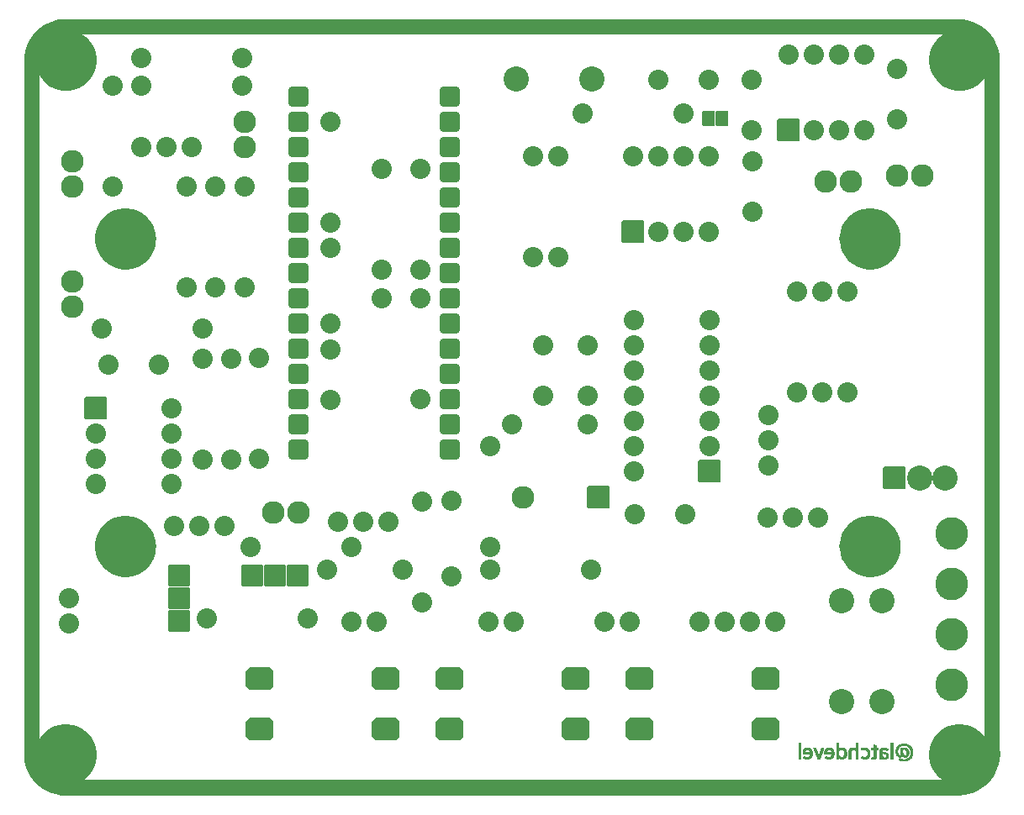
<source format=gbr>
G04 PROTEUS GERBER X2 FILE*
%TF.GenerationSoftware,Labcenter,Proteus,8.15-SP1-Build34318*%
%TF.CreationDate,2024-05-31T17:08:22+00:00*%
%TF.FileFunction,Soldermask,Bot*%
%TF.FilePolarity,Negative*%
%TF.Part,Single*%
%TF.SameCoordinates,{d94dc138-55aa-45cc-9808-558e63c1a8c6}*%
%FSLAX45Y45*%
%MOMM*%
G01*
%AMPPAD030*
4,1,36,
1.016000,0.584200,
1.016000,-0.584200,
1.007410,-0.672490,
0.982690,-0.754130,
0.943420,-0.827560,
0.891180,-0.891180,
0.827560,-0.943420,
0.754130,-0.982690,
0.672490,-1.007410,
0.584200,-1.016000,
-0.584200,-1.016000,
-0.672490,-1.007410,
-0.754130,-0.982690,
-0.827560,-0.943420,
-0.891180,-0.891180,
-0.943420,-0.827560,
-0.982690,-0.754130,
-1.007410,-0.672490,
-1.016000,-0.584200,
-1.016000,0.584200,
-1.007410,0.672490,
-0.982690,0.754130,
-0.943420,0.827560,
-0.891180,0.891180,
-0.827560,0.943420,
-0.754130,0.982690,
-0.672490,1.007410,
-0.584200,1.016000,
0.584200,1.016000,
0.672490,1.007410,
0.754130,0.982690,
0.827560,0.943420,
0.891180,0.891180,
0.943420,0.827560,
0.982690,0.754130,
1.007410,0.672490,
1.016000,0.584200,
0*%
%TA.AperFunction,Material*%
%ADD36PPAD030*%
%AMPPAD041*
4,1,8,
-1.397000,-0.763800,
-1.397000,0.763800,
-1.017800,1.143000,
1.017800,1.143000,
1.397000,0.763800,
1.397000,-0.763800,
1.017800,-1.143000,
-1.017800,-1.143000,
-1.397000,-0.763800,
0*%
%TA.AperFunction,Material*%
%ADD47PPAD041*%
%TA.AperFunction,Material*%
%ADD37C,2.032000*%
%ADD38C,2.286000*%
%AMPPAD033*
4,1,36,
1.016000,-1.143000,
-1.016000,-1.143000,
-1.041970,-1.140470,
-1.065980,-1.133200,
-1.087580,-1.121650,
-1.106290,-1.106290,
-1.121650,-1.087570,
-1.133200,-1.065980,
-1.140470,-1.041970,
-1.143000,-1.016000,
-1.143000,1.016000,
-1.140470,1.041970,
-1.133200,1.065980,
-1.121650,1.087570,
-1.106290,1.106290,
-1.087580,1.121650,
-1.065980,1.133200,
-1.041970,1.140470,
-1.016000,1.143000,
1.016000,1.143000,
1.041970,1.140470,
1.065980,1.133200,
1.087580,1.121650,
1.106290,1.106290,
1.121650,1.087570,
1.133200,1.065980,
1.140470,1.041970,
1.143000,1.016000,
1.143000,-1.016000,
1.140470,-1.041970,
1.133200,-1.065980,
1.121650,-1.087570,
1.106290,-1.106290,
1.087580,-1.121650,
1.065980,-1.133200,
1.041970,-1.140470,
1.016000,-1.143000,
0*%
%ADD39PPAD033*%
%TA.AperFunction,Material*%
%ADD40C,3.302000*%
%TA.AperFunction,Material*%
%ADD41C,2.540000*%
%AMPPAD036*
4,1,36,
-1.143000,-1.016000,
-1.143000,1.016000,
-1.140470,1.041970,
-1.133200,1.065980,
-1.121650,1.087580,
-1.106290,1.106290,
-1.087570,1.121650,
-1.065980,1.133200,
-1.041970,1.140470,
-1.016000,1.143000,
1.016000,1.143000,
1.041970,1.140470,
1.065980,1.133200,
1.087570,1.121650,
1.106290,1.106290,
1.121650,1.087580,
1.133200,1.065980,
1.140470,1.041970,
1.143000,1.016000,
1.143000,-1.016000,
1.140470,-1.041970,
1.133200,-1.065980,
1.121650,-1.087580,
1.106290,-1.106290,
1.087570,-1.121650,
1.065980,-1.133200,
1.041970,-1.140470,
1.016000,-1.143000,
-1.016000,-1.143000,
-1.041970,-1.140470,
-1.065980,-1.133200,
-1.087570,-1.121650,
-1.106290,-1.106290,
-1.121650,-1.087580,
-1.133200,-1.065980,
-1.140470,-1.041970,
-1.143000,-1.016000,
0*%
%TA.AperFunction,Material*%
%ADD42PPAD036*%
%AMPPAD042*
4,1,36,
0.508000,0.762000,
-0.508000,0.762000,
-0.533970,0.759470,
-0.557980,0.752200,
-0.579580,0.740650,
-0.598290,0.725290,
-0.613650,0.706570,
-0.625200,0.684980,
-0.632470,0.660970,
-0.635000,0.635000,
-0.635000,-0.635000,
-0.632470,-0.660970,
-0.625200,-0.684980,
-0.613650,-0.706570,
-0.598290,-0.725290,
-0.579580,-0.740650,
-0.557980,-0.752200,
-0.533970,-0.759470,
-0.508000,-0.762000,
0.508000,-0.762000,
0.533970,-0.759470,
0.557980,-0.752200,
0.579580,-0.740650,
0.598290,-0.725290,
0.613650,-0.706570,
0.625200,-0.684980,
0.632470,-0.660970,
0.635000,-0.635000,
0.635000,0.635000,
0.632470,0.660970,
0.625200,0.684980,
0.613650,0.706570,
0.598290,0.725290,
0.579580,0.740650,
0.557980,0.752200,
0.533970,0.759470,
0.508000,0.762000,
0*%
%TA.AperFunction,Material*%
%ADD48PPAD042*%
%AMPPAD038*
4,1,36,
0.952500,-1.079500,
-0.952500,-1.079500,
-0.978470,-1.076970,
-1.002480,-1.069700,
-1.024080,-1.058150,
-1.042790,-1.042790,
-1.058150,-1.024070,
-1.069700,-1.002480,
-1.076970,-0.978470,
-1.079500,-0.952500,
-1.079500,0.952500,
-1.076970,0.978470,
-1.069700,1.002480,
-1.058150,1.024070,
-1.042790,1.042790,
-1.024080,1.058150,
-1.002480,1.069700,
-0.978470,1.076970,
-0.952500,1.079500,
0.952500,1.079500,
0.978470,1.076970,
1.002480,1.069700,
1.024080,1.058150,
1.042790,1.042790,
1.058150,1.024070,
1.069700,1.002480,
1.076970,0.978470,
1.079500,0.952500,
1.079500,-0.952500,
1.076970,-0.978470,
1.069700,-1.002480,
1.058150,-1.024070,
1.042790,-1.042790,
1.024080,-1.058150,
1.002480,-1.069700,
0.978470,-1.076970,
0.952500,-1.079500,
0*%
%TA.AperFunction,Material*%
%ADD44PPAD038*%
%AMPPAD039*
4,1,36,
-1.079500,-0.952500,
-1.079500,0.952500,
-1.076970,0.978470,
-1.069700,1.002480,
-1.058150,1.024080,
-1.042790,1.042790,
-1.024070,1.058150,
-1.002480,1.069700,
-0.978470,1.076970,
-0.952500,1.079500,
0.952500,1.079500,
0.978470,1.076970,
1.002480,1.069700,
1.024070,1.058150,
1.042790,1.042790,
1.058150,1.024080,
1.069700,1.002480,
1.076970,0.978470,
1.079500,0.952500,
1.079500,-0.952500,
1.076970,-0.978470,
1.069700,-1.002480,
1.058150,-1.024080,
1.042790,-1.042790,
1.024070,-1.058150,
1.002480,-1.069700,
0.978470,-1.076970,
0.952500,-1.079500,
-0.952500,-1.079500,
-0.978470,-1.076970,
-1.002480,-1.069700,
-1.024070,-1.058150,
-1.042790,-1.042790,
-1.058150,-1.024080,
-1.069700,-1.002480,
-1.076970,-0.978470,
-1.079500,-0.952500,
0*%
%ADD45PPAD039*%
%TA.AperFunction,Profile*%
%ADD26C,0.203200*%
%TA.AperFunction,NonMaterial*%
%ADD46C,1.524000*%
%ADD33C,0.031750*%
%ADD34C,0.203200*%
%TD.AperFunction*%
D36*
X+2341090Y-369307D03*
X+2341090Y-623307D03*
X+2341090Y-877307D03*
X+2341090Y-1131307D03*
X+2341090Y-1385307D03*
X+2341090Y-1639307D03*
X+2341090Y-1893307D03*
X+2341090Y-2147307D03*
X+2341090Y-2401307D03*
X+2341090Y-2655307D03*
X+2341090Y-2909307D03*
X+2341090Y-3163307D03*
X+2341090Y-3417307D03*
X+2341090Y-3671307D03*
X+2341090Y-3925307D03*
X+3865090Y-3925307D03*
X+3865090Y-3671307D03*
X+3865090Y-3417307D03*
X+3865090Y-3163307D03*
X+3865090Y-2909307D03*
X+3865090Y-2655307D03*
X+3865090Y-2401307D03*
X+3865090Y-2147307D03*
X+3865090Y-1893307D03*
X+3865090Y-1639307D03*
X+3865090Y-1385307D03*
X+3865090Y-1131307D03*
X+3865090Y-877307D03*
X+3865090Y-623307D03*
X+3865090Y-369307D03*
D47*
X+1956980Y-6742866D03*
X+1956980Y-6234866D03*
X+3226980Y-6742866D03*
X+3226980Y-6234866D03*
X+3867060Y-6744163D03*
X+3867060Y-6236163D03*
X+5137060Y-6744163D03*
X+5137060Y-6236163D03*
X+5777140Y-6744163D03*
X+5777140Y-6236163D03*
X+7047140Y-6744163D03*
X+7047140Y-6236163D03*
D37*
X+2873000Y-5656543D03*
X+3127000Y-5656543D03*
X+4257300Y-5656543D03*
X+4511300Y-5656543D03*
X+5423160Y-5659083D03*
X+5677160Y-5659083D03*
X+2627360Y-5133680D03*
X+3389360Y-5133680D03*
X+3884320Y-4442460D03*
X+3884320Y-5204460D03*
X+4276016Y-4905959D03*
X+4276016Y-3889959D03*
X+3589940Y-4448623D03*
X+3589940Y-5464623D03*
X+4275857Y-5137680D03*
X+5291857Y-5137680D03*
D38*
X+1802610Y-877767D03*
X+1802610Y-623767D03*
D37*
X+1802610Y-1276547D03*
X+1802610Y-2292547D03*
X+1217660Y-2288880D03*
X+1217660Y-1272880D03*
X+468360Y-257610D03*
X+468360Y-1273610D03*
D38*
X+67790Y-2483047D03*
X+67790Y-2229047D03*
X+66700Y-1275080D03*
X+66700Y-1021080D03*
D37*
X+6382129Y-5660136D03*
X+6636129Y-5660136D03*
X+6890129Y-5660136D03*
X+7144129Y-5660136D03*
D39*
X+5367680Y-4406900D03*
D38*
X+4605680Y-4406900D03*
D37*
X+4491380Y-3672840D03*
X+5253380Y-3672840D03*
X+2744000Y-4655680D03*
X+2998000Y-4655680D03*
X+3252000Y-4655680D03*
X+3182620Y-2402840D03*
X+2663709Y-3421260D03*
X+28200Y-5424203D03*
X+28200Y-5678203D03*
X+1601840Y-4692197D03*
X+1347840Y-4692197D03*
X+1093840Y-4692197D03*
X+2440280Y-5624920D03*
X+1424280Y-5624920D03*
X+3569700Y-2402840D03*
X+3569700Y-3418840D03*
X+1857120Y-4908337D03*
X+2873120Y-4908337D03*
X+3185160Y-2115820D03*
X+3185160Y-1099820D03*
X+3569237Y-1099820D03*
X+3569237Y-2115820D03*
D39*
X+7276210Y-709007D03*
D37*
X+7530210Y-709007D03*
X+7784210Y-709007D03*
X+8038210Y-709007D03*
X+8038210Y+52993D03*
X+7784210Y+52993D03*
X+7530210Y+52993D03*
X+7276210Y+52993D03*
X+6910750Y-702007D03*
X+6910750Y-194007D03*
D38*
X+8624150Y-1166940D03*
X+8370150Y-1166940D03*
X+7655676Y-1223827D03*
X+7909676Y-1223827D03*
D37*
X+8370150Y-86753D03*
X+8370150Y-594753D03*
D40*
X+8917800Y-4767360D03*
X+8917800Y-5275360D03*
X+8917800Y-5783360D03*
X+8917800Y-6291360D03*
D41*
X+8220000Y-6460000D03*
X+8220000Y-5444000D03*
X+7810000Y-5444000D03*
X+7810000Y-6460000D03*
D39*
X+8344870Y-4215307D03*
D41*
X+8598870Y-4215307D03*
X+8852870Y-4215307D03*
D37*
X+7579750Y-4612373D03*
X+7325750Y-4612373D03*
X+7071750Y-4612373D03*
X+7620810Y-3349307D03*
X+7620810Y-2333307D03*
X+7874810Y-3349307D03*
X+7874810Y-2333307D03*
X+7076270Y-4086427D03*
X+7076270Y-3832427D03*
X+7076270Y-3578427D03*
X+7366810Y-2333307D03*
X+7366810Y-3349307D03*
D42*
X+6483310Y-4140447D03*
D37*
X+6483310Y-3886447D03*
X+6483310Y-3632447D03*
X+6483310Y-3378447D03*
X+6483310Y-3124447D03*
X+6483310Y-2870447D03*
X+6483310Y-2616447D03*
X+5721310Y-2616447D03*
X+5721310Y-2870447D03*
X+5721310Y-3124447D03*
X+5721310Y-3378447D03*
X+5721310Y-3632447D03*
X+5721310Y-3886447D03*
X+5721310Y-4140447D03*
D39*
X+5709890Y-1730227D03*
D37*
X+5963890Y-1730227D03*
X+6217890Y-1730227D03*
X+6471890Y-1730227D03*
X+6471890Y-968227D03*
X+6217890Y-968227D03*
X+5963890Y-968227D03*
X+5709890Y-968227D03*
D48*
X+6611410Y-586253D03*
X+6471410Y-586253D03*
D42*
X+301990Y-3512047D03*
D37*
X+301990Y-3766047D03*
X+301990Y-4020047D03*
X+301990Y-4274047D03*
X+1063990Y-4274047D03*
X+1063990Y-4020047D03*
X+1063990Y-3766047D03*
X+1063990Y-3512047D03*
X+6913850Y-1529567D03*
X+6913850Y-1021567D03*
X+6470953Y-195410D03*
X+5962953Y-195410D03*
X+6236930Y-4577327D03*
X+5728930Y-4577327D03*
X+428990Y-3067547D03*
X+936990Y-3067547D03*
X+4963410Y-1981187D03*
X+4963410Y-965187D03*
X+4706590Y-968227D03*
X+4706590Y-1984227D03*
X+5201890Y-536427D03*
X+6217890Y-536427D03*
X+1374110Y-2705587D03*
X+358110Y-2705587D03*
X+1375370Y-3005067D03*
X+1375370Y-4021067D03*
X+1662150Y-3006347D03*
X+1662150Y-4022347D03*
X+1946630Y-3003807D03*
X+1946630Y-4019807D03*
X+5259030Y-3378447D03*
X+5259030Y-2870447D03*
X+4804370Y-3378447D03*
X+4804370Y-2870447D03*
D44*
X+2333060Y-5194300D03*
X+2104460Y-5194300D03*
X+1875860Y-5194300D03*
D45*
X+1144000Y-5651840D03*
X+1144000Y-5423240D03*
X+1144000Y-5194640D03*
D37*
X+2668000Y-1638640D03*
X+2668000Y-622640D03*
D41*
X+5300000Y-191920D03*
X+4538000Y-191920D03*
D37*
X+760120Y-878840D03*
X+1014120Y-878840D03*
X+1268120Y-878840D03*
X+1776800Y-259080D03*
X+760800Y-259080D03*
X+1505430Y-2292550D03*
X+1505430Y-1276550D03*
X+757580Y+25400D03*
X+1773580Y+25400D03*
D38*
X+2340680Y-4561840D03*
X+2086680Y-4561840D03*
D37*
X+2664460Y-1894840D03*
X+2664460Y-2654300D03*
X+2664460Y-2913380D03*
D26*
X+8987180Y-7395540D02*
X+9029680Y-7393475D01*
X+9070795Y-7387403D01*
X+9110337Y-7377513D01*
X+9148120Y-7363991D01*
X+9183956Y-7347024D01*
X+9217658Y-7326801D01*
X+9249038Y-7303507D01*
X+9277910Y-7277330D01*
X+9304087Y-7248458D01*
X+9327381Y-7217078D01*
X+9347604Y-7183376D01*
X+9364571Y-7147540D01*
X+9378093Y-7109757D01*
X+9387983Y-7070215D01*
X+9394055Y-7029100D01*
X+9396120Y-6986600D01*
X+9396120Y-2540D02*
X+9394031Y+39696D01*
X+9387902Y+80556D01*
X+9377935Y+119853D01*
X+9364335Y+157401D01*
X+9347307Y+193014D01*
X+9327054Y+226506D01*
X+9277692Y+286385D01*
X+9217882Y+335548D01*
X+9184570Y+355646D01*
X+9149258Y+372507D01*
X+9112151Y+385945D01*
X+9073453Y+395774D01*
X+9033368Y+401807D01*
X+8992100Y+403860D01*
X+5080Y+403860D02*
X-37684Y+401820D01*
X-79054Y+395824D01*
X-118842Y+386057D01*
X-156860Y+372703D01*
X-192918Y+355947D01*
X-226829Y+335975D01*
X-287456Y+287119D01*
X-313795Y+258606D01*
X-337234Y+227615D01*
X-357583Y+194332D01*
X-374655Y+158941D01*
X-388261Y+121627D01*
X-398213Y+82576D01*
X-404322Y+41972D01*
X-406400Y+0D01*
X-406400Y-6996920D02*
X-404310Y-7039069D01*
X-398172Y-7079686D01*
X-388182Y-7118611D01*
X-374538Y-7155684D01*
X-357437Y-7190746D01*
X-337075Y-7223638D01*
X-313649Y-7254200D01*
X-287357Y-7282272D01*
X-226961Y-7330309D01*
X-157462Y-7366474D01*
X-119792Y-7379705D01*
X-80437Y-7389489D01*
X-39594Y-7395668D01*
X+2540Y-7398080D01*
D46*
X-24440Y-7329500D02*
X+8979560Y-7329500D01*
X-340360Y-2540D02*
X-340360Y-6954540D01*
X+9330080Y-20320D02*
X+9330080Y-7012320D01*
X+8977020Y+337820D02*
X+9054301Y+326530D01*
X+9123246Y+304532D01*
X+9183287Y+272488D01*
X+9233857Y+231061D01*
X+9274389Y+180912D01*
X+9304315Y+122704D01*
X+9323068Y+57099D01*
X+9330080Y-15240D01*
X+9330420Y-6976100D02*
X+9324131Y-7051402D01*
X+9304276Y-7119825D01*
X+9272232Y-7180358D01*
X+9229376Y-7231985D01*
X+9177084Y-7273692D01*
X+9116733Y-7304467D01*
X+9049699Y-7323294D01*
X+8977360Y-7329160D01*
X+15920Y-7332040D02*
X-62095Y-7323771D01*
X-132846Y-7303396D01*
X-195169Y-7271843D01*
X-247902Y-7230043D01*
X-289883Y-7178927D01*
X-319948Y-7119424D01*
X-336934Y-7052465D01*
X-339680Y-6978980D01*
X-340020Y-15580D02*
X-339076Y+23286D01*
X-334460Y+60451D01*
X-314947Y+129217D01*
X-282948Y+189794D01*
X-239928Y+241257D01*
X-187353Y+282682D01*
X-126690Y+313144D01*
X-59403Y+331718D01*
X+13040Y+337480D01*
X+12700Y+335280D02*
X+8996380Y+337820D01*
X-31900Y-7332040D02*
X+8982100Y-7332040D01*
X-337820Y-5080D02*
X-337820Y-6997080D01*
X+9332620Y-22860D02*
X+9332620Y-7014860D01*
X+8979560Y+335280D02*
X+9056841Y+323990D01*
X+9125786Y+301992D01*
X+9185827Y+269948D01*
X+9236397Y+228521D01*
X+9276929Y+178372D01*
X+9306855Y+120164D01*
X+9325608Y+54559D01*
X+9332620Y-17780D01*
X+9332960Y-6978640D02*
X+9326671Y-7053942D01*
X+9306816Y-7122365D01*
X+9274772Y-7182898D01*
X+9231916Y-7234525D01*
X+9179624Y-7276232D01*
X+9119273Y-7307007D01*
X+9052239Y-7325834D01*
X+8979900Y-7331700D01*
X+18460Y-7334580D02*
X-59555Y-7326311D01*
X-130306Y-7305936D01*
X-192629Y-7274383D01*
X-245362Y-7232583D01*
X-287343Y-7181467D01*
X-317408Y-7121964D01*
X-334394Y-7055005D01*
X-337140Y-6981520D01*
X-337480Y-18120D02*
X-336536Y+20746D01*
X-331920Y+57911D01*
X-312407Y+126677D01*
X-280408Y+187254D01*
X-237388Y+238717D01*
X-184813Y+280142D01*
X-124150Y+310604D01*
X-56863Y+329178D01*
X+15580Y+334940D01*
D26*
X-7620Y+403860D02*
X+8992260Y+403860D01*
X+9396120Y+5080D02*
X+9396760Y-6996980D01*
X+8999880Y-7398080D02*
X-5080Y-7398080D01*
X-406400Y-7010000D02*
X-406400Y-2540D01*
D33*
X+600000Y-2100000D02*
X+600000Y-2100000D01*
X+600000Y-1500000D02*
X+600000Y-1500000D01*
X+599999Y-2100000D02*
X+600001Y-2100000D01*
X+599999Y-1500000D02*
X+600001Y-1500000D01*
X+599998Y-2100000D02*
X+600002Y-2100000D01*
X+599998Y-1500000D02*
X+600002Y-1500000D01*
X+599997Y-2100000D02*
X+600003Y-2100000D01*
X+599997Y-1500000D02*
X+600003Y-1500000D01*
X+599996Y-2100000D02*
X+600004Y-2100000D01*
X+599996Y-1500000D02*
X+600004Y-1500000D01*
X+599995Y-2100000D02*
X+600005Y-2100000D01*
X+599995Y-1500000D02*
X+600005Y-1500000D01*
X+599994Y-2100000D02*
X+600006Y-2100000D01*
X+599994Y-1500000D02*
X+600006Y-1500000D01*
X+599993Y-2100000D02*
X+600007Y-2100000D01*
X+599993Y-1500000D02*
X+600007Y-1500000D01*
X+599992Y-2100000D02*
X+600008Y-2100000D01*
X+599992Y-1500000D02*
X+600008Y-1500000D01*
X+599991Y-2100000D02*
X+600009Y-2100000D01*
X+599991Y-1500000D02*
X+600009Y-1500000D01*
X+599990Y-2100000D02*
X+600010Y-2100000D01*
X+599990Y-1500000D02*
X+600010Y-1500000D01*
X+599989Y-2100000D02*
X+600011Y-2100000D01*
X+599989Y-1500000D02*
X+600011Y-1500000D01*
X+599988Y-2100000D02*
X+600012Y-2100000D01*
X+599988Y-1500000D02*
X+600012Y-1500000D01*
X+599987Y-2100000D02*
X+600013Y-2100000D01*
X+599987Y-1500000D02*
X+600013Y-1500000D01*
X+599986Y-2100000D02*
X+600014Y-2100000D01*
X+599986Y-1500000D02*
X+600014Y-1500000D01*
X+599985Y-2100000D02*
X+600015Y-2100000D01*
X+599985Y-1500000D02*
X+600015Y-1500000D01*
X+599984Y-2100000D02*
X+600016Y-2100000D01*
X+599984Y-1500000D02*
X+600016Y-1500000D01*
X+599983Y-2100000D02*
X+600017Y-2100000D01*
X+599983Y-1500000D02*
X+600017Y-1500000D01*
X+599982Y-2100000D02*
X+600018Y-2100000D01*
X+599982Y-1500000D02*
X+600018Y-1500000D01*
X+599981Y-2100000D02*
X+600019Y-2100000D01*
X+599981Y-1500000D02*
X+600019Y-1500000D01*
X+599980Y-2100000D02*
X+600020Y-2100000D01*
X+599980Y-1500000D02*
X+600020Y-1500000D01*
X+599979Y-2100000D02*
X+600021Y-2100000D01*
X+599979Y-1500000D02*
X+600021Y-1500000D01*
X+599978Y-2100000D02*
X+600022Y-2100000D01*
X+599978Y-1500000D02*
X+600022Y-1500000D01*
X+599977Y-2100000D02*
X+600023Y-2100000D01*
X+599977Y-1500000D02*
X+600023Y-1500000D01*
X+599976Y-2100000D02*
X+600024Y-2100000D01*
X+599976Y-1500000D02*
X+600024Y-1500000D01*
X+599975Y-2100000D02*
X+600025Y-2100000D01*
X+599975Y-1500000D02*
X+600025Y-1500000D01*
X+599974Y-2100000D02*
X+600026Y-2100000D01*
X+599974Y-1500000D02*
X+600026Y-1500000D01*
X+599973Y-2100000D02*
X+600027Y-2100000D01*
X+599973Y-1500000D02*
X+600027Y-1500000D01*
X+599972Y-2100000D02*
X+600028Y-2100000D01*
X+599972Y-1500000D02*
X+600028Y-1500000D01*
X+599971Y-2100000D02*
X+600029Y-2100000D01*
X+599971Y-1500000D02*
X+600029Y-1500000D01*
X+599970Y-2100000D02*
X+600030Y-2100000D01*
X+599970Y-1500000D02*
X+600030Y-1500000D01*
X+599969Y-2100000D02*
X+600031Y-2100000D01*
X+599969Y-1500000D02*
X+600031Y-1500000D01*
X+599968Y-2100000D02*
X+600032Y-2100000D01*
X+599968Y-1500000D02*
X+600032Y-1500000D01*
X+599967Y-2100000D02*
X+600033Y-2100000D01*
X+599967Y-1500000D02*
X+600033Y-1500000D01*
X+599966Y-2100000D02*
X+600034Y-2100000D01*
X+599966Y-1500000D02*
X+600034Y-1500000D01*
X+599965Y-2100000D02*
X+600035Y-2100000D01*
X+599965Y-1500000D02*
X+600035Y-1500000D01*
X+599964Y-2100000D02*
X+600036Y-2100000D01*
X+599964Y-1500000D02*
X+600036Y-1500000D01*
X+599963Y-2100000D02*
X+600037Y-2100000D01*
X+599963Y-1500000D02*
X+600037Y-1500000D01*
X+599962Y-2100000D02*
X+600038Y-2100000D01*
X+599962Y-1500000D02*
X+600038Y-1500000D01*
X+599961Y-2100000D02*
X+600039Y-2100000D01*
X+599961Y-1500000D02*
X+600039Y-1500000D01*
X+599960Y-2100000D02*
X+600040Y-2100000D01*
X+599960Y-1500000D02*
X+600040Y-1500000D01*
X+599959Y-2100000D02*
X+600041Y-2100000D01*
X+599959Y-1500000D02*
X+600041Y-1500000D01*
X+599958Y-2100000D02*
X+600042Y-2100000D01*
X+599958Y-1500000D02*
X+600042Y-1500000D01*
X+599957Y-2100000D02*
X+600043Y-2100000D01*
X+599957Y-1500000D02*
X+600043Y-1500000D01*
X+599956Y-2100000D02*
X+600044Y-2100000D01*
X+599956Y-1500000D02*
X+600044Y-1500000D01*
X+599955Y-2100000D02*
X+600045Y-2100000D01*
X+599955Y-1500000D02*
X+600045Y-1500000D01*
X+599954Y-2100000D02*
X+600046Y-2100000D01*
X+599954Y-1500000D02*
X+600046Y-1500000D01*
X+599953Y-2100000D02*
X+600047Y-2100000D01*
X+599953Y-1500000D02*
X+600047Y-1500000D01*
X+599952Y-2100000D02*
X+600048Y-2100000D01*
X+599952Y-1500000D02*
X+600048Y-1500000D01*
X+599951Y-2100000D02*
X+600049Y-2100000D01*
X+599951Y-1500000D02*
X+600049Y-1500000D01*
X+599950Y-2100000D02*
X+600050Y-2100000D01*
X+599950Y-1500000D02*
X+600050Y-1500000D01*
X+599949Y-2100000D02*
X+600051Y-2100000D01*
X+599949Y-1500000D02*
X+600051Y-1500000D01*
X+599948Y-2100000D02*
X+600052Y-2100000D01*
X+599948Y-1500000D02*
X+600052Y-1500000D01*
X+599947Y-2100000D02*
X+600053Y-2100000D01*
X+599947Y-1500000D02*
X+600053Y-1500000D01*
X+599946Y-2100000D02*
X+600054Y-2100000D01*
X+599946Y-1500000D02*
X+600054Y-1500000D01*
X+599945Y-2100000D02*
X+600055Y-2100000D01*
X+599945Y-1500000D02*
X+600055Y-1500000D01*
X+599944Y-2100000D02*
X+600056Y-2100000D01*
X+599944Y-1500000D02*
X+600056Y-1500000D01*
X+599943Y-2100000D02*
X+600057Y-2100000D01*
X+599943Y-1500000D02*
X+600057Y-1500000D01*
X+599942Y-2100000D02*
X+600058Y-2100000D01*
X+599942Y-1500000D02*
X+600058Y-1500000D01*
X+599941Y-2100000D02*
X+600059Y-2100000D01*
X+599941Y-1500000D02*
X+600059Y-1500000D01*
X+599940Y-2100000D02*
X+600060Y-2100000D01*
X+599940Y-1500000D02*
X+600060Y-1500000D01*
X+599939Y-2100000D02*
X+600061Y-2100000D01*
X+599939Y-1500000D02*
X+600061Y-1500000D01*
X+599938Y-2100000D02*
X+600062Y-2100000D01*
X+599938Y-1500000D02*
X+600062Y-1500000D01*
X+599937Y-2100000D02*
X+600063Y-2100000D01*
X+599937Y-1500000D02*
X+600063Y-1500000D01*
X+599936Y-2100000D02*
X+600064Y-2100000D01*
X+599936Y-1500000D02*
X+600064Y-1500000D01*
X+599935Y-2100000D02*
X+600065Y-2100000D01*
X+599935Y-1500000D02*
X+600065Y-1500000D01*
X+599934Y-2100000D02*
X+600066Y-2100000D01*
X+599934Y-1500000D02*
X+600066Y-1500000D01*
X+599933Y-2100000D02*
X+600067Y-2100000D01*
X+599933Y-1500000D02*
X+600067Y-1500000D01*
X+599932Y-2100000D02*
X+600068Y-2100000D01*
X+599932Y-1500000D02*
X+600068Y-1500000D01*
X+599931Y-2100000D02*
X+600069Y-2100000D01*
X+599931Y-1500000D02*
X+600069Y-1500000D01*
X+599930Y-2100000D02*
X+600070Y-2100000D01*
X+599930Y-1500000D02*
X+600070Y-1500000D01*
X+599929Y-2100000D02*
X+600071Y-2100000D01*
X+599929Y-1500000D02*
X+600071Y-1500000D01*
X+599928Y-2100000D02*
X+600072Y-2100000D01*
X+599928Y-1500000D02*
X+600072Y-1500000D01*
X+599927Y-2100000D02*
X+600073Y-2100000D01*
X+599927Y-1500000D02*
X+600073Y-1500000D01*
X+599926Y-2100000D02*
X+600074Y-2100000D01*
X+599926Y-1500000D02*
X+600074Y-1500000D01*
X+599925Y-2100000D02*
X+600075Y-2100000D01*
X+599925Y-1500000D02*
X+600075Y-1500000D01*
X+599924Y-2100000D02*
X+600076Y-2100000D01*
X+599924Y-1500000D02*
X+600076Y-1500000D01*
X+599923Y-2100000D02*
X+600077Y-2100000D01*
X+599923Y-1500000D02*
X+600077Y-1500000D01*
X+599922Y-2100000D02*
X+600078Y-2100000D01*
X+599922Y-1500000D02*
X+600078Y-1500000D01*
X+599921Y-2100000D02*
X+600079Y-2100000D01*
X+599921Y-1500000D02*
X+600079Y-1500000D01*
X+599920Y-2100000D02*
X+600080Y-2100000D01*
X+599920Y-1500000D02*
X+600080Y-1500000D01*
X+599919Y-2100000D02*
X+600081Y-2100000D01*
X+599919Y-1500000D02*
X+600081Y-1500000D01*
X+599918Y-2100000D02*
X+600082Y-2100000D01*
X+599918Y-1500000D02*
X+600082Y-1500000D01*
X+599917Y-2100000D02*
X+600083Y-2100000D01*
X+599917Y-1500000D02*
X+600083Y-1500000D01*
X+599916Y-2100000D02*
X+600084Y-2100000D01*
X+599916Y-1500000D02*
X+600084Y-1500000D01*
X+599915Y-2100000D02*
X+600085Y-2100000D01*
X+599915Y-1500000D02*
X+600085Y-1500000D01*
X+599914Y-2100000D02*
X+600086Y-2100000D01*
X+599914Y-1500000D02*
X+600086Y-1500000D01*
X+599913Y-2100000D02*
X+600087Y-2100000D01*
X+599913Y-1500000D02*
X+600087Y-1500000D01*
X+599912Y-2100000D02*
X+600088Y-2100000D01*
X+599912Y-1500000D02*
X+600088Y-1500000D01*
X+599911Y-2100000D02*
X+600089Y-2100000D01*
X+599911Y-1500000D02*
X+600089Y-1500000D01*
X+599910Y-2100000D02*
X+600090Y-2100000D01*
X+599910Y-1500000D02*
X+600090Y-1500000D01*
X+599909Y-2100000D02*
X+600091Y-2100000D01*
X+599909Y-1500000D02*
X+600091Y-1500000D01*
X+599908Y-2100000D02*
X+600092Y-2100000D01*
X+599908Y-1500000D02*
X+600092Y-1500000D01*
X+599907Y-2100000D02*
X+600093Y-2100000D01*
X+599907Y-1500000D02*
X+600093Y-1500000D01*
X+599906Y-2100000D02*
X+600094Y-2100000D01*
X+599906Y-1500000D02*
X+600094Y-1500000D01*
X+599905Y-2100000D02*
X+600095Y-2100000D01*
X+599905Y-1500000D02*
X+600095Y-1500000D01*
X+599904Y-2100000D02*
X+600096Y-2100000D01*
X+599904Y-1500000D02*
X+600096Y-1500000D01*
X+599903Y-2100000D02*
X+600097Y-2100000D01*
X+599903Y-1500000D02*
X+600097Y-1500000D01*
X+599902Y-2100000D02*
X+600098Y-2100000D01*
X+599902Y-1500000D02*
X+600098Y-1500000D01*
X+599901Y-2100000D02*
X+600099Y-2100000D01*
X+599901Y-1500000D02*
X+600099Y-1500000D01*
X+599900Y-2100000D02*
X+600100Y-2100000D01*
X+599900Y-1500000D02*
X+600100Y-1500000D01*
X+599899Y-2100000D02*
X+600101Y-2100000D01*
X+599899Y-1500000D02*
X+600101Y-1500000D01*
X+599898Y-2100000D02*
X+600102Y-2100000D01*
X+599898Y-1500000D02*
X+600102Y-1500000D01*
X+599897Y-2100000D02*
X+600103Y-2100000D01*
X+599897Y-1500000D02*
X+600103Y-1500000D01*
X+599896Y-2100000D02*
X+600104Y-2100000D01*
X+599896Y-1500000D02*
X+600104Y-1500000D01*
X+599895Y-2100000D02*
X+600105Y-2100000D01*
X+599895Y-1500000D02*
X+600105Y-1500000D01*
X+599894Y-2100000D02*
X+600106Y-2100000D01*
X+599894Y-1500000D02*
X+600106Y-1500000D01*
X+599893Y-2100000D02*
X+600107Y-2100000D01*
X+599893Y-1500000D02*
X+600107Y-1500000D01*
X+599892Y-2100000D02*
X+600108Y-2100000D01*
X+599892Y-1500000D02*
X+600108Y-1500000D01*
X+599891Y-2100000D02*
X+600109Y-2100000D01*
X+599891Y-1500000D02*
X+600109Y-1500000D01*
X+599890Y-2100000D02*
X+600110Y-2100000D01*
X+599890Y-1500000D02*
X+600110Y-1500000D01*
X+599889Y-2100000D02*
X+600111Y-2100000D01*
X+599889Y-1500000D02*
X+600111Y-1500000D01*
X+599888Y-2100000D02*
X+600112Y-2100000D01*
X+599888Y-1500000D02*
X+600112Y-1500000D01*
X+599887Y-2100000D02*
X+600113Y-2100000D01*
X+599887Y-1500000D02*
X+600113Y-1500000D01*
X+599886Y-2100000D02*
X+600114Y-2100000D01*
X+599886Y-1500000D02*
X+600114Y-1500000D01*
X+599885Y-2100000D02*
X+600115Y-2100000D01*
X+599885Y-1500000D02*
X+600115Y-1500000D01*
X+599884Y-2100000D02*
X+600116Y-2100000D01*
X+599884Y-1500000D02*
X+600116Y-1500000D01*
X+599883Y-2100000D02*
X+600117Y-2100000D01*
X+599883Y-1500000D02*
X+600117Y-1500000D01*
X+599882Y-2100000D02*
X+600118Y-2100000D01*
X+599882Y-1500000D02*
X+600118Y-1500000D01*
X+599881Y-2100000D02*
X+600119Y-2100000D01*
X+599881Y-1500000D02*
X+600119Y-1500000D01*
X+599880Y-2100000D02*
X+600120Y-2100000D01*
X+599880Y-1500000D02*
X+600120Y-1500000D01*
X+599879Y-2100000D02*
X+600121Y-2100000D01*
X+599879Y-1500000D02*
X+600121Y-1500000D01*
X+599878Y-2100000D02*
X+600122Y-2100000D01*
X+599878Y-1500000D02*
X+600122Y-1500000D01*
X+599877Y-2100000D02*
X+600123Y-2100000D01*
X+599877Y-1500000D02*
X+600123Y-1500000D01*
X+599876Y-2100000D02*
X+600124Y-2100000D01*
X+599876Y-1500000D02*
X+600124Y-1500000D01*
X+599875Y-2100000D02*
X+600125Y-2100000D01*
X+599875Y-1500000D02*
X+600125Y-1500000D01*
X+599874Y-2100000D02*
X+600126Y-2100000D01*
X+599874Y-1500000D02*
X+600126Y-1500000D01*
X+599873Y-2100000D02*
X+600127Y-2100000D01*
X+599873Y-1500000D02*
X+600127Y-1500000D01*
X+599872Y-2100000D02*
X+600128Y-2100000D01*
X+599872Y-1500000D02*
X+600128Y-1500000D01*
X+599871Y-2100000D02*
X+600129Y-2100000D01*
X+599871Y-1500000D02*
X+600129Y-1500000D01*
X+599870Y-2100000D02*
X+600130Y-2100000D01*
X+599870Y-1500000D02*
X+600130Y-1500000D01*
X+599869Y-2100000D02*
X+600131Y-2100000D01*
X+599869Y-1500000D02*
X+600131Y-1500000D01*
X+599868Y-2100000D02*
X+600132Y-2100000D01*
X+599868Y-1500000D02*
X+600132Y-1500000D01*
X+599867Y-2100000D02*
X+600133Y-2100000D01*
X+599867Y-1500000D02*
X+600133Y-1500000D01*
X+599866Y-2100000D02*
X+600134Y-2100000D01*
X+599866Y-1500000D02*
X+600134Y-1500000D01*
X+599865Y-2100000D02*
X+600135Y-2100000D01*
X+599865Y-1500000D02*
X+600135Y-1500000D01*
X+599864Y-2100000D02*
X+600136Y-2100000D01*
X+599864Y-1500000D02*
X+600136Y-1500000D01*
X+599863Y-2100000D02*
X+600137Y-2100000D01*
X+599863Y-1500000D02*
X+600137Y-1500000D01*
X+599862Y-2100000D02*
X+600138Y-2100000D01*
X+599862Y-1500000D02*
X+600138Y-1500000D01*
X+599861Y-2100000D02*
X+600139Y-2100000D01*
X+599861Y-1500000D02*
X+600139Y-1500000D01*
X+599860Y-2100000D02*
X+600140Y-2100000D01*
X+599860Y-1500000D02*
X+600140Y-1500000D01*
X+599859Y-2100000D02*
X+600141Y-2100000D01*
X+599859Y-1500000D02*
X+600141Y-1500000D01*
X+599858Y-2100000D02*
X+600142Y-2100000D01*
X+599858Y-1500000D02*
X+600142Y-1500000D01*
X+599857Y-2100000D02*
X+600143Y-2100000D01*
X+599857Y-1500000D02*
X+600143Y-1500000D01*
X+599856Y-2100000D02*
X+600144Y-2100000D01*
X+599856Y-1500000D02*
X+600144Y-1500000D01*
X+599855Y-2100000D02*
X+600145Y-2100000D01*
X+599855Y-1500000D02*
X+600145Y-1500000D01*
X+599854Y-2100000D02*
X+600146Y-2100000D01*
X+599854Y-1500000D02*
X+600146Y-1500000D01*
X+599853Y-2100000D02*
X+600147Y-2100000D01*
X+599853Y-1500000D02*
X+600147Y-1500000D01*
X+599852Y-2100000D02*
X+600148Y-2100000D01*
X+599852Y-1500000D02*
X+600148Y-1500000D01*
X+599851Y-2100000D02*
X+600149Y-2100000D01*
X+599851Y-1500000D02*
X+600149Y-1500000D01*
X+599850Y-2100000D02*
X+600150Y-2100000D01*
X+599850Y-1500000D02*
X+600150Y-1500000D01*
X+599849Y-2100000D02*
X+600151Y-2100000D01*
X+599849Y-1500000D02*
X+600151Y-1500000D01*
X+599848Y-2100000D02*
X+600152Y-2100000D01*
X+599848Y-1500000D02*
X+600152Y-1500000D01*
X+599847Y-2100000D02*
X+600153Y-2100000D01*
X+599847Y-1500000D02*
X+600153Y-1500000D01*
X+599846Y-2100000D02*
X+600154Y-2100000D01*
X+599846Y-1500000D02*
X+600154Y-1500000D01*
X+599845Y-2100000D02*
X+600155Y-2100000D01*
X+599845Y-1500000D02*
X+600155Y-1500000D01*
X+599844Y-2100000D02*
X+600156Y-2100000D01*
X+599844Y-1500000D02*
X+600156Y-1500000D01*
X+599843Y-2100000D02*
X+600157Y-2100000D01*
X+599843Y-1500000D02*
X+600157Y-1500000D01*
X+599842Y-2100000D02*
X+600158Y-2100000D01*
X+599842Y-1500000D02*
X+600158Y-1500000D01*
X+599841Y-2100000D02*
X+600159Y-2100000D01*
X+599841Y-1500000D02*
X+600159Y-1500000D01*
X+599840Y-2100000D02*
X+600160Y-2100000D01*
X+599840Y-1500000D02*
X+600160Y-1500000D01*
X+599839Y-2100000D02*
X+600161Y-2100000D01*
X+599839Y-1500000D02*
X+600161Y-1500000D01*
X+599838Y-2100000D02*
X+600162Y-2100000D01*
X+599838Y-1500000D02*
X+600162Y-1500000D01*
X+599837Y-2100000D02*
X+600163Y-2100000D01*
X+599837Y-1500000D02*
X+600163Y-1500000D01*
X+599836Y-2100000D02*
X+600164Y-2100000D01*
X+599836Y-1500000D02*
X+600164Y-1500000D01*
X+599835Y-2100000D02*
X+600165Y-2100000D01*
X+599835Y-1500000D02*
X+600165Y-1500000D01*
X+599834Y-2100000D02*
X+600166Y-2100000D01*
X+599834Y-1500000D02*
X+600166Y-1500000D01*
X+599833Y-2100000D02*
X+600167Y-2100000D01*
X+599833Y-1500000D02*
X+600167Y-1500000D01*
X+599832Y-2100000D02*
X+600168Y-2100000D01*
X+599832Y-1500000D02*
X+600168Y-1500000D01*
X+599831Y-2100000D02*
X+600169Y-2100000D01*
X+599831Y-1500000D02*
X+600169Y-1500000D01*
X+599830Y-2100000D02*
X+600170Y-2100000D01*
X+599830Y-1500000D02*
X+600170Y-1500000D01*
X+599829Y-2100000D02*
X+600171Y-2100000D01*
X+599829Y-1500000D02*
X+600171Y-1500000D01*
X+599828Y-2100000D02*
X+600172Y-2100000D01*
X+599828Y-1500000D02*
X+600172Y-1500000D01*
X+599827Y-2100000D02*
X+600173Y-2100000D01*
X+599827Y-1500000D02*
X+600173Y-1500000D01*
X+599826Y-2100000D02*
X+600174Y-2100000D01*
X+599826Y-1500000D02*
X+600174Y-1500000D01*
X+599825Y-2100000D02*
X+600175Y-2100000D01*
X+599825Y-1500000D02*
X+600175Y-1500000D01*
X+599824Y-2100000D02*
X+600176Y-2100000D01*
X+599824Y-1500000D02*
X+600176Y-1500000D01*
X+599823Y-2100000D02*
X+600177Y-2100000D01*
X+599823Y-1500000D02*
X+600177Y-1500000D01*
X+599822Y-2100000D02*
X+600178Y-2100000D01*
X+599822Y-1500000D02*
X+600178Y-1500000D01*
X+599821Y-2100000D02*
X+600179Y-2100000D01*
X+599821Y-1500000D02*
X+600179Y-1500000D01*
X+599820Y-2100000D02*
X+600180Y-2100000D01*
X+599820Y-1500000D02*
X+600180Y-1500000D01*
X+599819Y-2100000D02*
X+600181Y-2100000D01*
X+599819Y-1500000D02*
X+600181Y-1500000D01*
X+599818Y-2100000D02*
X+600182Y-2100000D01*
X+599818Y-1500000D02*
X+600182Y-1500000D01*
X+599817Y-2100000D02*
X+600183Y-2100000D01*
X+599817Y-1500000D02*
X+600183Y-1500000D01*
X+599816Y-2100000D02*
X+600184Y-2100000D01*
X+599816Y-1500000D02*
X+600184Y-1500000D01*
X+599815Y-2100000D02*
X+600185Y-2100000D01*
X+599815Y-1500000D02*
X+600185Y-1500000D01*
X+599814Y-2100000D02*
X+600186Y-2100000D01*
X+599814Y-1500000D02*
X+600186Y-1500000D01*
X+599813Y-2100000D02*
X+600187Y-2100000D01*
X+599813Y-1500000D02*
X+600187Y-1500000D01*
X+599812Y-2100000D02*
X+600188Y-2100000D01*
X+599812Y-1500000D02*
X+600188Y-1500000D01*
X+599811Y-2100000D02*
X+600189Y-2100000D01*
X+599811Y-1500000D02*
X+600189Y-1500000D01*
X+599810Y-2100000D02*
X+600190Y-2100000D01*
X+599810Y-1500000D02*
X+600190Y-1500000D01*
X+599809Y-2100000D02*
X+600191Y-2100000D01*
X+599809Y-1500000D02*
X+600191Y-1500000D01*
X+599808Y-2100000D02*
X+600192Y-2100000D01*
X+599808Y-1500000D02*
X+600192Y-1500000D01*
X+599807Y-2100000D02*
X+600193Y-2100000D01*
X+599807Y-1500000D02*
X+600193Y-1500000D01*
X+599806Y-2100000D02*
X+600194Y-2100000D01*
X+599806Y-1500000D02*
X+600194Y-1500000D01*
X+599805Y-2100000D02*
X+600195Y-2100000D01*
X+599805Y-1500000D02*
X+600195Y-1500000D01*
X+599804Y-2100000D02*
X+600196Y-2100000D01*
X+599804Y-1500000D02*
X+600196Y-1500000D01*
X+599803Y-2100000D02*
X+600197Y-2100000D01*
X+599803Y-1500000D02*
X+600197Y-1500000D01*
X+599802Y-2100000D02*
X+600198Y-2100000D01*
X+599802Y-1500000D02*
X+600198Y-1500000D01*
X+599801Y-2100000D02*
X+600199Y-2100000D01*
X+599801Y-1500000D02*
X+600199Y-1500000D01*
X+599800Y-2100000D02*
X+600200Y-2100000D01*
X+599800Y-1500000D02*
X+600200Y-1500000D01*
X+599799Y-2100000D02*
X+600201Y-2100000D01*
X+599799Y-1500000D02*
X+600201Y-1500000D01*
X+599798Y-2100000D02*
X+600202Y-2100000D01*
X+599798Y-1500000D02*
X+600202Y-1500000D01*
X+599797Y-2100000D02*
X+600203Y-2100000D01*
X+599797Y-1500000D02*
X+600203Y-1500000D01*
X+599796Y-2100000D02*
X+600204Y-2100000D01*
X+599796Y-1500000D02*
X+600204Y-1500000D01*
X+599795Y-2100000D02*
X+600205Y-2100000D01*
X+599795Y-1500000D02*
X+600205Y-1500000D01*
X+599794Y-2100000D02*
X+600206Y-2100000D01*
X+599794Y-1500000D02*
X+600206Y-1500000D01*
X+599793Y-2100000D02*
X+600207Y-2100000D01*
X+599793Y-1500000D02*
X+600207Y-1500000D01*
X+599792Y-2100000D02*
X+600208Y-2100000D01*
X+599792Y-1500000D02*
X+600208Y-1500000D01*
X+599791Y-2100000D02*
X+600209Y-2100000D01*
X+599791Y-1500000D02*
X+600209Y-1500000D01*
X+599790Y-2100000D02*
X+600210Y-2100000D01*
X+599790Y-1500000D02*
X+600210Y-1500000D01*
X+599789Y-2100000D02*
X+600211Y-2100000D01*
X+599789Y-1500000D02*
X+600211Y-1500000D01*
X+599788Y-2100000D02*
X+600212Y-2100000D01*
X+599788Y-1500000D02*
X+600212Y-1500000D01*
X+599787Y-2100000D02*
X+600213Y-2100000D01*
X+599787Y-1500000D02*
X+600213Y-1500000D01*
X+599786Y-2100000D02*
X+600214Y-2100000D01*
X+599786Y-1500000D02*
X+600214Y-1500000D01*
X+599785Y-2100000D02*
X+600215Y-2100000D01*
X+599785Y-1500000D02*
X+600215Y-1500000D01*
X+599784Y-2100000D02*
X+600216Y-2100000D01*
X+599784Y-1500000D02*
X+600216Y-1500000D01*
X+599783Y-2100000D02*
X+600217Y-2100000D01*
X+599783Y-1500000D02*
X+600217Y-1500000D01*
X+599782Y-2100000D02*
X+600218Y-2100000D01*
X+599782Y-1500000D02*
X+600218Y-1500000D01*
X+599781Y-2100000D02*
X+600219Y-2100000D01*
X+599781Y-1500000D02*
X+600219Y-1500000D01*
X+599780Y-2100000D02*
X+600220Y-2100000D01*
X+599780Y-1500000D02*
X+600220Y-1500000D01*
X+599779Y-2100000D02*
X+600221Y-2100000D01*
X+599779Y-1500000D02*
X+600221Y-1500000D01*
X+599778Y-2100000D02*
X+600222Y-2100000D01*
X+599778Y-1500000D02*
X+600222Y-1500000D01*
X+599777Y-2100000D02*
X+600223Y-2100000D01*
X+599777Y-1500000D02*
X+600223Y-1500000D01*
X+599776Y-2100000D02*
X+600224Y-2100000D01*
X+599776Y-1500000D02*
X+600224Y-1500000D01*
X+599775Y-2100000D02*
X+600225Y-2100000D01*
X+599775Y-1500000D02*
X+600225Y-1500000D01*
X+599774Y-2100000D02*
X+600226Y-2100000D01*
X+599774Y-1500000D02*
X+600226Y-1500000D01*
X+599773Y-2100000D02*
X+600227Y-2100000D01*
X+599773Y-1500000D02*
X+600227Y-1500000D01*
X+599772Y-2100000D02*
X+600228Y-2100000D01*
X+599772Y-1500000D02*
X+600228Y-1500000D01*
X+599771Y-2100000D02*
X+600229Y-2100000D01*
X+599771Y-1500000D02*
X+600229Y-1500000D01*
X+599770Y-2100000D02*
X+600230Y-2100000D01*
X+599770Y-1500000D02*
X+600230Y-1500000D01*
X+599769Y-2100000D02*
X+600231Y-2100000D01*
X+599769Y-1500000D02*
X+600231Y-1500000D01*
X+599768Y-2100000D02*
X+600232Y-2100000D01*
X+599768Y-1500000D02*
X+600232Y-1500000D01*
X+599767Y-2100000D02*
X+600233Y-2100000D01*
X+599767Y-1500000D02*
X+600233Y-1500000D01*
X+599766Y-2100000D02*
X+600234Y-2100000D01*
X+599766Y-1500000D02*
X+600234Y-1500000D01*
X+599765Y-2100000D02*
X+600235Y-2100000D01*
X+599765Y-1500000D02*
X+600235Y-1500000D01*
X+599764Y-2100000D02*
X+600236Y-2100000D01*
X+599764Y-1500000D02*
X+600236Y-1500000D01*
X+599763Y-2100000D02*
X+600237Y-2100000D01*
X+599763Y-1500000D02*
X+600237Y-1500000D01*
X+599762Y-2100000D02*
X+600238Y-2100000D01*
X+599762Y-1500000D02*
X+600238Y-1500000D01*
X+599761Y-2100000D02*
X+600239Y-2100000D01*
X+599761Y-1500000D02*
X+600239Y-1500000D01*
X+599760Y-2100000D02*
X+600240Y-2100000D01*
X+599760Y-1500000D02*
X+600240Y-1500000D01*
X+599759Y-2100000D02*
X+600241Y-2100000D01*
X+599759Y-1500000D02*
X+600241Y-1500000D01*
X+599758Y-2100000D02*
X+600242Y-2100000D01*
X+599758Y-1500000D02*
X+600242Y-1500000D01*
X+599757Y-2100000D02*
X+600243Y-2100000D01*
X+599757Y-1500000D02*
X+600243Y-1500000D01*
X+599756Y-2100000D02*
X+600244Y-2100000D01*
X+599756Y-1500000D02*
X+600244Y-1500000D01*
X+599755Y-2100000D02*
X+600245Y-2100000D01*
X+599755Y-1500000D02*
X+600245Y-1500000D01*
X+599754Y-2100000D02*
X+600246Y-2100000D01*
X+599754Y-1500000D02*
X+600246Y-1500000D01*
X+599753Y-2100000D02*
X+600247Y-2100000D01*
X+599753Y-1500000D02*
X+600247Y-1500000D01*
X+599752Y-2100000D02*
X+600248Y-2100000D01*
X+599752Y-1500000D02*
X+600248Y-1500000D01*
X+599751Y-2100000D02*
X+600249Y-2100000D01*
X+599751Y-1500000D02*
X+600249Y-1500000D01*
X+599750Y-2100000D02*
X+600250Y-2100000D01*
X+599750Y-1500000D02*
X+600250Y-1500000D01*
X+599749Y-2100000D02*
X+600251Y-2100000D01*
X+599749Y-1500000D02*
X+600251Y-1500000D01*
X+599748Y-2100000D02*
X+600252Y-2100000D01*
X+599748Y-1500000D02*
X+600252Y-1500000D01*
X+599747Y-2100000D02*
X+600253Y-2100000D01*
X+599747Y-1500000D02*
X+600253Y-1500000D01*
X+599746Y-2100000D02*
X+600254Y-2100000D01*
X+599746Y-1500000D02*
X+600254Y-1500000D01*
X+599745Y-2100000D02*
X+600255Y-2100000D01*
X+599745Y-1500000D02*
X+600255Y-1500000D01*
X+599744Y-2100000D02*
X+600256Y-2100000D01*
X+599744Y-1500000D02*
X+600256Y-1500000D01*
X+599743Y-2100000D02*
X+600257Y-2100000D01*
X+599743Y-1500000D02*
X+600257Y-1500000D01*
X+599742Y-2100000D02*
X+600258Y-2100000D01*
X+599742Y-1500000D02*
X+600258Y-1500000D01*
X+599741Y-2100000D02*
X+600259Y-2100000D01*
X+599741Y-1500000D02*
X+600259Y-1500000D01*
X+599740Y-2100000D02*
X+600260Y-2100000D01*
X+599740Y-1500000D02*
X+600260Y-1500000D01*
X+599739Y-2100000D02*
X+600261Y-2100000D01*
X+599739Y-1500000D02*
X+600261Y-1500000D01*
X+599738Y-2100000D02*
X+600262Y-2100000D01*
X+599738Y-1500000D02*
X+600262Y-1500000D01*
X+599737Y-2100000D02*
X+600263Y-2100000D01*
X+599737Y-1500000D02*
X+600263Y-1500000D01*
X+599736Y-2100000D02*
X+600264Y-2100000D01*
X+599736Y-1500000D02*
X+600264Y-1500000D01*
X+599735Y-2100000D02*
X+600265Y-2100000D01*
X+599735Y-1500000D02*
X+600265Y-1500000D01*
X+599734Y-2100000D02*
X+600266Y-2100000D01*
X+599734Y-1500000D02*
X+600266Y-1500000D01*
X+599733Y-2100000D02*
X+600267Y-2100000D01*
X+599733Y-1500000D02*
X+600267Y-1500000D01*
X+599732Y-2100000D02*
X+600268Y-2100000D01*
X+599732Y-1500000D02*
X+600268Y-1500000D01*
X+599731Y-2100000D02*
X+600269Y-2100000D01*
X+599731Y-1500000D02*
X+600269Y-1500000D01*
X+599730Y-2100000D02*
X+600270Y-2100000D01*
X+599730Y-1500000D02*
X+600270Y-1500000D01*
X+599729Y-2100000D02*
X+600271Y-2100000D01*
X+599729Y-1500000D02*
X+600271Y-1500000D01*
X+599728Y-2100000D02*
X+600272Y-2100000D01*
X+599728Y-1500000D02*
X+600272Y-1500000D01*
X+599727Y-2100000D02*
X+600273Y-2100000D01*
X+599727Y-1500000D02*
X+600273Y-1500000D01*
X+599726Y-2100000D02*
X+600274Y-2100000D01*
X+599726Y-1500000D02*
X+600274Y-1500000D01*
X+599725Y-2100000D02*
X+600275Y-2100000D01*
X+599725Y-1500000D02*
X+600275Y-1500000D01*
X+599724Y-2100000D02*
X+600276Y-2100000D01*
X+599724Y-1500000D02*
X+600276Y-1500000D01*
X+599723Y-2100000D02*
X+600277Y-2100000D01*
X+599723Y-1500000D02*
X+600277Y-1500000D01*
X+599722Y-2100000D02*
X+600278Y-2100000D01*
X+599722Y-1500000D02*
X+600278Y-1500000D01*
X+599721Y-2100000D02*
X+600279Y-2100000D01*
X+599721Y-1500000D02*
X+600279Y-1500000D01*
X+599720Y-2100000D02*
X+600280Y-2100000D01*
X+599720Y-1500000D02*
X+600280Y-1500000D01*
X+599719Y-2100000D02*
X+600281Y-2100000D01*
X+599719Y-1500000D02*
X+600281Y-1500000D01*
X+599718Y-2100000D02*
X+600282Y-2100000D01*
X+599718Y-1500000D02*
X+600282Y-1500000D01*
X+599717Y-2100000D02*
X+600283Y-2100000D01*
X+599717Y-1500000D02*
X+600283Y-1500000D01*
X+599716Y-2100000D02*
X+600284Y-2100000D01*
X+599716Y-1500000D02*
X+600284Y-1500000D01*
X+599715Y-2100000D02*
X+600285Y-2100000D01*
X+599715Y-1500000D02*
X+600285Y-1500000D01*
X+599714Y-2100000D02*
X+600286Y-2100000D01*
X+599714Y-1500000D02*
X+600286Y-1500000D01*
X+599713Y-2100000D02*
X+600287Y-2100000D01*
X+599713Y-1500000D02*
X+600287Y-1500000D01*
X+599712Y-2100000D02*
X+600288Y-2100000D01*
X+599712Y-1500000D02*
X+600288Y-1500000D01*
X+599711Y-2100000D02*
X+600289Y-2100000D01*
X+599711Y-1500000D02*
X+600289Y-1500000D01*
X+599710Y-2100000D02*
X+600290Y-2100000D01*
X+599710Y-1500000D02*
X+600290Y-1500000D01*
X+599709Y-2100000D02*
X+600291Y-2100000D01*
X+599709Y-1500000D02*
X+600291Y-1500000D01*
X+599708Y-2100000D02*
X+600292Y-2100000D01*
X+599708Y-1500000D02*
X+600292Y-1500000D01*
X+599707Y-2100000D02*
X+600293Y-2100000D01*
X+599707Y-1500000D02*
X+600293Y-1500000D01*
X+599706Y-2100000D02*
X+600294Y-2100000D01*
X+599706Y-1500000D02*
X+600294Y-1500000D01*
X+599705Y-2100000D02*
X+600295Y-2100000D01*
X+599705Y-1500000D02*
X+600295Y-1500000D01*
X+599704Y-2100000D02*
X+600296Y-2100000D01*
X+599704Y-1500000D02*
X+600296Y-1500000D01*
X+599703Y-2100000D02*
X+600297Y-2100000D01*
X+599703Y-1500000D02*
X+600297Y-1500000D01*
X+599702Y-2100000D02*
X+600298Y-2100000D01*
X+599702Y-1500000D02*
X+600298Y-1500000D01*
X+599701Y-2100000D02*
X+600299Y-2100000D01*
X+599701Y-1500000D02*
X+600299Y-1500000D01*
X+599700Y-2100000D02*
X+600300Y-2100000D01*
X+599700Y-1500000D02*
X+600300Y-1500000D01*
X+599699Y-2100000D02*
X+600301Y-2100000D01*
X+599699Y-1500000D02*
X+600301Y-1500000D01*
X+599698Y-2100000D02*
X+600302Y-2100000D01*
X+599698Y-1500000D02*
X+600302Y-1500000D01*
X+599697Y-2100000D02*
X+600303Y-2100000D01*
X+599697Y-1500000D02*
X+600303Y-1500000D01*
X+599696Y-2100000D02*
X+600304Y-2100000D01*
X+599696Y-1500000D02*
X+600304Y-1500000D01*
X+599695Y-2100000D02*
X+600305Y-2100000D01*
X+599695Y-1500000D02*
X+600305Y-1500000D01*
X+599694Y-2100000D02*
X+600306Y-2100000D01*
X+599694Y-1500000D02*
X+600306Y-1500000D01*
X+599693Y-2100000D02*
X+600307Y-2100000D01*
X+599693Y-1500000D02*
X+600307Y-1500000D01*
X+599692Y-2100000D02*
X+600308Y-2100000D01*
X+599692Y-1500000D02*
X+600308Y-1500000D01*
X+599691Y-2100000D02*
X+600309Y-2100000D01*
X+599691Y-1500000D02*
X+600309Y-1500000D01*
X+599690Y-2100000D02*
X+600310Y-2100000D01*
X+599690Y-1500000D02*
X+600310Y-1500000D01*
X+599689Y-2100000D02*
X+600311Y-2100000D01*
X+599689Y-1500000D02*
X+600311Y-1500000D01*
X+599688Y-2100000D02*
X+600312Y-2100000D01*
X+599688Y-1500000D02*
X+600312Y-1500000D01*
X+599687Y-2100000D02*
X+600313Y-2100000D01*
X+599687Y-1500000D02*
X+600313Y-1500000D01*
X+599686Y-2100000D02*
X+600314Y-2100000D01*
X+599686Y-1500000D02*
X+600314Y-1500000D01*
X+599685Y-2100000D02*
X+600315Y-2100000D01*
X+599685Y-1500000D02*
X+600315Y-1500000D01*
X+599684Y-2100000D02*
X+600316Y-2100000D01*
X+599684Y-1500000D02*
X+600316Y-1500000D01*
X+599683Y-2100000D02*
X+600317Y-2100000D01*
X+599683Y-1500000D02*
X+600317Y-1500000D01*
X+599682Y-2100000D02*
X+600318Y-2100000D01*
X+599682Y-1500000D02*
X+600318Y-1500000D01*
X+599681Y-2100000D02*
X+600319Y-2100000D01*
X+599681Y-1500000D02*
X+600319Y-1500000D01*
X+599680Y-2100000D02*
X+600320Y-2100000D01*
X+599680Y-1500000D02*
X+600320Y-1500000D01*
X+599679Y-2100000D02*
X+600321Y-2100000D01*
X+599679Y-1500000D02*
X+600321Y-1500000D01*
X+599678Y-2100000D02*
X+600322Y-2100000D01*
X+599678Y-1500000D02*
X+600322Y-1500000D01*
X+599677Y-2100000D02*
X+600323Y-2100000D01*
X+599677Y-1500000D02*
X+600323Y-1500000D01*
X+599676Y-2100000D02*
X+600324Y-2100000D01*
X+599676Y-1500000D02*
X+600324Y-1500000D01*
X+599675Y-2100000D02*
X+600325Y-2100000D01*
X+599675Y-1500000D02*
X+600325Y-1500000D01*
X+599674Y-2100000D02*
X+600326Y-2100000D01*
X+599674Y-1500000D02*
X+600326Y-1500000D01*
X+599673Y-2100000D02*
X+600327Y-2100000D01*
X+599673Y-1500000D02*
X+600327Y-1500000D01*
X+599672Y-2100000D02*
X+600328Y-2100000D01*
X+599672Y-1500000D02*
X+600328Y-1500000D01*
X+599671Y-2100000D02*
X+600329Y-2100000D01*
X+599671Y-1500000D02*
X+600329Y-1500000D01*
X+599670Y-2100000D02*
X+600330Y-2100000D01*
X+599670Y-1500000D02*
X+600330Y-1500000D01*
X+599669Y-2100000D02*
X+600331Y-2100000D01*
X+599669Y-1500000D02*
X+600331Y-1500000D01*
X+599668Y-2100000D02*
X+600332Y-2100000D01*
X+599668Y-1500000D02*
X+600332Y-1500000D01*
X+599667Y-2100000D02*
X+600333Y-2100000D01*
X+599667Y-1500000D02*
X+600333Y-1500000D01*
X+599666Y-2100000D02*
X+600334Y-2100000D01*
X+599666Y-1500000D02*
X+600334Y-1500000D01*
X+599665Y-2100000D02*
X+600335Y-2100000D01*
X+599665Y-1500000D02*
X+600335Y-1500000D01*
X+599664Y-2100000D02*
X+600336Y-2100000D01*
X+599664Y-1500000D02*
X+600336Y-1500000D01*
X+599663Y-2100000D02*
X+600337Y-2100000D01*
X+599663Y-1500000D02*
X+600337Y-1500000D01*
X+599662Y-2100000D02*
X+600338Y-2100000D01*
X+599662Y-1500000D02*
X+600338Y-1500000D01*
X+599661Y-2100000D02*
X+600339Y-2100000D01*
X+599661Y-1500000D02*
X+600339Y-1500000D01*
X+599660Y-2100000D02*
X+600340Y-2100000D01*
X+599660Y-1500000D02*
X+600340Y-1500000D01*
X+599659Y-2100000D02*
X+600341Y-2100000D01*
X+599659Y-1500000D02*
X+600341Y-1500000D01*
X+599658Y-2100000D02*
X+600342Y-2100000D01*
X+599658Y-1500000D02*
X+600342Y-1500000D01*
X+599657Y-2100000D02*
X+600343Y-2100000D01*
X+599657Y-1500000D02*
X+600343Y-1500000D01*
X+599656Y-2100000D02*
X+600344Y-2100000D01*
X+599656Y-1500000D02*
X+600344Y-1500000D01*
X+599655Y-2100000D02*
X+600345Y-2100000D01*
X+599655Y-1500000D02*
X+600345Y-1500000D01*
X+599654Y-2100000D02*
X+600346Y-2100000D01*
X+599654Y-1500000D02*
X+600346Y-1500000D01*
X+599653Y-2100000D02*
X+600347Y-2100000D01*
X+599653Y-1500000D02*
X+600347Y-1500000D01*
X+599652Y-2100000D02*
X+600348Y-2100000D01*
X+599652Y-1500000D02*
X+600348Y-1500000D01*
X+599651Y-2100000D02*
X+600349Y-2100000D01*
X+599651Y-1500000D02*
X+600349Y-1500000D01*
X+599650Y-2100000D02*
X+600350Y-2100000D01*
X+599650Y-1500000D02*
X+600350Y-1500000D01*
X+599649Y-2100000D02*
X+600351Y-2100000D01*
X+599649Y-1500000D02*
X+600351Y-1500000D01*
X+599648Y-2100000D02*
X+600352Y-2100000D01*
X+599648Y-1500000D02*
X+600352Y-1500000D01*
X+599647Y-2100000D02*
X+600353Y-2100000D01*
X+599647Y-1500000D02*
X+600353Y-1500000D01*
X+599646Y-2100000D02*
X+600354Y-2100000D01*
X+599646Y-1500000D02*
X+600354Y-1500000D01*
X+599645Y-2100000D02*
X+600355Y-2100000D01*
X+599645Y-1500000D02*
X+600355Y-1500000D01*
X+599644Y-2100000D02*
X+600356Y-2100000D01*
X+599644Y-1500000D02*
X+600356Y-1500000D01*
X+599643Y-2100000D02*
X+600357Y-2100000D01*
X+599643Y-1500000D02*
X+600357Y-1500000D01*
X+599642Y-2100000D02*
X+600358Y-2100000D01*
X+599642Y-1500000D02*
X+600358Y-1500000D01*
X+599641Y-2100000D02*
X+600359Y-2100000D01*
X+599641Y-1500000D02*
X+600359Y-1500000D01*
X+599640Y-2100000D02*
X+600360Y-2100000D01*
X+599640Y-1500000D02*
X+600360Y-1500000D01*
X+599639Y-2100000D02*
X+600361Y-2100000D01*
X+599639Y-1500000D02*
X+600361Y-1500000D01*
X+599638Y-2100000D02*
X+600362Y-2100000D01*
X+599638Y-1500000D02*
X+600362Y-1500000D01*
X+599637Y-2100000D02*
X+600363Y-2100000D01*
X+599637Y-1500000D02*
X+600363Y-1500000D01*
X+599636Y-2100000D02*
X+600364Y-2100000D01*
X+599636Y-1500000D02*
X+600364Y-1500000D01*
X+599635Y-2100000D02*
X+600365Y-2100000D01*
X+599635Y-1500000D02*
X+600365Y-1500000D01*
X+599634Y-2100000D02*
X+600366Y-2100000D01*
X+599634Y-1500000D02*
X+600366Y-1500000D01*
X+599633Y-2100000D02*
X+600367Y-2100000D01*
X+599633Y-1500000D02*
X+600367Y-1500000D01*
X+599632Y-2100000D02*
X+600368Y-2100000D01*
X+599632Y-1500000D02*
X+600368Y-1500000D01*
X+599631Y-2100000D02*
X+600369Y-2100000D01*
X+599631Y-1500000D02*
X+600369Y-1500000D01*
X+599630Y-2100000D02*
X+600370Y-2100000D01*
X+599630Y-1500000D02*
X+600370Y-1500000D01*
X+599629Y-2100000D02*
X+600371Y-2100000D01*
X+599629Y-1500000D02*
X+600371Y-1500000D01*
X+599628Y-2100000D02*
X+600372Y-2100000D01*
X+599628Y-1500000D02*
X+600372Y-1500000D01*
X+599627Y-2100000D02*
X+600373Y-2100000D01*
X+599627Y-1500000D02*
X+600373Y-1500000D01*
X+599626Y-2100000D02*
X+600374Y-2100000D01*
X+599626Y-1500000D02*
X+600374Y-1500000D01*
X+599625Y-2100000D02*
X+600375Y-2100000D01*
X+599625Y-1500000D02*
X+600375Y-1500000D01*
X+599624Y-2100000D02*
X+600376Y-2100000D01*
X+599624Y-1500000D02*
X+600376Y-1500000D01*
X+599623Y-2100000D02*
X+600377Y-2100000D01*
X+599623Y-1500000D02*
X+600377Y-1500000D01*
X+599622Y-2100000D02*
X+600378Y-2100000D01*
X+599622Y-1500000D02*
X+600378Y-1500000D01*
X+599621Y-2100000D02*
X+600379Y-2100000D01*
X+599621Y-1500000D02*
X+600379Y-1500000D01*
X+599620Y-2100000D02*
X+600380Y-2100000D01*
X+599620Y-1500000D02*
X+600380Y-1500000D01*
X+599619Y-2100000D02*
X+600381Y-2100000D01*
X+599619Y-1500000D02*
X+600381Y-1500000D01*
X+599618Y-2100000D02*
X+600382Y-2100000D01*
X+599618Y-1500000D02*
X+600382Y-1500000D01*
X+599617Y-2100000D02*
X+600383Y-2100000D01*
X+599617Y-1500000D02*
X+600383Y-1500000D01*
X+599616Y-2100000D02*
X+600384Y-2100000D01*
X+599616Y-1500000D02*
X+600384Y-1500000D01*
X+599615Y-2100000D02*
X+600385Y-2100000D01*
X+599615Y-1500000D02*
X+600385Y-1500000D01*
X+599614Y-2100000D02*
X+600386Y-2100000D01*
X+599614Y-1500000D02*
X+600386Y-1500000D01*
X+599613Y-2100000D02*
X+600387Y-2100000D01*
X+599613Y-1500000D02*
X+600387Y-1500000D01*
X+599612Y-2100000D02*
X+600388Y-2100000D01*
X+599612Y-1500000D02*
X+600388Y-1500000D01*
X+599611Y-2100000D02*
X+600389Y-2100000D01*
X+599611Y-1500000D02*
X+600389Y-1500000D01*
X+599610Y-2100000D02*
X+600390Y-2100000D01*
X+599610Y-1500000D02*
X+600390Y-1500000D01*
X+599609Y-2100000D02*
X+600391Y-2100000D01*
X+599609Y-1500000D02*
X+600391Y-1500000D01*
X+599608Y-2100000D02*
X+600392Y-2100000D01*
X+599608Y-1500000D02*
X+600392Y-1500000D01*
X+599607Y-2100000D02*
X+600393Y-2100000D01*
X+599607Y-1500000D02*
X+600393Y-1500000D01*
X+599606Y-2100000D02*
X+600394Y-2100000D01*
X+599606Y-1500000D02*
X+600394Y-1500000D01*
X+599605Y-2100000D02*
X+600395Y-2100000D01*
X+599605Y-1500000D02*
X+600395Y-1500000D01*
X+599604Y-2100000D02*
X+600396Y-2100000D01*
X+599604Y-1500000D02*
X+600396Y-1500000D01*
X+599603Y-2100000D02*
X+600397Y-2100000D01*
X+599603Y-1500000D02*
X+600397Y-1500000D01*
X+599602Y-2100000D02*
X+600398Y-2100000D01*
X+599602Y-1500000D02*
X+600398Y-1500000D01*
X+599601Y-2100000D02*
X+600399Y-2100000D01*
X+599601Y-1500000D02*
X+600399Y-1500000D01*
X+599600Y-2100000D02*
X+600400Y-2100000D01*
X+599600Y-1500000D02*
X+600400Y-1500000D01*
X+599599Y-2100000D02*
X+600401Y-2100000D01*
X+599599Y-1500000D02*
X+600401Y-1500000D01*
X+599598Y-2100000D02*
X+600402Y-2100000D01*
X+599598Y-1500000D02*
X+600402Y-1500000D01*
X+599597Y-2100000D02*
X+600403Y-2100000D01*
X+599597Y-1500000D02*
X+600403Y-1500000D01*
X+599596Y-2100000D02*
X+600404Y-2100000D01*
X+599596Y-1500000D02*
X+600404Y-1500000D01*
X+599595Y-2100000D02*
X+600405Y-2100000D01*
X+599595Y-1500000D02*
X+600405Y-1500000D01*
X+599594Y-2100000D02*
X+600406Y-2100000D01*
X+599594Y-1500000D02*
X+600406Y-1500000D01*
X+599593Y-2100000D02*
X+600407Y-2100000D01*
X+599593Y-1500000D02*
X+600407Y-1500000D01*
X+599592Y-2100000D02*
X+600408Y-2100000D01*
X+599592Y-1500000D02*
X+600408Y-1500000D01*
X+599591Y-2100000D02*
X+600409Y-2100000D01*
X+599591Y-1500000D02*
X+600409Y-1500000D01*
X+599590Y-2100000D02*
X+600410Y-2100000D01*
X+599590Y-1500000D02*
X+600410Y-1500000D01*
X+599589Y-2100000D02*
X+600411Y-2100000D01*
X+599589Y-1500000D02*
X+600411Y-1500000D01*
X+599588Y-2100000D02*
X+600412Y-2100000D01*
X+599588Y-1500000D02*
X+600412Y-1500000D01*
X+599587Y-2100000D02*
X+600413Y-2100000D01*
X+599587Y-1500000D02*
X+600413Y-1500000D01*
X+599586Y-2100000D02*
X+600414Y-2100000D01*
X+599586Y-1500000D02*
X+600414Y-1500000D01*
X+599585Y-2100000D02*
X+600415Y-2100000D01*
X+599585Y-1500000D02*
X+600415Y-1500000D01*
X+599584Y-2100000D02*
X+600416Y-2100000D01*
X+599584Y-1500000D02*
X+600416Y-1500000D01*
X+599583Y-2100000D02*
X+600417Y-2100000D01*
X+599583Y-1500000D02*
X+600417Y-1500000D01*
X+599582Y-2100000D02*
X+600418Y-2100000D01*
X+599582Y-1500000D02*
X+600418Y-1500000D01*
X+599581Y-2100000D02*
X+600419Y-2100000D01*
X+599581Y-1500000D02*
X+600419Y-1500000D01*
X+599580Y-2100000D02*
X+600420Y-2100000D01*
X+599580Y-1500000D02*
X+600420Y-1500000D01*
X+599579Y-2100000D02*
X+600421Y-2100000D01*
X+599579Y-1500000D02*
X+600421Y-1500000D01*
X+599578Y-2100000D02*
X+600422Y-2100000D01*
X+599578Y-1500000D02*
X+600422Y-1500000D01*
X+599577Y-2100000D02*
X+600423Y-2100000D01*
X+599577Y-1500000D02*
X+600423Y-1500000D01*
X+599576Y-2100000D02*
X+600424Y-2100000D01*
X+599576Y-1500000D02*
X+600424Y-1500000D01*
X+599575Y-2100000D02*
X+600425Y-2100000D01*
X+599575Y-1500000D02*
X+600425Y-1500000D01*
X+599574Y-2100000D02*
X+600426Y-2100000D01*
X+599574Y-1500000D02*
X+600426Y-1500000D01*
X+599573Y-2100000D02*
X+600427Y-2100000D01*
X+599573Y-1500000D02*
X+600427Y-1500000D01*
X+599572Y-2100000D02*
X+600428Y-2100000D01*
X+599572Y-1500000D02*
X+600428Y-1500000D01*
X+599571Y-2100000D02*
X+600429Y-2100000D01*
X+599571Y-1500000D02*
X+600429Y-1500000D01*
X+599570Y-2100000D02*
X+600430Y-2100000D01*
X+599570Y-1500000D02*
X+600430Y-1500000D01*
X+599569Y-2100000D02*
X+600431Y-2100000D01*
X+599569Y-1500000D02*
X+600431Y-1500000D01*
X+599568Y-2100000D02*
X+600432Y-2100000D01*
X+599568Y-1500000D02*
X+600432Y-1500000D01*
X+599567Y-2100000D02*
X+600433Y-2100000D01*
X+599567Y-1500000D02*
X+600433Y-1500000D01*
X+599566Y-2100000D02*
X+600434Y-2100000D01*
X+599566Y-1500000D02*
X+600434Y-1500000D01*
X+599565Y-2100000D02*
X+600435Y-2100000D01*
X+599565Y-1500000D02*
X+600435Y-1500000D01*
X+599564Y-2100000D02*
X+600436Y-2100000D01*
X+599564Y-1500000D02*
X+600436Y-1500000D01*
X+599563Y-2100000D02*
X+600437Y-2100000D01*
X+599563Y-1500000D02*
X+600437Y-1500000D01*
X+599562Y-2100000D02*
X+600438Y-2100000D01*
X+599562Y-1500000D02*
X+600438Y-1500000D01*
X+599561Y-2100000D02*
X+600439Y-2100000D01*
X+599561Y-1500000D02*
X+600439Y-1500000D01*
X+599560Y-2100000D02*
X+600440Y-2100000D01*
X+599560Y-1500000D02*
X+600440Y-1500000D01*
X+599559Y-2100000D02*
X+600441Y-2100000D01*
X+599559Y-1500000D02*
X+600441Y-1500000D01*
X+599558Y-2100000D02*
X+600442Y-2100000D01*
X+599558Y-1500000D02*
X+600442Y-1500000D01*
X+599557Y-2100000D02*
X+600443Y-2100000D01*
X+599557Y-1500000D02*
X+600443Y-1500000D01*
X+599556Y-2100000D02*
X+600444Y-2100000D01*
X+599556Y-1500000D02*
X+600444Y-1500000D01*
X+599555Y-2100000D02*
X+600445Y-2100000D01*
X+599555Y-1500000D02*
X+600445Y-1500000D01*
X+599554Y-2100000D02*
X+600446Y-2100000D01*
X+599554Y-1500000D02*
X+600446Y-1500000D01*
X+599553Y-2100000D02*
X+600447Y-2100000D01*
X+599553Y-1500000D02*
X+600447Y-1500000D01*
X+599552Y-2100000D02*
X+600448Y-2100000D01*
X+599552Y-1500000D02*
X+600448Y-1500000D01*
X+599551Y-2100000D02*
X+600449Y-2100000D01*
X+599551Y-1500000D02*
X+600449Y-1500000D01*
X+599550Y-2100000D02*
X+600450Y-2100000D01*
X+599550Y-1500000D02*
X+600450Y-1500000D01*
X+599549Y-2100000D02*
X+600451Y-2100000D01*
X+599549Y-1500000D02*
X+600451Y-1500000D01*
X+599548Y-2100000D02*
X+600452Y-2100000D01*
X+599548Y-1500000D02*
X+600452Y-1500000D01*
X+599547Y-2100000D02*
X+600453Y-2100000D01*
X+599547Y-1500000D02*
X+600453Y-1500000D01*
X+599546Y-2100000D02*
X+600454Y-2100000D01*
X+599546Y-1500000D02*
X+600454Y-1500000D01*
X+599545Y-2100000D02*
X+600455Y-2100000D01*
X+599545Y-1500000D02*
X+600455Y-1500000D01*
X+599544Y-2100000D02*
X+600456Y-2100000D01*
X+599544Y-1500000D02*
X+600456Y-1500000D01*
X+599543Y-2100000D02*
X+600457Y-2100000D01*
X+599543Y-1500000D02*
X+600457Y-1500000D01*
X+599542Y-2100000D02*
X+600458Y-2100000D01*
X+599542Y-1500000D02*
X+600458Y-1500000D01*
X+599541Y-2100000D02*
X+600459Y-2100000D01*
X+599541Y-1500000D02*
X+600459Y-1500000D01*
X+599540Y-2100000D02*
X+600460Y-2100000D01*
X+599540Y-1500000D02*
X+600460Y-1500000D01*
X+599539Y-2100000D02*
X+600461Y-2100000D01*
X+599539Y-1500000D02*
X+600461Y-1500000D01*
X+599538Y-2100000D02*
X+600462Y-2100000D01*
X+599538Y-1500000D02*
X+600462Y-1500000D01*
X+599537Y-2100000D02*
X+600463Y-2100000D01*
X+599537Y-1500000D02*
X+600463Y-1500000D01*
X+599536Y-2100000D02*
X+600464Y-2100000D01*
X+599536Y-1500000D02*
X+600464Y-1500000D01*
X+599535Y-2100000D02*
X+600465Y-2100000D01*
X+599535Y-1500000D02*
X+600465Y-1500000D01*
X+599534Y-2100000D02*
X+600466Y-2100000D01*
X+599534Y-1500000D02*
X+600466Y-1500000D01*
X+599533Y-2100000D02*
X+600467Y-2100000D01*
X+599533Y-1500000D02*
X+600467Y-1500000D01*
X+599532Y-2100000D02*
X+600468Y-2100000D01*
X+599532Y-1500000D02*
X+600468Y-1500000D01*
X+599531Y-2100000D02*
X+600469Y-2100000D01*
X+599531Y-1500000D02*
X+600469Y-1500000D01*
X+599530Y-2100000D02*
X+600470Y-2100000D01*
X+599530Y-1500000D02*
X+600470Y-1500000D01*
X+599529Y-2100000D02*
X+600471Y-2100000D01*
X+599529Y-1500000D02*
X+600471Y-1500000D01*
X+599528Y-2100000D02*
X+600472Y-2100000D01*
X+599528Y-1500000D02*
X+600472Y-1500000D01*
X+599527Y-2100000D02*
X+600473Y-2100000D01*
X+599527Y-1500000D02*
X+600473Y-1500000D01*
X+599526Y-2100000D02*
X+600474Y-2100000D01*
X+599526Y-1500000D02*
X+600474Y-1500000D01*
X+599525Y-2100000D02*
X+600475Y-2100000D01*
X+599525Y-1500000D02*
X+600475Y-1500000D01*
X+599524Y-2100000D02*
X+600476Y-2100000D01*
X+599524Y-1500000D02*
X+600476Y-1500000D01*
X+599523Y-2100000D02*
X+600477Y-2100000D01*
X+599523Y-1500000D02*
X+600477Y-1500000D01*
X+599522Y-2100000D02*
X+600478Y-2100000D01*
X+599522Y-1500000D02*
X+600478Y-1500000D01*
X+599521Y-2100000D02*
X+600479Y-2100000D01*
X+599521Y-1500000D02*
X+600479Y-1500000D01*
X+599520Y-2100000D02*
X+600480Y-2100000D01*
X+599520Y-1500000D02*
X+600480Y-1500000D01*
X+599519Y-2100000D02*
X+600481Y-2100000D01*
X+599519Y-1500000D02*
X+600481Y-1500000D01*
X+599518Y-2100000D02*
X+600482Y-2100000D01*
X+599518Y-1500000D02*
X+600482Y-1500000D01*
X+599517Y-2100000D02*
X+600483Y-2100000D01*
X+599517Y-1500000D02*
X+600483Y-1500000D01*
X+599516Y-2100000D02*
X+600484Y-2100000D01*
X+599516Y-1500000D02*
X+600484Y-1500000D01*
X+599515Y-2100000D02*
X+600485Y-2100000D01*
X+599515Y-1500000D02*
X+600485Y-1500000D01*
X+599514Y-2100000D02*
X+600486Y-2100000D01*
X+599514Y-1500000D02*
X+600486Y-1500000D01*
X+599513Y-2100000D02*
X+600487Y-2100000D01*
X+599513Y-1500000D02*
X+600487Y-1500000D01*
X+599512Y-2100000D02*
X+600488Y-2100000D01*
X+599512Y-1500000D02*
X+600488Y-1500000D01*
X+599511Y-2100000D02*
X+600489Y-2100000D01*
X+599511Y-1500000D02*
X+600489Y-1500000D01*
X+599510Y-2100000D02*
X+600490Y-2100000D01*
X+599510Y-1500000D02*
X+600490Y-1500000D01*
X+599509Y-2100000D02*
X+600491Y-2100000D01*
X+599509Y-1500000D02*
X+600491Y-1500000D01*
X+599508Y-2100000D02*
X+600492Y-2100000D01*
X+599508Y-1500000D02*
X+600492Y-1500000D01*
X+599507Y-2100000D02*
X+600493Y-2100000D01*
X+599507Y-1500000D02*
X+600493Y-1500000D01*
X+599506Y-2100000D02*
X+600494Y-2100000D01*
X+599506Y-1500000D02*
X+600494Y-1500000D01*
X+599505Y-2100000D02*
X+600495Y-2100000D01*
X+599505Y-1500000D02*
X+600495Y-1500000D01*
X+599504Y-2100000D02*
X+600496Y-2100000D01*
X+599504Y-1500000D02*
X+600496Y-1500000D01*
X+599503Y-2100000D02*
X+600497Y-2100000D01*
X+599503Y-1500000D02*
X+600497Y-1500000D01*
X+599502Y-2100000D02*
X+600498Y-2100000D01*
X+599502Y-1500000D02*
X+600498Y-1500000D01*
X+599501Y-2100000D02*
X+600499Y-2100000D01*
X+599501Y-1500000D02*
X+600499Y-1500000D01*
X+599500Y-2100000D02*
X+600500Y-2100000D01*
X+599500Y-1500000D02*
X+600500Y-1500000D01*
X+599499Y-2100000D02*
X+600501Y-2100000D01*
X+599499Y-1500000D02*
X+600501Y-1500000D01*
X+599498Y-2100000D02*
X+600502Y-2100000D01*
X+599498Y-1500000D02*
X+600502Y-1500000D01*
X+599497Y-2100000D02*
X+600503Y-2100000D01*
X+599497Y-1500000D02*
X+600503Y-1500000D01*
X+599496Y-2100000D02*
X+600504Y-2100000D01*
X+599496Y-1500000D02*
X+600504Y-1500000D01*
X+599495Y-2100000D02*
X+600505Y-2100000D01*
X+599495Y-1500000D02*
X+600505Y-1500000D01*
X+599494Y-2100000D02*
X+600506Y-2100000D01*
X+599494Y-1500000D02*
X+600506Y-1500000D01*
X+599493Y-2100000D02*
X+600507Y-2100000D01*
X+599493Y-1500000D02*
X+600507Y-1500000D01*
X+599492Y-2100000D02*
X+600508Y-2100000D01*
X+599492Y-1500000D02*
X+600508Y-1500000D01*
X+599491Y-2100000D02*
X+600509Y-2100000D01*
X+599491Y-1500000D02*
X+600509Y-1500000D01*
X+599490Y-2100000D02*
X+600510Y-2100000D01*
X+599490Y-1500000D02*
X+600510Y-1500000D01*
X+599489Y-2100000D02*
X+600511Y-2100000D01*
X+599489Y-1500000D02*
X+600511Y-1500000D01*
X+599488Y-2100000D02*
X+600512Y-2100000D01*
X+599488Y-1500000D02*
X+600512Y-1500000D01*
X+599487Y-2100000D02*
X+600513Y-2100000D01*
X+599487Y-1500000D02*
X+600513Y-1500000D01*
X+599486Y-2100000D02*
X+600514Y-2100000D01*
X+599486Y-1500000D02*
X+600514Y-1500000D01*
X+599485Y-2100000D02*
X+600515Y-2100000D01*
X+599485Y-1500000D02*
X+600515Y-1500000D01*
X+599484Y-2100000D02*
X+600516Y-2100000D01*
X+599484Y-1500000D02*
X+600516Y-1500000D01*
X+599483Y-2100000D02*
X+600517Y-2100000D01*
X+599483Y-1500000D02*
X+600517Y-1500000D01*
X+599482Y-2100000D02*
X+600518Y-2100000D01*
X+599482Y-1500000D02*
X+600518Y-1500000D01*
X+599481Y-2100000D02*
X+600519Y-2100000D01*
X+599481Y-1500000D02*
X+600519Y-1500000D01*
X+599480Y-2100000D02*
X+600520Y-2100000D01*
X+599480Y-1500000D02*
X+600520Y-1500000D01*
X+599479Y-2100000D02*
X+600521Y-2100000D01*
X+599479Y-1500000D02*
X+600521Y-1500000D01*
X+599478Y-2100000D02*
X+600522Y-2100000D01*
X+599478Y-1500000D02*
X+600522Y-1500000D01*
X+599477Y-2100000D02*
X+600523Y-2100000D01*
X+599477Y-1500000D02*
X+600523Y-1500000D01*
X+599476Y-2100000D02*
X+600524Y-2100000D01*
X+599476Y-1500000D02*
X+600524Y-1500000D01*
X+599475Y-2100000D02*
X+600525Y-2100000D01*
X+599475Y-1500000D02*
X+600525Y-1500000D01*
X+599474Y-2100000D02*
X+600526Y-2100000D01*
X+599474Y-1500000D02*
X+600526Y-1500000D01*
X+599473Y-2100000D02*
X+600527Y-2100000D01*
X+599473Y-1500000D02*
X+600527Y-1500000D01*
X+599472Y-2100000D02*
X+600528Y-2100000D01*
X+599472Y-1500000D02*
X+600528Y-1500000D01*
X+599471Y-2100000D02*
X+600529Y-2100000D01*
X+599471Y-1500000D02*
X+600529Y-1500000D01*
X+599470Y-2100000D02*
X+600530Y-2100000D01*
X+599470Y-1500000D02*
X+600530Y-1500000D01*
X+599469Y-2100000D02*
X+600531Y-2100000D01*
X+599469Y-1500000D02*
X+600531Y-1500000D01*
X+599468Y-2100000D02*
X+600532Y-2100000D01*
X+599468Y-1500000D02*
X+600532Y-1500000D01*
X+599467Y-2100000D02*
X+600533Y-2100000D01*
X+599467Y-1500000D02*
X+600533Y-1500000D01*
X+599466Y-2100000D02*
X+600534Y-2100000D01*
X+599466Y-1500000D02*
X+600534Y-1500000D01*
X+599465Y-2100000D02*
X+600535Y-2100000D01*
X+599465Y-1500000D02*
X+600535Y-1500000D01*
X+599464Y-2100000D02*
X+600536Y-2100000D01*
X+599464Y-1500000D02*
X+600536Y-1500000D01*
X+599463Y-2100000D02*
X+600537Y-2100000D01*
X+599463Y-1500000D02*
X+600537Y-1500000D01*
X+599462Y-2100000D02*
X+600538Y-2100000D01*
X+599462Y-1500000D02*
X+600538Y-1500000D01*
X+599461Y-2100000D02*
X+600539Y-2100000D01*
X+599461Y-1500000D02*
X+600539Y-1500000D01*
X+599460Y-2100000D02*
X+600540Y-2100000D01*
X+599460Y-1500000D02*
X+600540Y-1500000D01*
X+599459Y-2100000D02*
X+600541Y-2100000D01*
X+599459Y-1500000D02*
X+600541Y-1500000D01*
X+599458Y-2100000D02*
X+600542Y-2100000D01*
X+599458Y-1500000D02*
X+600542Y-1500000D01*
X+599457Y-2100000D02*
X+600543Y-2100000D01*
X+599457Y-1500000D02*
X+600543Y-1500000D01*
X+599456Y-2100000D02*
X+600544Y-2100000D01*
X+599456Y-1500000D02*
X+600544Y-1500000D01*
X+599455Y-2100000D02*
X+600545Y-2100000D01*
X+599455Y-1500000D02*
X+600545Y-1500000D01*
X+599454Y-2100000D02*
X+600546Y-2100000D01*
X+599454Y-1500000D02*
X+600546Y-1500000D01*
X+599453Y-2100000D02*
X+600547Y-2100000D01*
X+599453Y-1500000D02*
X+600547Y-1500000D01*
X+596913Y-2099984D02*
X+603087Y-2099984D01*
X+596913Y-1500016D02*
X+603087Y-1500016D01*
X+594373Y-2099947D02*
X+605627Y-2099947D01*
X+594373Y-1500053D02*
X+605627Y-1500053D01*
X+591833Y-2099889D02*
X+608167Y-2099889D01*
X+591833Y-1500111D02*
X+608167Y-1500111D01*
X+589293Y-2099809D02*
X+610707Y-2099809D01*
X+589293Y-1500191D02*
X+610707Y-1500191D01*
X+586753Y-2099707D02*
X+613247Y-2099707D01*
X+586753Y-1500293D02*
X+613247Y-1500293D01*
X+584213Y-2099584D02*
X+615787Y-2099584D01*
X+584213Y-1500416D02*
X+615787Y-1500416D01*
X+581673Y-2099440D02*
X+618327Y-2099440D01*
X+581673Y-1500560D02*
X+618327Y-1500560D01*
X+579133Y-2099273D02*
X+620867Y-2099273D01*
X+579133Y-1500727D02*
X+620867Y-1500727D01*
X+576593Y-2099085D02*
X+623407Y-2099085D01*
X+576593Y-1500915D02*
X+623407Y-1500915D01*
X+574053Y-2098876D02*
X+625947Y-2098876D01*
X+574053Y-1501124D02*
X+625947Y-1501124D01*
X+571513Y-2098644D02*
X+628487Y-2098644D01*
X+571513Y-1501356D02*
X+628487Y-1501356D01*
X+568973Y-2098391D02*
X+631027Y-2098391D01*
X+568973Y-1501609D02*
X+631027Y-1501609D01*
X+566433Y-2098116D02*
X+633567Y-2098116D01*
X+566433Y-1501884D02*
X+633567Y-1501884D01*
X+563893Y-2097819D02*
X+636107Y-2097819D01*
X+563893Y-1502181D02*
X+636107Y-1502181D01*
X+561353Y-2097500D02*
X+638647Y-2097500D01*
X+561353Y-1502500D02*
X+638647Y-1502500D01*
X+558813Y-2097159D02*
X+641187Y-2097159D01*
X+558813Y-1502841D02*
X+641187Y-1502841D01*
X+556273Y-2096796D02*
X+643727Y-2096796D01*
X+556273Y-1503204D02*
X+643727Y-1503204D01*
X+553733Y-2096411D02*
X+646267Y-2096411D01*
X+553733Y-1503589D02*
X+646267Y-1503589D01*
X+551193Y-2096003D02*
X+648807Y-2096003D01*
X+551193Y-1503997D02*
X+648807Y-1503997D01*
X+548653Y-2095573D02*
X+651347Y-2095573D01*
X+548653Y-1504427D02*
X+651347Y-1504427D01*
X+546113Y-2095121D02*
X+653887Y-2095121D01*
X+546113Y-1504879D02*
X+653887Y-1504879D01*
X+543573Y-2094646D02*
X+656427Y-2094646D01*
X+543573Y-1505354D02*
X+656427Y-1505354D01*
X+541033Y-2094148D02*
X+658967Y-2094148D01*
X+541033Y-1505852D02*
X+658967Y-1505852D01*
X+538493Y-2093627D02*
X+661507Y-2093627D01*
X+538493Y-1506373D02*
X+661507Y-1506373D01*
X+535953Y-2093084D02*
X+664047Y-2093084D01*
X+535953Y-1506916D02*
X+664047Y-1506916D01*
X+533413Y-2092517D02*
X+666587Y-2092517D01*
X+533413Y-1507483D02*
X+666587Y-1507483D01*
X+530873Y-2091927D02*
X+669127Y-2091927D01*
X+530873Y-1508073D02*
X+669127Y-1508073D01*
X+528333Y-2091314D02*
X+671667Y-2091314D01*
X+528333Y-1508686D02*
X+671667Y-1508686D01*
X+525793Y-2090677D02*
X+674207Y-2090677D01*
X+525793Y-1509323D02*
X+674207Y-1509323D01*
X+523253Y-2090017D02*
X+676747Y-2090017D01*
X+523253Y-1509983D02*
X+676747Y-1509983D01*
X+520713Y-2089333D02*
X+679287Y-2089333D01*
X+520713Y-1510667D02*
X+679287Y-1510667D01*
X+518173Y-2088625D02*
X+681827Y-2088625D01*
X+518173Y-1511375D02*
X+681827Y-1511375D01*
X+515633Y-2087893D02*
X+684367Y-2087893D01*
X+515633Y-1512107D02*
X+684367Y-1512107D01*
X+513093Y-2087136D02*
X+686907Y-2087136D01*
X+513093Y-1512864D02*
X+686907Y-1512864D01*
X+510553Y-2086355D02*
X+689447Y-2086355D01*
X+510553Y-1513645D02*
X+689447Y-1513645D01*
X+508013Y-2085549D02*
X+691987Y-2085549D01*
X+508013Y-1514451D02*
X+691987Y-1514451D01*
X+505473Y-2084719D02*
X+694527Y-2084719D01*
X+505473Y-1515281D02*
X+694527Y-1515281D01*
X+502933Y-2083863D02*
X+697067Y-2083863D01*
X+502933Y-1516137D02*
X+697067Y-1516137D01*
X+500393Y-2082981D02*
X+699607Y-2082981D01*
X+500393Y-1517019D02*
X+699607Y-1517019D01*
X+497853Y-2082074D02*
X+702147Y-2082074D01*
X+497853Y-1517926D02*
X+702147Y-1517926D01*
X+495313Y-2081142D02*
X+704687Y-2081142D01*
X+495313Y-1518858D02*
X+704687Y-1518858D01*
X+492773Y-2080183D02*
X+707227Y-2080183D01*
X+492773Y-1519817D02*
X+707227Y-1519817D01*
X+490233Y-2079197D02*
X+709767Y-2079197D01*
X+490233Y-1520803D02*
X+709767Y-1520803D01*
X+487693Y-2078185D02*
X+712307Y-2078185D01*
X+487693Y-1521815D02*
X+712307Y-1521815D01*
X+485153Y-2077146D02*
X+714847Y-2077146D01*
X+485153Y-1522854D02*
X+714847Y-1522854D01*
X+482613Y-2076080D02*
X+717387Y-2076080D01*
X+482613Y-1523920D02*
X+717387Y-1523920D01*
X+480073Y-2074986D02*
X+719927Y-2074986D01*
X+480073Y-1525014D02*
X+719927Y-1525014D01*
X+477533Y-2073865D02*
X+722467Y-2073865D01*
X+477533Y-1526135D02*
X+722467Y-1526135D01*
X+474993Y-2072715D02*
X+725007Y-2072715D01*
X+474993Y-1527285D02*
X+725007Y-1527285D01*
X+472453Y-2071536D02*
X+727547Y-2071536D01*
X+472453Y-1528464D02*
X+727547Y-1528464D01*
X+469913Y-2070328D02*
X+730087Y-2070328D01*
X+469913Y-1529672D02*
X+730087Y-1529672D01*
X+467373Y-2069091D02*
X+732627Y-2069091D01*
X+467373Y-1530909D02*
X+732627Y-1530909D01*
X+464833Y-2067824D02*
X+735167Y-2067824D01*
X+464833Y-1532176D02*
X+735167Y-1532176D01*
X+462293Y-2066527D02*
X+737707Y-2066527D01*
X+462293Y-1533473D02*
X+737707Y-1533473D01*
X+459753Y-2065200D02*
X+740247Y-2065200D01*
X+459753Y-1534800D02*
X+740247Y-1534800D01*
X+457213Y-2063841D02*
X+742787Y-2063841D01*
X+457213Y-1536159D02*
X+742787Y-1536159D01*
X+454673Y-2062450D02*
X+745327Y-2062450D01*
X+454673Y-1537550D02*
X+745327Y-1537550D01*
X+452133Y-2061027D02*
X+747867Y-2061027D01*
X+452133Y-1538973D02*
X+747867Y-1538973D01*
X+449593Y-2059572D02*
X+750407Y-2059572D01*
X+449593Y-1540428D02*
X+750407Y-1540428D01*
X+447053Y-2058084D02*
X+752947Y-2058084D01*
X+447053Y-1541916D02*
X+752947Y-1541916D01*
X+444513Y-2056561D02*
X+755487Y-2056561D01*
X+444513Y-1543439D02*
X+755487Y-1543439D01*
X+441973Y-2055005D02*
X+758027Y-2055005D01*
X+441973Y-1544995D02*
X+758027Y-1544995D01*
X+439433Y-2053413D02*
X+760567Y-2053413D01*
X+439433Y-1546587D02*
X+760567Y-1546587D01*
X+436893Y-2051786D02*
X+763107Y-2051786D01*
X+436893Y-1548214D02*
X+763107Y-1548214D01*
X+434353Y-2050122D02*
X+765647Y-2050122D01*
X+434353Y-1549878D02*
X+765647Y-1549878D01*
X+431813Y-2048421D02*
X+768187Y-2048421D01*
X+431813Y-1551579D02*
X+768187Y-1551579D01*
X+429273Y-2046683D02*
X+770727Y-2046683D01*
X+429273Y-1553317D02*
X+770727Y-1553317D01*
X+426733Y-2044905D02*
X+773267Y-2044905D01*
X+426733Y-1555095D02*
X+773267Y-1555095D01*
X+424193Y-2043088D02*
X+775807Y-2043088D01*
X+424193Y-1556912D02*
X+775807Y-1556912D01*
X+421653Y-2041231D02*
X+778347Y-2041231D01*
X+421653Y-1558769D02*
X+778347Y-1558769D01*
X+419113Y-2039332D02*
X+780887Y-2039332D01*
X+419113Y-1560668D02*
X+780887Y-1560668D01*
X+416573Y-2037391D02*
X+783427Y-2037391D01*
X+416573Y-1562609D02*
X+783427Y-1562609D01*
X+414033Y-2035407D02*
X+785967Y-2035407D01*
X+414033Y-1564593D02*
X+785967Y-1564593D01*
X+411493Y-2033378D02*
X+788507Y-2033378D01*
X+411493Y-1566622D02*
X+788507Y-1566622D01*
X+408953Y-2031303D02*
X+791047Y-2031303D01*
X+408953Y-1568697D02*
X+791047Y-1568697D01*
X+406413Y-2029181D02*
X+793587Y-2029181D01*
X+406413Y-1570819D02*
X+793587Y-1570819D01*
X+403873Y-2027011D02*
X+796127Y-2027011D01*
X+403873Y-1572989D02*
X+796127Y-1572989D01*
X+401333Y-2024792D02*
X+798667Y-2024792D01*
X+401333Y-1575208D02*
X+798667Y-1575208D01*
X+398793Y-2022521D02*
X+801207Y-2022521D01*
X+398793Y-1577479D02*
X+801207Y-1577479D01*
X+396253Y-2020198D02*
X+803747Y-2020198D01*
X+396253Y-1579802D02*
X+803747Y-1579802D01*
X+393713Y-2017820D02*
X+806287Y-2017820D01*
X+393713Y-1582180D02*
X+806287Y-1582180D01*
X+391173Y-2015386D02*
X+808827Y-2015386D01*
X+391173Y-1584614D02*
X+808827Y-1584614D01*
X+388633Y-2012894D02*
X+811367Y-2012894D01*
X+388633Y-1587106D02*
X+811367Y-1587106D01*
X+386108Y-2010357D02*
X+813892Y-2010357D01*
X+386108Y-1589643D02*
X+813892Y-1589643D01*
X+383639Y-2007817D02*
X+816361Y-2007817D01*
X+383639Y-1592183D02*
X+816361Y-1592183D01*
X+381228Y-2005277D02*
X+818772Y-2005277D01*
X+381228Y-1594723D02*
X+818772Y-1594723D01*
X+378872Y-2002737D02*
X+821128Y-2002737D01*
X+378872Y-1597263D02*
X+821128Y-1597263D01*
X+376570Y-2000197D02*
X+823430Y-2000197D01*
X+376570Y-1599803D02*
X+823430Y-1599803D01*
X+374319Y-1997657D02*
X+825681Y-1997657D01*
X+374319Y-1602343D02*
X+825681Y-1602343D01*
X+372120Y-1995117D02*
X+827880Y-1995117D01*
X+372120Y-1604883D02*
X+827880Y-1604883D01*
X+369969Y-1992577D02*
X+830031Y-1992577D01*
X+369969Y-1607423D02*
X+830031Y-1607423D01*
X+367867Y-1990037D02*
X+832133Y-1990037D01*
X+367867Y-1609963D02*
X+832133Y-1609963D01*
X+365810Y-1987497D02*
X+834190Y-1987497D01*
X+365810Y-1612503D02*
X+834190Y-1612503D01*
X+363799Y-1984957D02*
X+836201Y-1984957D01*
X+363799Y-1615043D02*
X+836201Y-1615043D01*
X+361832Y-1982417D02*
X+838168Y-1982417D01*
X+361832Y-1617583D02*
X+838168Y-1617583D01*
X+359908Y-1979877D02*
X+840092Y-1979877D01*
X+359908Y-1620123D02*
X+840092Y-1620123D01*
X+358026Y-1977337D02*
X+841974Y-1977337D01*
X+358026Y-1622663D02*
X+841974Y-1622663D01*
X+356184Y-1974797D02*
X+843816Y-1974797D01*
X+356184Y-1625203D02*
X+843816Y-1625203D01*
X+354383Y-1972257D02*
X+845617Y-1972257D01*
X+354383Y-1627743D02*
X+845617Y-1627743D01*
X+352621Y-1969717D02*
X+847379Y-1969717D01*
X+352621Y-1630283D02*
X+847379Y-1630283D01*
X+350898Y-1967177D02*
X+849102Y-1967177D01*
X+350898Y-1632823D02*
X+849102Y-1632823D01*
X+349212Y-1964637D02*
X+850788Y-1964637D01*
X+349212Y-1635363D02*
X+850788Y-1635363D01*
X+347563Y-1962097D02*
X+852437Y-1962097D01*
X+347563Y-1637903D02*
X+852437Y-1637903D01*
X+345950Y-1959557D02*
X+854050Y-1959557D01*
X+345950Y-1640443D02*
X+854050Y-1640443D01*
X+344372Y-1957017D02*
X+855628Y-1957017D01*
X+344372Y-1642983D02*
X+855628Y-1642983D01*
X+342829Y-1954477D02*
X+857171Y-1954477D01*
X+342829Y-1645523D02*
X+857171Y-1645523D01*
X+341320Y-1951937D02*
X+858680Y-1951937D01*
X+341320Y-1648063D02*
X+858680Y-1648063D01*
X+339845Y-1949397D02*
X+860155Y-1949397D01*
X+339845Y-1650603D02*
X+860155Y-1650603D01*
X+338403Y-1946857D02*
X+861597Y-1946857D01*
X+338403Y-1653143D02*
X+861597Y-1653143D01*
X+336993Y-1944317D02*
X+863007Y-1944317D01*
X+336993Y-1655683D02*
X+863007Y-1655683D01*
X+335615Y-1941777D02*
X+864385Y-1941777D01*
X+335615Y-1658223D02*
X+864385Y-1658223D01*
X+334269Y-1939237D02*
X+865731Y-1939237D01*
X+334269Y-1660763D02*
X+865731Y-1660763D01*
X+332953Y-1936697D02*
X+867047Y-1936697D01*
X+332953Y-1663303D02*
X+867047Y-1663303D01*
X+331668Y-1934157D02*
X+868332Y-1934157D01*
X+331668Y-1665843D02*
X+868332Y-1665843D01*
X+330413Y-1931617D02*
X+869587Y-1931617D01*
X+330413Y-1668383D02*
X+869587Y-1668383D01*
X+329188Y-1929077D02*
X+870812Y-1929077D01*
X+329188Y-1670923D02*
X+870812Y-1670923D01*
X+327992Y-1926537D02*
X+872008Y-1926537D01*
X+327992Y-1673463D02*
X+872008Y-1673463D01*
X+326825Y-1923997D02*
X+873175Y-1923997D01*
X+326825Y-1676003D02*
X+873175Y-1676003D01*
X+325686Y-1921457D02*
X+874314Y-1921457D01*
X+325686Y-1678543D02*
X+874314Y-1678543D01*
X+324575Y-1918917D02*
X+875425Y-1918917D01*
X+324575Y-1681083D02*
X+875425Y-1681083D01*
X+323493Y-1916377D02*
X+876507Y-1916377D01*
X+323493Y-1683623D02*
X+876507Y-1683623D01*
X+322437Y-1913837D02*
X+877563Y-1913837D01*
X+322437Y-1686163D02*
X+877563Y-1686163D01*
X+321409Y-1911297D02*
X+878591Y-1911297D01*
X+321409Y-1688703D02*
X+878591Y-1688703D01*
X+320408Y-1908757D02*
X+879592Y-1908757D01*
X+320408Y-1691243D02*
X+879592Y-1691243D01*
X+319433Y-1906217D02*
X+880567Y-1906217D01*
X+319433Y-1693783D02*
X+880567Y-1693783D01*
X+318484Y-1903677D02*
X+881516Y-1903677D01*
X+318484Y-1696323D02*
X+881516Y-1696323D01*
X+317562Y-1901137D02*
X+882438Y-1901137D01*
X+317562Y-1698863D02*
X+882438Y-1698863D01*
X+316665Y-1898597D02*
X+883335Y-1898597D01*
X+316665Y-1701403D02*
X+883335Y-1701403D01*
X+315794Y-1896057D02*
X+884206Y-1896057D01*
X+315794Y-1703943D02*
X+884206Y-1703943D01*
X+314948Y-1893517D02*
X+885052Y-1893517D01*
X+314948Y-1706483D02*
X+885052Y-1706483D01*
X+314127Y-1890977D02*
X+885873Y-1890977D01*
X+314127Y-1709023D02*
X+885873Y-1709023D01*
X+313331Y-1888437D02*
X+886669Y-1888437D01*
X+313331Y-1711563D02*
X+886669Y-1711563D01*
X+312560Y-1885897D02*
X+887440Y-1885897D01*
X+312560Y-1714103D02*
X+887440Y-1714103D01*
X+311813Y-1883357D02*
X+888187Y-1883357D01*
X+311813Y-1716643D02*
X+888187Y-1716643D01*
X+311091Y-1880817D02*
X+888909Y-1880817D01*
X+311091Y-1719183D02*
X+888909Y-1719183D01*
X+310392Y-1878277D02*
X+889608Y-1878277D01*
X+310392Y-1721723D02*
X+889608Y-1721723D01*
X+309718Y-1875737D02*
X+890282Y-1875737D01*
X+309718Y-1724263D02*
X+890282Y-1724263D01*
X+309067Y-1873197D02*
X+890933Y-1873197D01*
X+309067Y-1726803D02*
X+890933Y-1726803D01*
X+308439Y-1870657D02*
X+891561Y-1870657D01*
X+308439Y-1729343D02*
X+891561Y-1729343D01*
X+307836Y-1868117D02*
X+892164Y-1868117D01*
X+307836Y-1731883D02*
X+892164Y-1731883D01*
X+307255Y-1865577D02*
X+892745Y-1865577D01*
X+307255Y-1734423D02*
X+892745Y-1734423D01*
X+306698Y-1863037D02*
X+893302Y-1863037D01*
X+306698Y-1736963D02*
X+893302Y-1736963D01*
X+306163Y-1860497D02*
X+893837Y-1860497D01*
X+306163Y-1739503D02*
X+893837Y-1739503D01*
X+305652Y-1857957D02*
X+894348Y-1857957D01*
X+305652Y-1742043D02*
X+894348Y-1742043D01*
X+305163Y-1855417D02*
X+894837Y-1855417D01*
X+305163Y-1744583D02*
X+894837Y-1744583D01*
X+304697Y-1852877D02*
X+895303Y-1852877D01*
X+304697Y-1747123D02*
X+895303Y-1747123D01*
X+304253Y-1850337D02*
X+895747Y-1850337D01*
X+304253Y-1749663D02*
X+895747Y-1749663D01*
X+303832Y-1847797D02*
X+896168Y-1847797D01*
X+303832Y-1752203D02*
X+896168Y-1752203D01*
X+303433Y-1845257D02*
X+896567Y-1845257D01*
X+303433Y-1754743D02*
X+896567Y-1754743D01*
X+303057Y-1842717D02*
X+896943Y-1842717D01*
X+303057Y-1757283D02*
X+896943Y-1757283D01*
X+302702Y-1840177D02*
X+897298Y-1840177D01*
X+302702Y-1759823D02*
X+897298Y-1759823D01*
X+302370Y-1837637D02*
X+897630Y-1837637D01*
X+302370Y-1762363D02*
X+897630Y-1762363D01*
X+302060Y-1835097D02*
X+897940Y-1835097D01*
X+302060Y-1764903D02*
X+897940Y-1764903D01*
X+301772Y-1832557D02*
X+898228Y-1832557D01*
X+301772Y-1767443D02*
X+898228Y-1767443D01*
X+301505Y-1830017D02*
X+898495Y-1830017D01*
X+301505Y-1769983D02*
X+898495Y-1769983D01*
X+301261Y-1827477D02*
X+898739Y-1827477D01*
X+301261Y-1772523D02*
X+898739Y-1772523D01*
X+301038Y-1824937D02*
X+898962Y-1824937D01*
X+301038Y-1775063D02*
X+898962Y-1775063D01*
X+300837Y-1822397D02*
X+899163Y-1822397D01*
X+300837Y-1777603D02*
X+899163Y-1777603D01*
X+300658Y-1819857D02*
X+899342Y-1819857D01*
X+300658Y-1780143D02*
X+899342Y-1780143D01*
X+300500Y-1817317D02*
X+899500Y-1817317D01*
X+300500Y-1782683D02*
X+899500Y-1782683D01*
X+300364Y-1814777D02*
X+899636Y-1814777D01*
X+300364Y-1785223D02*
X+899636Y-1785223D01*
X+300250Y-1812237D02*
X+899750Y-1812237D01*
X+300250Y-1787763D02*
X+899750Y-1787763D01*
X+300157Y-1809697D02*
X+899843Y-1809697D01*
X+300157Y-1790303D02*
X+899843Y-1790303D01*
X+300085Y-1807157D02*
X+899915Y-1807157D01*
X+300085Y-1792843D02*
X+899915Y-1792843D01*
X+300036Y-1804617D02*
X+899964Y-1804617D01*
X+300036Y-1795383D02*
X+899964Y-1795383D01*
X+300007Y-1802077D02*
X+899993Y-1802077D01*
X+300007Y-1797923D02*
X+899993Y-1797923D01*
X+300000Y-1800000D02*
X+900000Y-1800000D01*
X+300000Y-1800000D02*
X+900000Y-1800000D01*
D34*
X+899034Y-1775948D01*
X+891193Y-1727842D01*
X+874839Y-1679736D01*
X+848297Y-1631630D01*
X+807788Y-1583611D01*
X+759682Y-1546028D01*
X+711576Y-1521521D01*
X+663470Y-1506791D01*
X+615364Y-1500394D01*
X+600000Y-1500000D01*
X+300000Y-1800000D02*
X+300966Y-1775948D01*
X+308807Y-1727842D01*
X+325161Y-1679736D01*
X+351703Y-1631630D01*
X+392212Y-1583611D01*
X+440318Y-1546028D01*
X+488424Y-1521521D01*
X+536530Y-1506791D01*
X+584636Y-1500394D01*
X+600000Y-1500000D01*
X+300000Y-1800000D02*
X+300966Y-1824052D01*
X+308807Y-1872158D01*
X+325161Y-1920264D01*
X+351703Y-1968370D01*
X+392212Y-2016389D01*
X+440318Y-2053972D01*
X+488424Y-2078479D01*
X+536530Y-2093209D01*
X+584636Y-2099606D01*
X+600000Y-2100000D01*
X+900000Y-1800000D02*
X+899034Y-1824052D01*
X+891193Y-1872158D01*
X+874839Y-1920264D01*
X+848297Y-1968370D01*
X+807788Y-2016389D01*
X+759682Y-2053972D01*
X+711576Y-2078479D01*
X+663470Y-2093209D01*
X+615364Y-2099606D01*
X+600000Y-2100000D01*
D33*
X+600000Y-5200000D02*
X+600000Y-5200000D01*
X+600000Y-4600000D02*
X+600000Y-4600000D01*
X+599999Y-5200000D02*
X+600001Y-5200000D01*
X+599999Y-4600000D02*
X+600001Y-4600000D01*
X+599998Y-5200000D02*
X+600002Y-5200000D01*
X+599998Y-4600000D02*
X+600002Y-4600000D01*
X+599997Y-5200000D02*
X+600003Y-5200000D01*
X+599997Y-4600000D02*
X+600003Y-4600000D01*
X+599996Y-5200000D02*
X+600004Y-5200000D01*
X+599996Y-4600000D02*
X+600004Y-4600000D01*
X+599995Y-5200000D02*
X+600005Y-5200000D01*
X+599995Y-4600000D02*
X+600005Y-4600000D01*
X+599994Y-5200000D02*
X+600006Y-5200000D01*
X+599994Y-4600000D02*
X+600006Y-4600000D01*
X+599993Y-5200000D02*
X+600007Y-5200000D01*
X+599993Y-4600000D02*
X+600007Y-4600000D01*
X+599992Y-5200000D02*
X+600008Y-5200000D01*
X+599992Y-4600000D02*
X+600008Y-4600000D01*
X+599991Y-5200000D02*
X+600009Y-5200000D01*
X+599991Y-4600000D02*
X+600009Y-4600000D01*
X+599990Y-5200000D02*
X+600010Y-5200000D01*
X+599990Y-4600000D02*
X+600010Y-4600000D01*
X+599989Y-5200000D02*
X+600011Y-5200000D01*
X+599989Y-4600000D02*
X+600011Y-4600000D01*
X+599988Y-5200000D02*
X+600012Y-5200000D01*
X+599988Y-4600000D02*
X+600012Y-4600000D01*
X+599987Y-5200000D02*
X+600013Y-5200000D01*
X+599987Y-4600000D02*
X+600013Y-4600000D01*
X+599986Y-5200000D02*
X+600014Y-5200000D01*
X+599986Y-4600000D02*
X+600014Y-4600000D01*
X+599985Y-5200000D02*
X+600015Y-5200000D01*
X+599985Y-4600000D02*
X+600015Y-4600000D01*
X+599984Y-5200000D02*
X+600016Y-5200000D01*
X+599984Y-4600000D02*
X+600016Y-4600000D01*
X+599983Y-5200000D02*
X+600017Y-5200000D01*
X+599983Y-4600000D02*
X+600017Y-4600000D01*
X+599982Y-5200000D02*
X+600018Y-5200000D01*
X+599982Y-4600000D02*
X+600018Y-4600000D01*
X+599981Y-5200000D02*
X+600019Y-5200000D01*
X+599981Y-4600000D02*
X+600019Y-4600000D01*
X+599980Y-5200000D02*
X+600020Y-5200000D01*
X+599980Y-4600000D02*
X+600020Y-4600000D01*
X+599979Y-5200000D02*
X+600021Y-5200000D01*
X+599979Y-4600000D02*
X+600021Y-4600000D01*
X+599978Y-5200000D02*
X+600022Y-5200000D01*
X+599978Y-4600000D02*
X+600022Y-4600000D01*
X+599977Y-5200000D02*
X+600023Y-5200000D01*
X+599977Y-4600000D02*
X+600023Y-4600000D01*
X+599976Y-5200000D02*
X+600024Y-5200000D01*
X+599976Y-4600000D02*
X+600024Y-4600000D01*
X+599975Y-5200000D02*
X+600025Y-5200000D01*
X+599975Y-4600000D02*
X+600025Y-4600000D01*
X+599974Y-5200000D02*
X+600026Y-5200000D01*
X+599974Y-4600000D02*
X+600026Y-4600000D01*
X+599973Y-5200000D02*
X+600027Y-5200000D01*
X+599973Y-4600000D02*
X+600027Y-4600000D01*
X+599972Y-5200000D02*
X+600028Y-5200000D01*
X+599972Y-4600000D02*
X+600028Y-4600000D01*
X+599971Y-5200000D02*
X+600029Y-5200000D01*
X+599971Y-4600000D02*
X+600029Y-4600000D01*
X+599970Y-5200000D02*
X+600030Y-5200000D01*
X+599970Y-4600000D02*
X+600030Y-4600000D01*
X+599969Y-5200000D02*
X+600031Y-5200000D01*
X+599969Y-4600000D02*
X+600031Y-4600000D01*
X+599968Y-5200000D02*
X+600032Y-5200000D01*
X+599968Y-4600000D02*
X+600032Y-4600000D01*
X+599967Y-5200000D02*
X+600033Y-5200000D01*
X+599967Y-4600000D02*
X+600033Y-4600000D01*
X+599966Y-5200000D02*
X+600034Y-5200000D01*
X+599966Y-4600000D02*
X+600034Y-4600000D01*
X+599965Y-5200000D02*
X+600035Y-5200000D01*
X+599965Y-4600000D02*
X+600035Y-4600000D01*
X+599964Y-5200000D02*
X+600036Y-5200000D01*
X+599964Y-4600000D02*
X+600036Y-4600000D01*
X+599963Y-5200000D02*
X+600037Y-5200000D01*
X+599963Y-4600000D02*
X+600037Y-4600000D01*
X+599962Y-5200000D02*
X+600038Y-5200000D01*
X+599962Y-4600000D02*
X+600038Y-4600000D01*
X+599961Y-5200000D02*
X+600039Y-5200000D01*
X+599961Y-4600000D02*
X+600039Y-4600000D01*
X+599960Y-5200000D02*
X+600040Y-5200000D01*
X+599960Y-4600000D02*
X+600040Y-4600000D01*
X+599959Y-5200000D02*
X+600041Y-5200000D01*
X+599959Y-4600000D02*
X+600041Y-4600000D01*
X+599958Y-5200000D02*
X+600042Y-5200000D01*
X+599958Y-4600000D02*
X+600042Y-4600000D01*
X+599957Y-5200000D02*
X+600043Y-5200000D01*
X+599957Y-4600000D02*
X+600043Y-4600000D01*
X+599956Y-5200000D02*
X+600044Y-5200000D01*
X+599956Y-4600000D02*
X+600044Y-4600000D01*
X+599955Y-5200000D02*
X+600045Y-5200000D01*
X+599955Y-4600000D02*
X+600045Y-4600000D01*
X+599954Y-5200000D02*
X+600046Y-5200000D01*
X+599954Y-4600000D02*
X+600046Y-4600000D01*
X+599953Y-5200000D02*
X+600047Y-5200000D01*
X+599953Y-4600000D02*
X+600047Y-4600000D01*
X+599952Y-5200000D02*
X+600048Y-5200000D01*
X+599952Y-4600000D02*
X+600048Y-4600000D01*
X+599951Y-5200000D02*
X+600049Y-5200000D01*
X+599951Y-4600000D02*
X+600049Y-4600000D01*
X+599950Y-5200000D02*
X+600050Y-5200000D01*
X+599950Y-4600000D02*
X+600050Y-4600000D01*
X+599949Y-5200000D02*
X+600051Y-5200000D01*
X+599949Y-4600000D02*
X+600051Y-4600000D01*
X+599948Y-5200000D02*
X+600052Y-5200000D01*
X+599948Y-4600000D02*
X+600052Y-4600000D01*
X+599947Y-5200000D02*
X+600053Y-5200000D01*
X+599947Y-4600000D02*
X+600053Y-4600000D01*
X+599946Y-5200000D02*
X+600054Y-5200000D01*
X+599946Y-4600000D02*
X+600054Y-4600000D01*
X+599945Y-5200000D02*
X+600055Y-5200000D01*
X+599945Y-4600000D02*
X+600055Y-4600000D01*
X+599944Y-5200000D02*
X+600056Y-5200000D01*
X+599944Y-4600000D02*
X+600056Y-4600000D01*
X+599943Y-5200000D02*
X+600057Y-5200000D01*
X+599943Y-4600000D02*
X+600057Y-4600000D01*
X+599942Y-5200000D02*
X+600058Y-5200000D01*
X+599942Y-4600000D02*
X+600058Y-4600000D01*
X+599941Y-5200000D02*
X+600059Y-5200000D01*
X+599941Y-4600000D02*
X+600059Y-4600000D01*
X+599940Y-5200000D02*
X+600060Y-5200000D01*
X+599940Y-4600000D02*
X+600060Y-4600000D01*
X+599939Y-5200000D02*
X+600061Y-5200000D01*
X+599939Y-4600000D02*
X+600061Y-4600000D01*
X+599938Y-5200000D02*
X+600062Y-5200000D01*
X+599938Y-4600000D02*
X+600062Y-4600000D01*
X+599937Y-5200000D02*
X+600063Y-5200000D01*
X+599937Y-4600000D02*
X+600063Y-4600000D01*
X+599936Y-5200000D02*
X+600064Y-5200000D01*
X+599936Y-4600000D02*
X+600064Y-4600000D01*
X+599935Y-5200000D02*
X+600065Y-5200000D01*
X+599935Y-4600000D02*
X+600065Y-4600000D01*
X+599934Y-5200000D02*
X+600066Y-5200000D01*
X+599934Y-4600000D02*
X+600066Y-4600000D01*
X+599933Y-5200000D02*
X+600067Y-5200000D01*
X+599933Y-4600000D02*
X+600067Y-4600000D01*
X+599932Y-5200000D02*
X+600068Y-5200000D01*
X+599932Y-4600000D02*
X+600068Y-4600000D01*
X+599931Y-5200000D02*
X+600069Y-5200000D01*
X+599931Y-4600000D02*
X+600069Y-4600000D01*
X+599930Y-5200000D02*
X+600070Y-5200000D01*
X+599930Y-4600000D02*
X+600070Y-4600000D01*
X+599929Y-5200000D02*
X+600071Y-5200000D01*
X+599929Y-4600000D02*
X+600071Y-4600000D01*
X+599928Y-5200000D02*
X+600072Y-5200000D01*
X+599928Y-4600000D02*
X+600072Y-4600000D01*
X+599927Y-5200000D02*
X+600073Y-5200000D01*
X+599927Y-4600000D02*
X+600073Y-4600000D01*
X+599926Y-5200000D02*
X+600074Y-5200000D01*
X+599926Y-4600000D02*
X+600074Y-4600000D01*
X+599925Y-5200000D02*
X+600075Y-5200000D01*
X+599925Y-4600000D02*
X+600075Y-4600000D01*
X+599924Y-5200000D02*
X+600076Y-5200000D01*
X+599924Y-4600000D02*
X+600076Y-4600000D01*
X+599923Y-5200000D02*
X+600077Y-5200000D01*
X+599923Y-4600000D02*
X+600077Y-4600000D01*
X+599922Y-5200000D02*
X+600078Y-5200000D01*
X+599922Y-4600000D02*
X+600078Y-4600000D01*
X+599921Y-5200000D02*
X+600079Y-5200000D01*
X+599921Y-4600000D02*
X+600079Y-4600000D01*
X+599920Y-5200000D02*
X+600080Y-5200000D01*
X+599920Y-4600000D02*
X+600080Y-4600000D01*
X+599919Y-5200000D02*
X+600081Y-5200000D01*
X+599919Y-4600000D02*
X+600081Y-4600000D01*
X+599918Y-5200000D02*
X+600082Y-5200000D01*
X+599918Y-4600000D02*
X+600082Y-4600000D01*
X+599917Y-5200000D02*
X+600083Y-5200000D01*
X+599917Y-4600000D02*
X+600083Y-4600000D01*
X+599916Y-5200000D02*
X+600084Y-5200000D01*
X+599916Y-4600000D02*
X+600084Y-4600000D01*
X+599915Y-5200000D02*
X+600085Y-5200000D01*
X+599915Y-4600000D02*
X+600085Y-4600000D01*
X+599914Y-5200000D02*
X+600086Y-5200000D01*
X+599914Y-4600000D02*
X+600086Y-4600000D01*
X+599913Y-5200000D02*
X+600087Y-5200000D01*
X+599913Y-4600000D02*
X+600087Y-4600000D01*
X+599912Y-5200000D02*
X+600088Y-5200000D01*
X+599912Y-4600000D02*
X+600088Y-4600000D01*
X+599911Y-5200000D02*
X+600089Y-5200000D01*
X+599911Y-4600000D02*
X+600089Y-4600000D01*
X+599910Y-5200000D02*
X+600090Y-5200000D01*
X+599910Y-4600000D02*
X+600090Y-4600000D01*
X+599909Y-5200000D02*
X+600091Y-5200000D01*
X+599909Y-4600000D02*
X+600091Y-4600000D01*
X+599908Y-5200000D02*
X+600092Y-5200000D01*
X+599908Y-4600000D02*
X+600092Y-4600000D01*
X+599907Y-5200000D02*
X+600093Y-5200000D01*
X+599907Y-4600000D02*
X+600093Y-4600000D01*
X+599906Y-5200000D02*
X+600094Y-5200000D01*
X+599906Y-4600000D02*
X+600094Y-4600000D01*
X+599905Y-5200000D02*
X+600095Y-5200000D01*
X+599905Y-4600000D02*
X+600095Y-4600000D01*
X+599904Y-5200000D02*
X+600096Y-5200000D01*
X+599904Y-4600000D02*
X+600096Y-4600000D01*
X+599903Y-5200000D02*
X+600097Y-5200000D01*
X+599903Y-4600000D02*
X+600097Y-4600000D01*
X+599902Y-5200000D02*
X+600098Y-5200000D01*
X+599902Y-4600000D02*
X+600098Y-4600000D01*
X+599901Y-5200000D02*
X+600099Y-5200000D01*
X+599901Y-4600000D02*
X+600099Y-4600000D01*
X+599900Y-5200000D02*
X+600100Y-5200000D01*
X+599900Y-4600000D02*
X+600100Y-4600000D01*
X+599899Y-5200000D02*
X+600101Y-5200000D01*
X+599899Y-4600000D02*
X+600101Y-4600000D01*
X+599898Y-5200000D02*
X+600102Y-5200000D01*
X+599898Y-4600000D02*
X+600102Y-4600000D01*
X+599897Y-5200000D02*
X+600103Y-5200000D01*
X+599897Y-4600000D02*
X+600103Y-4600000D01*
X+599896Y-5200000D02*
X+600104Y-5200000D01*
X+599896Y-4600000D02*
X+600104Y-4600000D01*
X+599895Y-5200000D02*
X+600105Y-5200000D01*
X+599895Y-4600000D02*
X+600105Y-4600000D01*
X+599894Y-5200000D02*
X+600106Y-5200000D01*
X+599894Y-4600000D02*
X+600106Y-4600000D01*
X+599893Y-5200000D02*
X+600107Y-5200000D01*
X+599893Y-4600000D02*
X+600107Y-4600000D01*
X+599892Y-5200000D02*
X+600108Y-5200000D01*
X+599892Y-4600000D02*
X+600108Y-4600000D01*
X+599891Y-5200000D02*
X+600109Y-5200000D01*
X+599891Y-4600000D02*
X+600109Y-4600000D01*
X+599890Y-5200000D02*
X+600110Y-5200000D01*
X+599890Y-4600000D02*
X+600110Y-4600000D01*
X+599889Y-5200000D02*
X+600111Y-5200000D01*
X+599889Y-4600000D02*
X+600111Y-4600000D01*
X+599888Y-5200000D02*
X+600112Y-5200000D01*
X+599888Y-4600000D02*
X+600112Y-4600000D01*
X+599887Y-5200000D02*
X+600113Y-5200000D01*
X+599887Y-4600000D02*
X+600113Y-4600000D01*
X+599886Y-5200000D02*
X+600114Y-5200000D01*
X+599886Y-4600000D02*
X+600114Y-4600000D01*
X+599885Y-5200000D02*
X+600115Y-5200000D01*
X+599885Y-4600000D02*
X+600115Y-4600000D01*
X+599884Y-5200000D02*
X+600116Y-5200000D01*
X+599884Y-4600000D02*
X+600116Y-4600000D01*
X+599883Y-5200000D02*
X+600117Y-5200000D01*
X+599883Y-4600000D02*
X+600117Y-4600000D01*
X+599882Y-5200000D02*
X+600118Y-5200000D01*
X+599882Y-4600000D02*
X+600118Y-4600000D01*
X+599881Y-5200000D02*
X+600119Y-5200000D01*
X+599881Y-4600000D02*
X+600119Y-4600000D01*
X+599880Y-5200000D02*
X+600120Y-5200000D01*
X+599880Y-4600000D02*
X+600120Y-4600000D01*
X+599879Y-5200000D02*
X+600121Y-5200000D01*
X+599879Y-4600000D02*
X+600121Y-4600000D01*
X+599878Y-5200000D02*
X+600122Y-5200000D01*
X+599878Y-4600000D02*
X+600122Y-4600000D01*
X+599877Y-5200000D02*
X+600123Y-5200000D01*
X+599877Y-4600000D02*
X+600123Y-4600000D01*
X+599876Y-5200000D02*
X+600124Y-5200000D01*
X+599876Y-4600000D02*
X+600124Y-4600000D01*
X+599875Y-5200000D02*
X+600125Y-5200000D01*
X+599875Y-4600000D02*
X+600125Y-4600000D01*
X+599874Y-5200000D02*
X+600126Y-5200000D01*
X+599874Y-4600000D02*
X+600126Y-4600000D01*
X+599873Y-5200000D02*
X+600127Y-5200000D01*
X+599873Y-4600000D02*
X+600127Y-4600000D01*
X+599872Y-5200000D02*
X+600128Y-5200000D01*
X+599872Y-4600000D02*
X+600128Y-4600000D01*
X+599871Y-5200000D02*
X+600129Y-5200000D01*
X+599871Y-4600000D02*
X+600129Y-4600000D01*
X+599870Y-5200000D02*
X+600130Y-5200000D01*
X+599870Y-4600000D02*
X+600130Y-4600000D01*
X+599869Y-5200000D02*
X+600131Y-5200000D01*
X+599869Y-4600000D02*
X+600131Y-4600000D01*
X+599868Y-5200000D02*
X+600132Y-5200000D01*
X+599868Y-4600000D02*
X+600132Y-4600000D01*
X+599867Y-5200000D02*
X+600133Y-5200000D01*
X+599867Y-4600000D02*
X+600133Y-4600000D01*
X+599866Y-5200000D02*
X+600134Y-5200000D01*
X+599866Y-4600000D02*
X+600134Y-4600000D01*
X+599865Y-5200000D02*
X+600135Y-5200000D01*
X+599865Y-4600000D02*
X+600135Y-4600000D01*
X+599864Y-5200000D02*
X+600136Y-5200000D01*
X+599864Y-4600000D02*
X+600136Y-4600000D01*
X+599863Y-5200000D02*
X+600137Y-5200000D01*
X+599863Y-4600000D02*
X+600137Y-4600000D01*
X+599862Y-5200000D02*
X+600138Y-5200000D01*
X+599862Y-4600000D02*
X+600138Y-4600000D01*
X+599861Y-5200000D02*
X+600139Y-5200000D01*
X+599861Y-4600000D02*
X+600139Y-4600000D01*
X+599860Y-5200000D02*
X+600140Y-5200000D01*
X+599860Y-4600000D02*
X+600140Y-4600000D01*
X+599859Y-5200000D02*
X+600141Y-5200000D01*
X+599859Y-4600000D02*
X+600141Y-4600000D01*
X+599858Y-5200000D02*
X+600142Y-5200000D01*
X+599858Y-4600000D02*
X+600142Y-4600000D01*
X+599857Y-5200000D02*
X+600143Y-5200000D01*
X+599857Y-4600000D02*
X+600143Y-4600000D01*
X+599856Y-5200000D02*
X+600144Y-5200000D01*
X+599856Y-4600000D02*
X+600144Y-4600000D01*
X+599855Y-5200000D02*
X+600145Y-5200000D01*
X+599855Y-4600000D02*
X+600145Y-4600000D01*
X+599854Y-5200000D02*
X+600146Y-5200000D01*
X+599854Y-4600000D02*
X+600146Y-4600000D01*
X+599853Y-5200000D02*
X+600147Y-5200000D01*
X+599853Y-4600000D02*
X+600147Y-4600000D01*
X+599852Y-5200000D02*
X+600148Y-5200000D01*
X+599852Y-4600000D02*
X+600148Y-4600000D01*
X+599851Y-5200000D02*
X+600149Y-5200000D01*
X+599851Y-4600000D02*
X+600149Y-4600000D01*
X+599850Y-5200000D02*
X+600150Y-5200000D01*
X+599850Y-4600000D02*
X+600150Y-4600000D01*
X+599849Y-5200000D02*
X+600151Y-5200000D01*
X+599849Y-4600000D02*
X+600151Y-4600000D01*
X+599848Y-5200000D02*
X+600152Y-5200000D01*
X+599848Y-4600000D02*
X+600152Y-4600000D01*
X+599847Y-5200000D02*
X+600153Y-5200000D01*
X+599847Y-4600000D02*
X+600153Y-4600000D01*
X+599846Y-5200000D02*
X+600154Y-5200000D01*
X+599846Y-4600000D02*
X+600154Y-4600000D01*
X+599845Y-5200000D02*
X+600155Y-5200000D01*
X+599845Y-4600000D02*
X+600155Y-4600000D01*
X+599844Y-5200000D02*
X+600156Y-5200000D01*
X+599844Y-4600000D02*
X+600156Y-4600000D01*
X+599843Y-5200000D02*
X+600157Y-5200000D01*
X+599843Y-4600000D02*
X+600157Y-4600000D01*
X+599842Y-5200000D02*
X+600158Y-5200000D01*
X+599842Y-4600000D02*
X+600158Y-4600000D01*
X+599841Y-5200000D02*
X+600159Y-5200000D01*
X+599841Y-4600000D02*
X+600159Y-4600000D01*
X+599840Y-5200000D02*
X+600160Y-5200000D01*
X+599840Y-4600000D02*
X+600160Y-4600000D01*
X+599839Y-5200000D02*
X+600161Y-5200000D01*
X+599839Y-4600000D02*
X+600161Y-4600000D01*
X+599838Y-5200000D02*
X+600162Y-5200000D01*
X+599838Y-4600000D02*
X+600162Y-4600000D01*
X+599837Y-5200000D02*
X+600163Y-5200000D01*
X+599837Y-4600000D02*
X+600163Y-4600000D01*
X+599836Y-5200000D02*
X+600164Y-5200000D01*
X+599836Y-4600000D02*
X+600164Y-4600000D01*
X+599835Y-5200000D02*
X+600165Y-5200000D01*
X+599835Y-4600000D02*
X+600165Y-4600000D01*
X+599834Y-5200000D02*
X+600166Y-5200000D01*
X+599834Y-4600000D02*
X+600166Y-4600000D01*
X+599833Y-5200000D02*
X+600167Y-5200000D01*
X+599833Y-4600000D02*
X+600167Y-4600000D01*
X+599832Y-5200000D02*
X+600168Y-5200000D01*
X+599832Y-4600000D02*
X+600168Y-4600000D01*
X+599831Y-5200000D02*
X+600169Y-5200000D01*
X+599831Y-4600000D02*
X+600169Y-4600000D01*
X+599830Y-5200000D02*
X+600170Y-5200000D01*
X+599830Y-4600000D02*
X+600170Y-4600000D01*
X+599829Y-5200000D02*
X+600171Y-5200000D01*
X+599829Y-4600000D02*
X+600171Y-4600000D01*
X+599828Y-5200000D02*
X+600172Y-5200000D01*
X+599828Y-4600000D02*
X+600172Y-4600000D01*
X+599827Y-5200000D02*
X+600173Y-5200000D01*
X+599827Y-4600000D02*
X+600173Y-4600000D01*
X+599826Y-5200000D02*
X+600174Y-5200000D01*
X+599826Y-4600000D02*
X+600174Y-4600000D01*
X+599825Y-5200000D02*
X+600175Y-5200000D01*
X+599825Y-4600000D02*
X+600175Y-4600000D01*
X+599824Y-5200000D02*
X+600176Y-5200000D01*
X+599824Y-4600000D02*
X+600176Y-4600000D01*
X+599823Y-5200000D02*
X+600177Y-5200000D01*
X+599823Y-4600000D02*
X+600177Y-4600000D01*
X+599822Y-5200000D02*
X+600178Y-5200000D01*
X+599822Y-4600000D02*
X+600178Y-4600000D01*
X+599821Y-5200000D02*
X+600179Y-5200000D01*
X+599821Y-4600000D02*
X+600179Y-4600000D01*
X+599820Y-5200000D02*
X+600180Y-5200000D01*
X+599820Y-4600000D02*
X+600180Y-4600000D01*
X+599819Y-5200000D02*
X+600181Y-5200000D01*
X+599819Y-4600000D02*
X+600181Y-4600000D01*
X+599818Y-5200000D02*
X+600182Y-5200000D01*
X+599818Y-4600000D02*
X+600182Y-4600000D01*
X+599817Y-5200000D02*
X+600183Y-5200000D01*
X+599817Y-4600000D02*
X+600183Y-4600000D01*
X+599816Y-5200000D02*
X+600184Y-5200000D01*
X+599816Y-4600000D02*
X+600184Y-4600000D01*
X+599815Y-5200000D02*
X+600185Y-5200000D01*
X+599815Y-4600000D02*
X+600185Y-4600000D01*
X+599814Y-5200000D02*
X+600186Y-5200000D01*
X+599814Y-4600000D02*
X+600186Y-4600000D01*
X+599813Y-5200000D02*
X+600187Y-5200000D01*
X+599813Y-4600000D02*
X+600187Y-4600000D01*
X+599812Y-5200000D02*
X+600188Y-5200000D01*
X+599812Y-4600000D02*
X+600188Y-4600000D01*
X+599811Y-5200000D02*
X+600189Y-5200000D01*
X+599811Y-4600000D02*
X+600189Y-4600000D01*
X+599810Y-5200000D02*
X+600190Y-5200000D01*
X+599810Y-4600000D02*
X+600190Y-4600000D01*
X+599809Y-5200000D02*
X+600191Y-5200000D01*
X+599809Y-4600000D02*
X+600191Y-4600000D01*
X+599808Y-5200000D02*
X+600192Y-5200000D01*
X+599808Y-4600000D02*
X+600192Y-4600000D01*
X+599807Y-5200000D02*
X+600193Y-5200000D01*
X+599807Y-4600000D02*
X+600193Y-4600000D01*
X+599806Y-5200000D02*
X+600194Y-5200000D01*
X+599806Y-4600000D02*
X+600194Y-4600000D01*
X+599805Y-5200000D02*
X+600195Y-5200000D01*
X+599805Y-4600000D02*
X+600195Y-4600000D01*
X+599804Y-5200000D02*
X+600196Y-5200000D01*
X+599804Y-4600000D02*
X+600196Y-4600000D01*
X+599803Y-5200000D02*
X+600197Y-5200000D01*
X+599803Y-4600000D02*
X+600197Y-4600000D01*
X+599802Y-5200000D02*
X+600198Y-5200000D01*
X+599802Y-4600000D02*
X+600198Y-4600000D01*
X+599801Y-5200000D02*
X+600199Y-5200000D01*
X+599801Y-4600000D02*
X+600199Y-4600000D01*
X+599800Y-5200000D02*
X+600200Y-5200000D01*
X+599800Y-4600000D02*
X+600200Y-4600000D01*
X+599799Y-5200000D02*
X+600201Y-5200000D01*
X+599799Y-4600000D02*
X+600201Y-4600000D01*
X+599798Y-5200000D02*
X+600202Y-5200000D01*
X+599798Y-4600000D02*
X+600202Y-4600000D01*
X+599797Y-5200000D02*
X+600203Y-5200000D01*
X+599797Y-4600000D02*
X+600203Y-4600000D01*
X+599796Y-5200000D02*
X+600204Y-5200000D01*
X+599796Y-4600000D02*
X+600204Y-4600000D01*
X+599795Y-5200000D02*
X+600205Y-5200000D01*
X+599795Y-4600000D02*
X+600205Y-4600000D01*
X+599794Y-5200000D02*
X+600206Y-5200000D01*
X+599794Y-4600000D02*
X+600206Y-4600000D01*
X+599793Y-5200000D02*
X+600207Y-5200000D01*
X+599793Y-4600000D02*
X+600207Y-4600000D01*
X+599792Y-5200000D02*
X+600208Y-5200000D01*
X+599792Y-4600000D02*
X+600208Y-4600000D01*
X+599791Y-5200000D02*
X+600209Y-5200000D01*
X+599791Y-4600000D02*
X+600209Y-4600000D01*
X+599790Y-5200000D02*
X+600210Y-5200000D01*
X+599790Y-4600000D02*
X+600210Y-4600000D01*
X+599789Y-5200000D02*
X+600211Y-5200000D01*
X+599789Y-4600000D02*
X+600211Y-4600000D01*
X+599788Y-5200000D02*
X+600212Y-5200000D01*
X+599788Y-4600000D02*
X+600212Y-4600000D01*
X+599787Y-5200000D02*
X+600213Y-5200000D01*
X+599787Y-4600000D02*
X+600213Y-4600000D01*
X+599786Y-5200000D02*
X+600214Y-5200000D01*
X+599786Y-4600000D02*
X+600214Y-4600000D01*
X+599785Y-5200000D02*
X+600215Y-5200000D01*
X+599785Y-4600000D02*
X+600215Y-4600000D01*
X+599784Y-5200000D02*
X+600216Y-5200000D01*
X+599784Y-4600000D02*
X+600216Y-4600000D01*
X+599783Y-5200000D02*
X+600217Y-5200000D01*
X+599783Y-4600000D02*
X+600217Y-4600000D01*
X+599782Y-5200000D02*
X+600218Y-5200000D01*
X+599782Y-4600000D02*
X+600218Y-4600000D01*
X+599781Y-5200000D02*
X+600219Y-5200000D01*
X+599781Y-4600000D02*
X+600219Y-4600000D01*
X+599780Y-5200000D02*
X+600220Y-5200000D01*
X+599780Y-4600000D02*
X+600220Y-4600000D01*
X+599779Y-5200000D02*
X+600221Y-5200000D01*
X+599779Y-4600000D02*
X+600221Y-4600000D01*
X+599778Y-5200000D02*
X+600222Y-5200000D01*
X+599778Y-4600000D02*
X+600222Y-4600000D01*
X+599777Y-5200000D02*
X+600223Y-5200000D01*
X+599777Y-4600000D02*
X+600223Y-4600000D01*
X+599776Y-5200000D02*
X+600224Y-5200000D01*
X+599776Y-4600000D02*
X+600224Y-4600000D01*
X+599775Y-5200000D02*
X+600225Y-5200000D01*
X+599775Y-4600000D02*
X+600225Y-4600000D01*
X+599774Y-5200000D02*
X+600226Y-5200000D01*
X+599774Y-4600000D02*
X+600226Y-4600000D01*
X+599773Y-5200000D02*
X+600227Y-5200000D01*
X+599773Y-4600000D02*
X+600227Y-4600000D01*
X+599772Y-5200000D02*
X+600228Y-5200000D01*
X+599772Y-4600000D02*
X+600228Y-4600000D01*
X+599771Y-5200000D02*
X+600229Y-5200000D01*
X+599771Y-4600000D02*
X+600229Y-4600000D01*
X+599770Y-5200000D02*
X+600230Y-5200000D01*
X+599770Y-4600000D02*
X+600230Y-4600000D01*
X+599769Y-5200000D02*
X+600231Y-5200000D01*
X+599769Y-4600000D02*
X+600231Y-4600000D01*
X+599768Y-5200000D02*
X+600232Y-5200000D01*
X+599768Y-4600000D02*
X+600232Y-4600000D01*
X+599767Y-5200000D02*
X+600233Y-5200000D01*
X+599767Y-4600000D02*
X+600233Y-4600000D01*
X+599766Y-5200000D02*
X+600234Y-5200000D01*
X+599766Y-4600000D02*
X+600234Y-4600000D01*
X+599765Y-5200000D02*
X+600235Y-5200000D01*
X+599765Y-4600000D02*
X+600235Y-4600000D01*
X+599764Y-5200000D02*
X+600236Y-5200000D01*
X+599764Y-4600000D02*
X+600236Y-4600000D01*
X+599763Y-5200000D02*
X+600237Y-5200000D01*
X+599763Y-4600000D02*
X+600237Y-4600000D01*
X+599762Y-5200000D02*
X+600238Y-5200000D01*
X+599762Y-4600000D02*
X+600238Y-4600000D01*
X+599761Y-5200000D02*
X+600239Y-5200000D01*
X+599761Y-4600000D02*
X+600239Y-4600000D01*
X+599760Y-5200000D02*
X+600240Y-5200000D01*
X+599760Y-4600000D02*
X+600240Y-4600000D01*
X+599759Y-5200000D02*
X+600241Y-5200000D01*
X+599759Y-4600000D02*
X+600241Y-4600000D01*
X+599758Y-5200000D02*
X+600242Y-5200000D01*
X+599758Y-4600000D02*
X+600242Y-4600000D01*
X+599757Y-5200000D02*
X+600243Y-5200000D01*
X+599757Y-4600000D02*
X+600243Y-4600000D01*
X+599756Y-5200000D02*
X+600244Y-5200000D01*
X+599756Y-4600000D02*
X+600244Y-4600000D01*
X+599755Y-5200000D02*
X+600245Y-5200000D01*
X+599755Y-4600000D02*
X+600245Y-4600000D01*
X+599754Y-5200000D02*
X+600246Y-5200000D01*
X+599754Y-4600000D02*
X+600246Y-4600000D01*
X+599753Y-5200000D02*
X+600247Y-5200000D01*
X+599753Y-4600000D02*
X+600247Y-4600000D01*
X+599752Y-5200000D02*
X+600248Y-5200000D01*
X+599752Y-4600000D02*
X+600248Y-4600000D01*
X+599751Y-5200000D02*
X+600249Y-5200000D01*
X+599751Y-4600000D02*
X+600249Y-4600000D01*
X+599750Y-5200000D02*
X+600250Y-5200000D01*
X+599750Y-4600000D02*
X+600250Y-4600000D01*
X+599749Y-5200000D02*
X+600251Y-5200000D01*
X+599749Y-4600000D02*
X+600251Y-4600000D01*
X+599748Y-5200000D02*
X+600252Y-5200000D01*
X+599748Y-4600000D02*
X+600252Y-4600000D01*
X+599747Y-5200000D02*
X+600253Y-5200000D01*
X+599747Y-4600000D02*
X+600253Y-4600000D01*
X+599746Y-5200000D02*
X+600254Y-5200000D01*
X+599746Y-4600000D02*
X+600254Y-4600000D01*
X+599745Y-5200000D02*
X+600255Y-5200000D01*
X+599745Y-4600000D02*
X+600255Y-4600000D01*
X+599744Y-5200000D02*
X+600256Y-5200000D01*
X+599744Y-4600000D02*
X+600256Y-4600000D01*
X+599743Y-5200000D02*
X+600257Y-5200000D01*
X+599743Y-4600000D02*
X+600257Y-4600000D01*
X+599742Y-5200000D02*
X+600258Y-5200000D01*
X+599742Y-4600000D02*
X+600258Y-4600000D01*
X+599741Y-5200000D02*
X+600259Y-5200000D01*
X+599741Y-4600000D02*
X+600259Y-4600000D01*
X+599740Y-5200000D02*
X+600260Y-5200000D01*
X+599740Y-4600000D02*
X+600260Y-4600000D01*
X+599739Y-5200000D02*
X+600261Y-5200000D01*
X+599739Y-4600000D02*
X+600261Y-4600000D01*
X+599738Y-5200000D02*
X+600262Y-5200000D01*
X+599738Y-4600000D02*
X+600262Y-4600000D01*
X+599737Y-5200000D02*
X+600263Y-5200000D01*
X+599737Y-4600000D02*
X+600263Y-4600000D01*
X+599736Y-5200000D02*
X+600264Y-5200000D01*
X+599736Y-4600000D02*
X+600264Y-4600000D01*
X+599735Y-5200000D02*
X+600265Y-5200000D01*
X+599735Y-4600000D02*
X+600265Y-4600000D01*
X+599734Y-5200000D02*
X+600266Y-5200000D01*
X+599734Y-4600000D02*
X+600266Y-4600000D01*
X+599733Y-5200000D02*
X+600267Y-5200000D01*
X+599733Y-4600000D02*
X+600267Y-4600000D01*
X+599732Y-5200000D02*
X+600268Y-5200000D01*
X+599732Y-4600000D02*
X+600268Y-4600000D01*
X+599731Y-5200000D02*
X+600269Y-5200000D01*
X+599731Y-4600000D02*
X+600269Y-4600000D01*
X+599730Y-5200000D02*
X+600270Y-5200000D01*
X+599730Y-4600000D02*
X+600270Y-4600000D01*
X+599729Y-5200000D02*
X+600271Y-5200000D01*
X+599729Y-4600000D02*
X+600271Y-4600000D01*
X+599728Y-5200000D02*
X+600272Y-5200000D01*
X+599728Y-4600000D02*
X+600272Y-4600000D01*
X+599727Y-5200000D02*
X+600273Y-5200000D01*
X+599727Y-4600000D02*
X+600273Y-4600000D01*
X+599726Y-5200000D02*
X+600274Y-5200000D01*
X+599726Y-4600000D02*
X+600274Y-4600000D01*
X+599725Y-5200000D02*
X+600275Y-5200000D01*
X+599725Y-4600000D02*
X+600275Y-4600000D01*
X+599724Y-5200000D02*
X+600276Y-5200000D01*
X+599724Y-4600000D02*
X+600276Y-4600000D01*
X+599723Y-5200000D02*
X+600277Y-5200000D01*
X+599723Y-4600000D02*
X+600277Y-4600000D01*
X+599722Y-5200000D02*
X+600278Y-5200000D01*
X+599722Y-4600000D02*
X+600278Y-4600000D01*
X+599721Y-5200000D02*
X+600279Y-5200000D01*
X+599721Y-4600000D02*
X+600279Y-4600000D01*
X+599720Y-5200000D02*
X+600280Y-5200000D01*
X+599720Y-4600000D02*
X+600280Y-4600000D01*
X+599719Y-5200000D02*
X+600281Y-5200000D01*
X+599719Y-4600000D02*
X+600281Y-4600000D01*
X+599718Y-5200000D02*
X+600282Y-5200000D01*
X+599718Y-4600000D02*
X+600282Y-4600000D01*
X+599717Y-5200000D02*
X+600283Y-5200000D01*
X+599717Y-4600000D02*
X+600283Y-4600000D01*
X+599716Y-5200000D02*
X+600284Y-5200000D01*
X+599716Y-4600000D02*
X+600284Y-4600000D01*
X+599715Y-5200000D02*
X+600285Y-5200000D01*
X+599715Y-4600000D02*
X+600285Y-4600000D01*
X+599714Y-5200000D02*
X+600286Y-5200000D01*
X+599714Y-4600000D02*
X+600286Y-4600000D01*
X+599713Y-5200000D02*
X+600287Y-5200000D01*
X+599713Y-4600000D02*
X+600287Y-4600000D01*
X+599712Y-5200000D02*
X+600288Y-5200000D01*
X+599712Y-4600000D02*
X+600288Y-4600000D01*
X+599711Y-5200000D02*
X+600289Y-5200000D01*
X+599711Y-4600000D02*
X+600289Y-4600000D01*
X+599710Y-5200000D02*
X+600290Y-5200000D01*
X+599710Y-4600000D02*
X+600290Y-4600000D01*
X+599709Y-5200000D02*
X+600291Y-5200000D01*
X+599709Y-4600000D02*
X+600291Y-4600000D01*
X+599708Y-5200000D02*
X+600292Y-5200000D01*
X+599708Y-4600000D02*
X+600292Y-4600000D01*
X+599707Y-5200000D02*
X+600293Y-5200000D01*
X+599707Y-4600000D02*
X+600293Y-4600000D01*
X+599706Y-5200000D02*
X+600294Y-5200000D01*
X+599706Y-4600000D02*
X+600294Y-4600000D01*
X+599705Y-5200000D02*
X+600295Y-5200000D01*
X+599705Y-4600000D02*
X+600295Y-4600000D01*
X+599704Y-5200000D02*
X+600296Y-5200000D01*
X+599704Y-4600000D02*
X+600296Y-4600000D01*
X+599703Y-5200000D02*
X+600297Y-5200000D01*
X+599703Y-4600000D02*
X+600297Y-4600000D01*
X+599702Y-5200000D02*
X+600298Y-5200000D01*
X+599702Y-4600000D02*
X+600298Y-4600000D01*
X+599701Y-5200000D02*
X+600299Y-5200000D01*
X+599701Y-4600000D02*
X+600299Y-4600000D01*
X+599700Y-5200000D02*
X+600300Y-5200000D01*
X+599700Y-4600000D02*
X+600300Y-4600000D01*
X+599699Y-5200000D02*
X+600301Y-5200000D01*
X+599699Y-4600000D02*
X+600301Y-4600000D01*
X+599698Y-5200000D02*
X+600302Y-5200000D01*
X+599698Y-4600000D02*
X+600302Y-4600000D01*
X+599697Y-5200000D02*
X+600303Y-5200000D01*
X+599697Y-4600000D02*
X+600303Y-4600000D01*
X+599696Y-5200000D02*
X+600304Y-5200000D01*
X+599696Y-4600000D02*
X+600304Y-4600000D01*
X+599695Y-5200000D02*
X+600305Y-5200000D01*
X+599695Y-4600000D02*
X+600305Y-4600000D01*
X+599694Y-5200000D02*
X+600306Y-5200000D01*
X+599694Y-4600000D02*
X+600306Y-4600000D01*
X+599693Y-5200000D02*
X+600307Y-5200000D01*
X+599693Y-4600000D02*
X+600307Y-4600000D01*
X+599692Y-5200000D02*
X+600308Y-5200000D01*
X+599692Y-4600000D02*
X+600308Y-4600000D01*
X+599691Y-5200000D02*
X+600309Y-5200000D01*
X+599691Y-4600000D02*
X+600309Y-4600000D01*
X+599690Y-5200000D02*
X+600310Y-5200000D01*
X+599690Y-4600000D02*
X+600310Y-4600000D01*
X+599689Y-5200000D02*
X+600311Y-5200000D01*
X+599689Y-4600000D02*
X+600311Y-4600000D01*
X+599688Y-5200000D02*
X+600312Y-5200000D01*
X+599688Y-4600000D02*
X+600312Y-4600000D01*
X+599687Y-5200000D02*
X+600313Y-5200000D01*
X+599687Y-4600000D02*
X+600313Y-4600000D01*
X+599686Y-5200000D02*
X+600314Y-5200000D01*
X+599686Y-4600000D02*
X+600314Y-4600000D01*
X+599685Y-5200000D02*
X+600315Y-5200000D01*
X+599685Y-4600000D02*
X+600315Y-4600000D01*
X+599684Y-5200000D02*
X+600316Y-5200000D01*
X+599684Y-4600000D02*
X+600316Y-4600000D01*
X+599683Y-5200000D02*
X+600317Y-5200000D01*
X+599683Y-4600000D02*
X+600317Y-4600000D01*
X+599682Y-5200000D02*
X+600318Y-5200000D01*
X+599682Y-4600000D02*
X+600318Y-4600000D01*
X+599681Y-5200000D02*
X+600319Y-5200000D01*
X+599681Y-4600000D02*
X+600319Y-4600000D01*
X+599680Y-5200000D02*
X+600320Y-5200000D01*
X+599680Y-4600000D02*
X+600320Y-4600000D01*
X+599679Y-5200000D02*
X+600321Y-5200000D01*
X+599679Y-4600000D02*
X+600321Y-4600000D01*
X+599678Y-5200000D02*
X+600322Y-5200000D01*
X+599678Y-4600000D02*
X+600322Y-4600000D01*
X+599677Y-5200000D02*
X+600323Y-5200000D01*
X+599677Y-4600000D02*
X+600323Y-4600000D01*
X+599676Y-5200000D02*
X+600324Y-5200000D01*
X+599676Y-4600000D02*
X+600324Y-4600000D01*
X+599675Y-5200000D02*
X+600325Y-5200000D01*
X+599675Y-4600000D02*
X+600325Y-4600000D01*
X+599674Y-5200000D02*
X+600326Y-5200000D01*
X+599674Y-4600000D02*
X+600326Y-4600000D01*
X+599673Y-5200000D02*
X+600327Y-5200000D01*
X+599673Y-4600000D02*
X+600327Y-4600000D01*
X+599672Y-5200000D02*
X+600328Y-5200000D01*
X+599672Y-4600000D02*
X+600328Y-4600000D01*
X+599671Y-5200000D02*
X+600329Y-5200000D01*
X+599671Y-4600000D02*
X+600329Y-4600000D01*
X+599670Y-5200000D02*
X+600330Y-5200000D01*
X+599670Y-4600000D02*
X+600330Y-4600000D01*
X+599669Y-5200000D02*
X+600331Y-5200000D01*
X+599669Y-4600000D02*
X+600331Y-4600000D01*
X+599668Y-5200000D02*
X+600332Y-5200000D01*
X+599668Y-4600000D02*
X+600332Y-4600000D01*
X+599667Y-5200000D02*
X+600333Y-5200000D01*
X+599667Y-4600000D02*
X+600333Y-4600000D01*
X+599666Y-5200000D02*
X+600334Y-5200000D01*
X+599666Y-4600000D02*
X+600334Y-4600000D01*
X+599665Y-5200000D02*
X+600335Y-5200000D01*
X+599665Y-4600000D02*
X+600335Y-4600000D01*
X+599664Y-5200000D02*
X+600336Y-5200000D01*
X+599664Y-4600000D02*
X+600336Y-4600000D01*
X+599663Y-5200000D02*
X+600337Y-5200000D01*
X+599663Y-4600000D02*
X+600337Y-4600000D01*
X+599662Y-5200000D02*
X+600338Y-5200000D01*
X+599662Y-4600000D02*
X+600338Y-4600000D01*
X+599661Y-5200000D02*
X+600339Y-5200000D01*
X+599661Y-4600000D02*
X+600339Y-4600000D01*
X+599660Y-5200000D02*
X+600340Y-5200000D01*
X+599660Y-4600000D02*
X+600340Y-4600000D01*
X+599659Y-5200000D02*
X+600341Y-5200000D01*
X+599659Y-4600000D02*
X+600341Y-4600000D01*
X+599658Y-5200000D02*
X+600342Y-5200000D01*
X+599658Y-4600000D02*
X+600342Y-4600000D01*
X+599657Y-5200000D02*
X+600343Y-5200000D01*
X+599657Y-4600000D02*
X+600343Y-4600000D01*
X+599656Y-5200000D02*
X+600344Y-5200000D01*
X+599656Y-4600000D02*
X+600344Y-4600000D01*
X+599655Y-5200000D02*
X+600345Y-5200000D01*
X+599655Y-4600000D02*
X+600345Y-4600000D01*
X+599654Y-5200000D02*
X+600346Y-5200000D01*
X+599654Y-4600000D02*
X+600346Y-4600000D01*
X+599653Y-5200000D02*
X+600347Y-5200000D01*
X+599653Y-4600000D02*
X+600347Y-4600000D01*
X+599652Y-5200000D02*
X+600348Y-5200000D01*
X+599652Y-4600000D02*
X+600348Y-4600000D01*
X+599651Y-5200000D02*
X+600349Y-5200000D01*
X+599651Y-4600000D02*
X+600349Y-4600000D01*
X+599650Y-5200000D02*
X+600350Y-5200000D01*
X+599650Y-4600000D02*
X+600350Y-4600000D01*
X+599649Y-5200000D02*
X+600351Y-5200000D01*
X+599649Y-4600000D02*
X+600351Y-4600000D01*
X+599648Y-5200000D02*
X+600352Y-5200000D01*
X+599648Y-4600000D02*
X+600352Y-4600000D01*
X+599647Y-5200000D02*
X+600353Y-5200000D01*
X+599647Y-4600000D02*
X+600353Y-4600000D01*
X+599646Y-5200000D02*
X+600354Y-5200000D01*
X+599646Y-4600000D02*
X+600354Y-4600000D01*
X+599645Y-5200000D02*
X+600355Y-5200000D01*
X+599645Y-4600000D02*
X+600355Y-4600000D01*
X+599644Y-5200000D02*
X+600356Y-5200000D01*
X+599644Y-4600000D02*
X+600356Y-4600000D01*
X+599643Y-5200000D02*
X+600357Y-5200000D01*
X+599643Y-4600000D02*
X+600357Y-4600000D01*
X+599642Y-5200000D02*
X+600358Y-5200000D01*
X+599642Y-4600000D02*
X+600358Y-4600000D01*
X+599641Y-5200000D02*
X+600359Y-5200000D01*
X+599641Y-4600000D02*
X+600359Y-4600000D01*
X+599640Y-5200000D02*
X+600360Y-5200000D01*
X+599640Y-4600000D02*
X+600360Y-4600000D01*
X+599639Y-5200000D02*
X+600361Y-5200000D01*
X+599639Y-4600000D02*
X+600361Y-4600000D01*
X+599638Y-5200000D02*
X+600362Y-5200000D01*
X+599638Y-4600000D02*
X+600362Y-4600000D01*
X+599637Y-5200000D02*
X+600363Y-5200000D01*
X+599637Y-4600000D02*
X+600363Y-4600000D01*
X+599636Y-5200000D02*
X+600364Y-5200000D01*
X+599636Y-4600000D02*
X+600364Y-4600000D01*
X+599635Y-5200000D02*
X+600365Y-5200000D01*
X+599635Y-4600000D02*
X+600365Y-4600000D01*
X+599634Y-5200000D02*
X+600366Y-5200000D01*
X+599634Y-4600000D02*
X+600366Y-4600000D01*
X+599633Y-5200000D02*
X+600367Y-5200000D01*
X+599633Y-4600000D02*
X+600367Y-4600000D01*
X+599632Y-5200000D02*
X+600368Y-5200000D01*
X+599632Y-4600000D02*
X+600368Y-4600000D01*
X+599631Y-5200000D02*
X+600369Y-5200000D01*
X+599631Y-4600000D02*
X+600369Y-4600000D01*
X+599630Y-5200000D02*
X+600370Y-5200000D01*
X+599630Y-4600000D02*
X+600370Y-4600000D01*
X+599629Y-5200000D02*
X+600371Y-5200000D01*
X+599629Y-4600000D02*
X+600371Y-4600000D01*
X+599628Y-5200000D02*
X+600372Y-5200000D01*
X+599628Y-4600000D02*
X+600372Y-4600000D01*
X+599627Y-5200000D02*
X+600373Y-5200000D01*
X+599627Y-4600000D02*
X+600373Y-4600000D01*
X+599626Y-5200000D02*
X+600374Y-5200000D01*
X+599626Y-4600000D02*
X+600374Y-4600000D01*
X+599625Y-5200000D02*
X+600375Y-5200000D01*
X+599625Y-4600000D02*
X+600375Y-4600000D01*
X+599624Y-5200000D02*
X+600376Y-5200000D01*
X+599624Y-4600000D02*
X+600376Y-4600000D01*
X+599623Y-5200000D02*
X+600377Y-5200000D01*
X+599623Y-4600000D02*
X+600377Y-4600000D01*
X+599622Y-5200000D02*
X+600378Y-5200000D01*
X+599622Y-4600000D02*
X+600378Y-4600000D01*
X+599621Y-5200000D02*
X+600379Y-5200000D01*
X+599621Y-4600000D02*
X+600379Y-4600000D01*
X+599620Y-5200000D02*
X+600380Y-5200000D01*
X+599620Y-4600000D02*
X+600380Y-4600000D01*
X+599619Y-5200000D02*
X+600381Y-5200000D01*
X+599619Y-4600000D02*
X+600381Y-4600000D01*
X+599618Y-5200000D02*
X+600382Y-5200000D01*
X+599618Y-4600000D02*
X+600382Y-4600000D01*
X+599617Y-5200000D02*
X+600383Y-5200000D01*
X+599617Y-4600000D02*
X+600383Y-4600000D01*
X+599616Y-5200000D02*
X+600384Y-5200000D01*
X+599616Y-4600000D02*
X+600384Y-4600000D01*
X+599615Y-5200000D02*
X+600385Y-5200000D01*
X+599615Y-4600000D02*
X+600385Y-4600000D01*
X+599614Y-5200000D02*
X+600386Y-5200000D01*
X+599614Y-4600000D02*
X+600386Y-4600000D01*
X+599613Y-5200000D02*
X+600387Y-5200000D01*
X+599613Y-4600000D02*
X+600387Y-4600000D01*
X+599612Y-5200000D02*
X+600388Y-5200000D01*
X+599612Y-4600000D02*
X+600388Y-4600000D01*
X+599611Y-5200000D02*
X+600389Y-5200000D01*
X+599611Y-4600000D02*
X+600389Y-4600000D01*
X+599610Y-5200000D02*
X+600390Y-5200000D01*
X+599610Y-4600000D02*
X+600390Y-4600000D01*
X+599609Y-5200000D02*
X+600391Y-5200000D01*
X+599609Y-4600000D02*
X+600391Y-4600000D01*
X+599608Y-5200000D02*
X+600392Y-5200000D01*
X+599608Y-4600000D02*
X+600392Y-4600000D01*
X+599607Y-5200000D02*
X+600393Y-5200000D01*
X+599607Y-4600000D02*
X+600393Y-4600000D01*
X+599606Y-5200000D02*
X+600394Y-5200000D01*
X+599606Y-4600000D02*
X+600394Y-4600000D01*
X+599605Y-5200000D02*
X+600395Y-5200000D01*
X+599605Y-4600000D02*
X+600395Y-4600000D01*
X+599604Y-5200000D02*
X+600396Y-5200000D01*
X+599604Y-4600000D02*
X+600396Y-4600000D01*
X+599603Y-5200000D02*
X+600397Y-5200000D01*
X+599603Y-4600000D02*
X+600397Y-4600000D01*
X+599602Y-5200000D02*
X+600398Y-5200000D01*
X+599602Y-4600000D02*
X+600398Y-4600000D01*
X+599601Y-5200000D02*
X+600399Y-5200000D01*
X+599601Y-4600000D02*
X+600399Y-4600000D01*
X+599600Y-5200000D02*
X+600400Y-5200000D01*
X+599600Y-4600000D02*
X+600400Y-4600000D01*
X+599599Y-5200000D02*
X+600401Y-5200000D01*
X+599599Y-4600000D02*
X+600401Y-4600000D01*
X+599598Y-5200000D02*
X+600402Y-5200000D01*
X+599598Y-4600000D02*
X+600402Y-4600000D01*
X+599597Y-5200000D02*
X+600403Y-5200000D01*
X+599597Y-4600000D02*
X+600403Y-4600000D01*
X+599596Y-5200000D02*
X+600404Y-5200000D01*
X+599596Y-4600000D02*
X+600404Y-4600000D01*
X+599595Y-5200000D02*
X+600405Y-5200000D01*
X+599595Y-4600000D02*
X+600405Y-4600000D01*
X+599594Y-5200000D02*
X+600406Y-5200000D01*
X+599594Y-4600000D02*
X+600406Y-4600000D01*
X+599593Y-5200000D02*
X+600407Y-5200000D01*
X+599593Y-4600000D02*
X+600407Y-4600000D01*
X+599592Y-5200000D02*
X+600408Y-5200000D01*
X+599592Y-4600000D02*
X+600408Y-4600000D01*
X+599591Y-5200000D02*
X+600409Y-5200000D01*
X+599591Y-4600000D02*
X+600409Y-4600000D01*
X+599590Y-5200000D02*
X+600410Y-5200000D01*
X+599590Y-4600000D02*
X+600410Y-4600000D01*
X+599589Y-5200000D02*
X+600411Y-5200000D01*
X+599589Y-4600000D02*
X+600411Y-4600000D01*
X+599588Y-5200000D02*
X+600412Y-5200000D01*
X+599588Y-4600000D02*
X+600412Y-4600000D01*
X+599587Y-5200000D02*
X+600413Y-5200000D01*
X+599587Y-4600000D02*
X+600413Y-4600000D01*
X+599586Y-5200000D02*
X+600414Y-5200000D01*
X+599586Y-4600000D02*
X+600414Y-4600000D01*
X+599585Y-5200000D02*
X+600415Y-5200000D01*
X+599585Y-4600000D02*
X+600415Y-4600000D01*
X+599584Y-5200000D02*
X+600416Y-5200000D01*
X+599584Y-4600000D02*
X+600416Y-4600000D01*
X+599583Y-5200000D02*
X+600417Y-5200000D01*
X+599583Y-4600000D02*
X+600417Y-4600000D01*
X+599582Y-5200000D02*
X+600418Y-5200000D01*
X+599582Y-4600000D02*
X+600418Y-4600000D01*
X+599581Y-5200000D02*
X+600419Y-5200000D01*
X+599581Y-4600000D02*
X+600419Y-4600000D01*
X+599580Y-5200000D02*
X+600420Y-5200000D01*
X+599580Y-4600000D02*
X+600420Y-4600000D01*
X+599579Y-5200000D02*
X+600421Y-5200000D01*
X+599579Y-4600000D02*
X+600421Y-4600000D01*
X+599578Y-5200000D02*
X+600422Y-5200000D01*
X+599578Y-4600000D02*
X+600422Y-4600000D01*
X+599577Y-5200000D02*
X+600423Y-5200000D01*
X+599577Y-4600000D02*
X+600423Y-4600000D01*
X+599576Y-5200000D02*
X+600424Y-5200000D01*
X+599576Y-4600000D02*
X+600424Y-4600000D01*
X+599575Y-5200000D02*
X+600425Y-5200000D01*
X+599575Y-4600000D02*
X+600425Y-4600000D01*
X+599574Y-5200000D02*
X+600426Y-5200000D01*
X+599574Y-4600000D02*
X+600426Y-4600000D01*
X+599573Y-5200000D02*
X+600427Y-5200000D01*
X+599573Y-4600000D02*
X+600427Y-4600000D01*
X+599572Y-5200000D02*
X+600428Y-5200000D01*
X+599572Y-4600000D02*
X+600428Y-4600000D01*
X+599571Y-5200000D02*
X+600429Y-5200000D01*
X+599571Y-4600000D02*
X+600429Y-4600000D01*
X+599570Y-5200000D02*
X+600430Y-5200000D01*
X+599570Y-4600000D02*
X+600430Y-4600000D01*
X+599569Y-5200000D02*
X+600431Y-5200000D01*
X+599569Y-4600000D02*
X+600431Y-4600000D01*
X+599568Y-5200000D02*
X+600432Y-5200000D01*
X+599568Y-4600000D02*
X+600432Y-4600000D01*
X+599567Y-5200000D02*
X+600433Y-5200000D01*
X+599567Y-4600000D02*
X+600433Y-4600000D01*
X+599566Y-5200000D02*
X+600434Y-5200000D01*
X+599566Y-4600000D02*
X+600434Y-4600000D01*
X+599565Y-5200000D02*
X+600435Y-5200000D01*
X+599565Y-4600000D02*
X+600435Y-4600000D01*
X+599564Y-5200000D02*
X+600436Y-5200000D01*
X+599564Y-4600000D02*
X+600436Y-4600000D01*
X+599563Y-5200000D02*
X+600437Y-5200000D01*
X+599563Y-4600000D02*
X+600437Y-4600000D01*
X+599562Y-5200000D02*
X+600438Y-5200000D01*
X+599562Y-4600000D02*
X+600438Y-4600000D01*
X+599561Y-5200000D02*
X+600439Y-5200000D01*
X+599561Y-4600000D02*
X+600439Y-4600000D01*
X+599560Y-5200000D02*
X+600440Y-5200000D01*
X+599560Y-4600000D02*
X+600440Y-4600000D01*
X+599559Y-5200000D02*
X+600441Y-5200000D01*
X+599559Y-4600000D02*
X+600441Y-4600000D01*
X+599558Y-5200000D02*
X+600442Y-5200000D01*
X+599558Y-4600000D02*
X+600442Y-4600000D01*
X+599557Y-5200000D02*
X+600443Y-5200000D01*
X+599557Y-4600000D02*
X+600443Y-4600000D01*
X+599556Y-5200000D02*
X+600444Y-5200000D01*
X+599556Y-4600000D02*
X+600444Y-4600000D01*
X+599555Y-5200000D02*
X+600445Y-5200000D01*
X+599555Y-4600000D02*
X+600445Y-4600000D01*
X+599554Y-5200000D02*
X+600446Y-5200000D01*
X+599554Y-4600000D02*
X+600446Y-4600000D01*
X+599553Y-5200000D02*
X+600447Y-5200000D01*
X+599553Y-4600000D02*
X+600447Y-4600000D01*
X+599552Y-5200000D02*
X+600448Y-5200000D01*
X+599552Y-4600000D02*
X+600448Y-4600000D01*
X+599551Y-5200000D02*
X+600449Y-5200000D01*
X+599551Y-4600000D02*
X+600449Y-4600000D01*
X+599550Y-5200000D02*
X+600450Y-5200000D01*
X+599550Y-4600000D02*
X+600450Y-4600000D01*
X+599549Y-5200000D02*
X+600451Y-5200000D01*
X+599549Y-4600000D02*
X+600451Y-4600000D01*
X+599548Y-5200000D02*
X+600452Y-5200000D01*
X+599548Y-4600000D02*
X+600452Y-4600000D01*
X+599547Y-5200000D02*
X+600453Y-5200000D01*
X+599547Y-4600000D02*
X+600453Y-4600000D01*
X+599546Y-5200000D02*
X+600454Y-5200000D01*
X+599546Y-4600000D02*
X+600454Y-4600000D01*
X+599545Y-5200000D02*
X+600455Y-5200000D01*
X+599545Y-4600000D02*
X+600455Y-4600000D01*
X+599544Y-5200000D02*
X+600456Y-5200000D01*
X+599544Y-4600000D02*
X+600456Y-4600000D01*
X+599543Y-5200000D02*
X+600457Y-5200000D01*
X+599543Y-4600000D02*
X+600457Y-4600000D01*
X+599542Y-5200000D02*
X+600458Y-5200000D01*
X+599542Y-4600000D02*
X+600458Y-4600000D01*
X+599541Y-5200000D02*
X+600459Y-5200000D01*
X+599541Y-4600000D02*
X+600459Y-4600000D01*
X+599540Y-5200000D02*
X+600460Y-5200000D01*
X+599540Y-4600000D02*
X+600460Y-4600000D01*
X+599539Y-5200000D02*
X+600461Y-5200000D01*
X+599539Y-4600000D02*
X+600461Y-4600000D01*
X+599538Y-5200000D02*
X+600462Y-5200000D01*
X+599538Y-4600000D02*
X+600462Y-4600000D01*
X+599537Y-5200000D02*
X+600463Y-5200000D01*
X+599537Y-4600000D02*
X+600463Y-4600000D01*
X+599536Y-5200000D02*
X+600464Y-5200000D01*
X+599536Y-4600000D02*
X+600464Y-4600000D01*
X+599535Y-5200000D02*
X+600465Y-5200000D01*
X+599535Y-4600000D02*
X+600465Y-4600000D01*
X+599534Y-5200000D02*
X+600466Y-5200000D01*
X+599534Y-4600000D02*
X+600466Y-4600000D01*
X+599533Y-5200000D02*
X+600467Y-5200000D01*
X+599533Y-4600000D02*
X+600467Y-4600000D01*
X+599532Y-5200000D02*
X+600468Y-5200000D01*
X+599532Y-4600000D02*
X+600468Y-4600000D01*
X+599531Y-5200000D02*
X+600469Y-5200000D01*
X+599531Y-4600000D02*
X+600469Y-4600000D01*
X+599530Y-5200000D02*
X+600470Y-5200000D01*
X+599530Y-4600000D02*
X+600470Y-4600000D01*
X+599529Y-5200000D02*
X+600471Y-5200000D01*
X+599529Y-4600000D02*
X+600471Y-4600000D01*
X+599528Y-5200000D02*
X+600472Y-5200000D01*
X+599528Y-4600000D02*
X+600472Y-4600000D01*
X+599527Y-5200000D02*
X+600473Y-5200000D01*
X+599527Y-4600000D02*
X+600473Y-4600000D01*
X+599526Y-5200000D02*
X+600474Y-5200000D01*
X+599526Y-4600000D02*
X+600474Y-4600000D01*
X+599525Y-5200000D02*
X+600475Y-5200000D01*
X+599525Y-4600000D02*
X+600475Y-4600000D01*
X+599524Y-5200000D02*
X+600476Y-5200000D01*
X+599524Y-4600000D02*
X+600476Y-4600000D01*
X+599523Y-5200000D02*
X+600477Y-5200000D01*
X+599523Y-4600000D02*
X+600477Y-4600000D01*
X+599522Y-5200000D02*
X+600478Y-5200000D01*
X+599522Y-4600000D02*
X+600478Y-4600000D01*
X+599521Y-5200000D02*
X+600479Y-5200000D01*
X+599521Y-4600000D02*
X+600479Y-4600000D01*
X+599520Y-5200000D02*
X+600480Y-5200000D01*
X+599520Y-4600000D02*
X+600480Y-4600000D01*
X+599519Y-5200000D02*
X+600481Y-5200000D01*
X+599519Y-4600000D02*
X+600481Y-4600000D01*
X+599518Y-5200000D02*
X+600482Y-5200000D01*
X+599518Y-4600000D02*
X+600482Y-4600000D01*
X+599517Y-5200000D02*
X+600483Y-5200000D01*
X+599517Y-4600000D02*
X+600483Y-4600000D01*
X+599516Y-5200000D02*
X+600484Y-5200000D01*
X+599516Y-4600000D02*
X+600484Y-4600000D01*
X+599515Y-5200000D02*
X+600485Y-5200000D01*
X+599515Y-4600000D02*
X+600485Y-4600000D01*
X+599514Y-5200000D02*
X+600486Y-5200000D01*
X+599514Y-4600000D02*
X+600486Y-4600000D01*
X+599513Y-5200000D02*
X+600487Y-5200000D01*
X+599513Y-4600000D02*
X+600487Y-4600000D01*
X+599512Y-5200000D02*
X+600488Y-5200000D01*
X+599512Y-4600000D02*
X+600488Y-4600000D01*
X+599511Y-5200000D02*
X+600489Y-5200000D01*
X+599511Y-4600000D02*
X+600489Y-4600000D01*
X+599510Y-5200000D02*
X+600490Y-5200000D01*
X+599510Y-4600000D02*
X+600490Y-4600000D01*
X+599509Y-5200000D02*
X+600491Y-5200000D01*
X+599509Y-4600000D02*
X+600491Y-4600000D01*
X+599508Y-5200000D02*
X+600492Y-5200000D01*
X+599508Y-4600000D02*
X+600492Y-4600000D01*
X+599507Y-5200000D02*
X+600493Y-5200000D01*
X+599507Y-4600000D02*
X+600493Y-4600000D01*
X+599506Y-5200000D02*
X+600494Y-5200000D01*
X+599506Y-4600000D02*
X+600494Y-4600000D01*
X+599505Y-5200000D02*
X+600495Y-5200000D01*
X+599505Y-4600000D02*
X+600495Y-4600000D01*
X+599504Y-5200000D02*
X+600496Y-5200000D01*
X+599504Y-4600000D02*
X+600496Y-4600000D01*
X+599503Y-5200000D02*
X+600497Y-5200000D01*
X+599503Y-4600000D02*
X+600497Y-4600000D01*
X+599502Y-5200000D02*
X+600498Y-5200000D01*
X+599502Y-4600000D02*
X+600498Y-4600000D01*
X+599501Y-5200000D02*
X+600499Y-5200000D01*
X+599501Y-4600000D02*
X+600499Y-4600000D01*
X+599500Y-5200000D02*
X+600500Y-5200000D01*
X+599500Y-4600000D02*
X+600500Y-4600000D01*
X+599499Y-5200000D02*
X+600501Y-5200000D01*
X+599499Y-4600000D02*
X+600501Y-4600000D01*
X+599498Y-5200000D02*
X+600502Y-5200000D01*
X+599498Y-4600000D02*
X+600502Y-4600000D01*
X+599497Y-5200000D02*
X+600503Y-5200000D01*
X+599497Y-4600000D02*
X+600503Y-4600000D01*
X+599496Y-5200000D02*
X+600504Y-5200000D01*
X+599496Y-4600000D02*
X+600504Y-4600000D01*
X+599495Y-5200000D02*
X+600505Y-5200000D01*
X+599495Y-4600000D02*
X+600505Y-4600000D01*
X+599494Y-5200000D02*
X+600506Y-5200000D01*
X+599494Y-4600000D02*
X+600506Y-4600000D01*
X+599493Y-5200000D02*
X+600507Y-5200000D01*
X+599493Y-4600000D02*
X+600507Y-4600000D01*
X+599492Y-5200000D02*
X+600508Y-5200000D01*
X+599492Y-4600000D02*
X+600508Y-4600000D01*
X+599491Y-5200000D02*
X+600509Y-5200000D01*
X+599491Y-4600000D02*
X+600509Y-4600000D01*
X+599490Y-5200000D02*
X+600510Y-5200000D01*
X+599490Y-4600000D02*
X+600510Y-4600000D01*
X+599489Y-5200000D02*
X+600511Y-5200000D01*
X+599489Y-4600000D02*
X+600511Y-4600000D01*
X+599488Y-5200000D02*
X+600512Y-5200000D01*
X+599488Y-4600000D02*
X+600512Y-4600000D01*
X+599487Y-5200000D02*
X+600513Y-5200000D01*
X+599487Y-4600000D02*
X+600513Y-4600000D01*
X+599486Y-5200000D02*
X+600514Y-5200000D01*
X+599486Y-4600000D02*
X+600514Y-4600000D01*
X+599485Y-5200000D02*
X+600515Y-5200000D01*
X+599485Y-4600000D02*
X+600515Y-4600000D01*
X+599484Y-5200000D02*
X+600516Y-5200000D01*
X+599484Y-4600000D02*
X+600516Y-4600000D01*
X+599483Y-5200000D02*
X+600517Y-5200000D01*
X+599483Y-4600000D02*
X+600517Y-4600000D01*
X+599482Y-5200000D02*
X+600518Y-5200000D01*
X+599482Y-4600000D02*
X+600518Y-4600000D01*
X+599481Y-5200000D02*
X+600519Y-5200000D01*
X+599481Y-4600000D02*
X+600519Y-4600000D01*
X+599480Y-5200000D02*
X+600520Y-5200000D01*
X+599480Y-4600000D02*
X+600520Y-4600000D01*
X+599479Y-5200000D02*
X+600521Y-5200000D01*
X+599479Y-4600000D02*
X+600521Y-4600000D01*
X+599478Y-5200000D02*
X+600522Y-5200000D01*
X+599478Y-4600000D02*
X+600522Y-4600000D01*
X+599477Y-5200000D02*
X+600523Y-5200000D01*
X+599477Y-4600000D02*
X+600523Y-4600000D01*
X+599476Y-5200000D02*
X+600524Y-5200000D01*
X+599476Y-4600000D02*
X+600524Y-4600000D01*
X+599475Y-5200000D02*
X+600525Y-5200000D01*
X+599475Y-4600000D02*
X+600525Y-4600000D01*
X+599474Y-5200000D02*
X+600526Y-5200000D01*
X+599474Y-4600000D02*
X+600526Y-4600000D01*
X+599473Y-5200000D02*
X+600527Y-5200000D01*
X+599473Y-4600000D02*
X+600527Y-4600000D01*
X+599472Y-5200000D02*
X+600528Y-5200000D01*
X+599472Y-4600000D02*
X+600528Y-4600000D01*
X+599471Y-5200000D02*
X+600529Y-5200000D01*
X+599471Y-4600000D02*
X+600529Y-4600000D01*
X+599470Y-5200000D02*
X+600530Y-5200000D01*
X+599470Y-4600000D02*
X+600530Y-4600000D01*
X+599469Y-5200000D02*
X+600531Y-5200000D01*
X+599469Y-4600000D02*
X+600531Y-4600000D01*
X+599468Y-5200000D02*
X+600532Y-5200000D01*
X+599468Y-4600000D02*
X+600532Y-4600000D01*
X+599467Y-5200000D02*
X+600533Y-5200000D01*
X+599467Y-4600000D02*
X+600533Y-4600000D01*
X+599466Y-5200000D02*
X+600534Y-5200000D01*
X+599466Y-4600000D02*
X+600534Y-4600000D01*
X+599465Y-5200000D02*
X+600535Y-5200000D01*
X+599465Y-4600000D02*
X+600535Y-4600000D01*
X+599464Y-5200000D02*
X+600536Y-5200000D01*
X+599464Y-4600000D02*
X+600536Y-4600000D01*
X+599463Y-5200000D02*
X+600537Y-5200000D01*
X+599463Y-4600000D02*
X+600537Y-4600000D01*
X+599462Y-5200000D02*
X+600538Y-5200000D01*
X+599462Y-4600000D02*
X+600538Y-4600000D01*
X+599461Y-5200000D02*
X+600539Y-5200000D01*
X+599461Y-4600000D02*
X+600539Y-4600000D01*
X+599460Y-5200000D02*
X+600540Y-5200000D01*
X+599460Y-4600000D02*
X+600540Y-4600000D01*
X+599459Y-5200000D02*
X+600541Y-5200000D01*
X+599459Y-4600000D02*
X+600541Y-4600000D01*
X+599458Y-5200000D02*
X+600542Y-5200000D01*
X+599458Y-4600000D02*
X+600542Y-4600000D01*
X+599457Y-5200000D02*
X+600543Y-5200000D01*
X+599457Y-4600000D02*
X+600543Y-4600000D01*
X+599456Y-5200000D02*
X+600544Y-5200000D01*
X+599456Y-4600000D02*
X+600544Y-4600000D01*
X+599455Y-5200000D02*
X+600545Y-5200000D01*
X+599455Y-4600000D02*
X+600545Y-4600000D01*
X+599454Y-5200000D02*
X+600546Y-5200000D01*
X+599454Y-4600000D02*
X+600546Y-4600000D01*
X+599453Y-5200000D02*
X+600547Y-5200000D01*
X+599453Y-4600000D02*
X+600547Y-4600000D01*
X+596913Y-5199984D02*
X+603087Y-5199984D01*
X+596913Y-4600016D02*
X+603087Y-4600016D01*
X+594373Y-5199947D02*
X+605627Y-5199947D01*
X+594373Y-4600053D02*
X+605627Y-4600053D01*
X+591833Y-5199889D02*
X+608167Y-5199889D01*
X+591833Y-4600111D02*
X+608167Y-4600111D01*
X+589293Y-5199809D02*
X+610707Y-5199809D01*
X+589293Y-4600191D02*
X+610707Y-4600191D01*
X+586753Y-5199707D02*
X+613247Y-5199707D01*
X+586753Y-4600293D02*
X+613247Y-4600293D01*
X+584213Y-5199584D02*
X+615787Y-5199584D01*
X+584213Y-4600416D02*
X+615787Y-4600416D01*
X+581673Y-5199440D02*
X+618327Y-5199440D01*
X+581673Y-4600560D02*
X+618327Y-4600560D01*
X+579133Y-5199273D02*
X+620867Y-5199273D01*
X+579133Y-4600727D02*
X+620867Y-4600727D01*
X+576593Y-5199085D02*
X+623407Y-5199085D01*
X+576593Y-4600915D02*
X+623407Y-4600915D01*
X+574053Y-5198876D02*
X+625947Y-5198876D01*
X+574053Y-4601124D02*
X+625947Y-4601124D01*
X+571513Y-5198644D02*
X+628487Y-5198644D01*
X+571513Y-4601356D02*
X+628487Y-4601356D01*
X+568973Y-5198391D02*
X+631027Y-5198391D01*
X+568973Y-4601609D02*
X+631027Y-4601609D01*
X+566433Y-5198116D02*
X+633567Y-5198116D01*
X+566433Y-4601884D02*
X+633567Y-4601884D01*
X+563893Y-5197819D02*
X+636107Y-5197819D01*
X+563893Y-4602181D02*
X+636107Y-4602181D01*
X+561353Y-5197500D02*
X+638647Y-5197500D01*
X+561353Y-4602500D02*
X+638647Y-4602500D01*
X+558813Y-5197159D02*
X+641187Y-5197159D01*
X+558813Y-4602841D02*
X+641187Y-4602841D01*
X+556273Y-5196796D02*
X+643727Y-5196796D01*
X+556273Y-4603204D02*
X+643727Y-4603204D01*
X+553733Y-5196411D02*
X+646267Y-5196411D01*
X+553733Y-4603589D02*
X+646267Y-4603589D01*
X+551193Y-5196003D02*
X+648807Y-5196003D01*
X+551193Y-4603997D02*
X+648807Y-4603997D01*
X+548653Y-5195573D02*
X+651347Y-5195573D01*
X+548653Y-4604427D02*
X+651347Y-4604427D01*
X+546113Y-5195121D02*
X+653887Y-5195121D01*
X+546113Y-4604879D02*
X+653887Y-4604879D01*
X+543573Y-5194646D02*
X+656427Y-5194646D01*
X+543573Y-4605354D02*
X+656427Y-4605354D01*
X+541033Y-5194148D02*
X+658967Y-5194148D01*
X+541033Y-4605852D02*
X+658967Y-4605852D01*
X+538493Y-5193627D02*
X+661507Y-5193627D01*
X+538493Y-4606373D02*
X+661507Y-4606373D01*
X+535953Y-5193084D02*
X+664047Y-5193084D01*
X+535953Y-4606916D02*
X+664047Y-4606916D01*
X+533413Y-5192517D02*
X+666587Y-5192517D01*
X+533413Y-4607483D02*
X+666587Y-4607483D01*
X+530873Y-5191927D02*
X+669127Y-5191927D01*
X+530873Y-4608073D02*
X+669127Y-4608073D01*
X+528333Y-5191314D02*
X+671667Y-5191314D01*
X+528333Y-4608686D02*
X+671667Y-4608686D01*
X+525793Y-5190677D02*
X+674207Y-5190677D01*
X+525793Y-4609323D02*
X+674207Y-4609323D01*
X+523253Y-5190017D02*
X+676747Y-5190017D01*
X+523253Y-4609983D02*
X+676747Y-4609983D01*
X+520713Y-5189333D02*
X+679287Y-5189333D01*
X+520713Y-4610667D02*
X+679287Y-4610667D01*
X+518173Y-5188625D02*
X+681827Y-5188625D01*
X+518173Y-4611375D02*
X+681827Y-4611375D01*
X+515633Y-5187893D02*
X+684367Y-5187893D01*
X+515633Y-4612107D02*
X+684367Y-4612107D01*
X+513093Y-5187136D02*
X+686907Y-5187136D01*
X+513093Y-4612864D02*
X+686907Y-4612864D01*
X+510553Y-5186355D02*
X+689447Y-5186355D01*
X+510553Y-4613645D02*
X+689447Y-4613645D01*
X+508013Y-5185549D02*
X+691987Y-5185549D01*
X+508013Y-4614451D02*
X+691987Y-4614451D01*
X+505473Y-5184719D02*
X+694527Y-5184719D01*
X+505473Y-4615281D02*
X+694527Y-4615281D01*
X+502933Y-5183863D02*
X+697067Y-5183863D01*
X+502933Y-4616137D02*
X+697067Y-4616137D01*
X+500393Y-5182981D02*
X+699607Y-5182981D01*
X+500393Y-4617019D02*
X+699607Y-4617019D01*
X+497853Y-5182074D02*
X+702147Y-5182074D01*
X+497853Y-4617926D02*
X+702147Y-4617926D01*
X+495313Y-5181142D02*
X+704687Y-5181142D01*
X+495313Y-4618858D02*
X+704687Y-4618858D01*
X+492773Y-5180183D02*
X+707227Y-5180183D01*
X+492773Y-4619817D02*
X+707227Y-4619817D01*
X+490233Y-5179197D02*
X+709767Y-5179197D01*
X+490233Y-4620803D02*
X+709767Y-4620803D01*
X+487693Y-5178185D02*
X+712307Y-5178185D01*
X+487693Y-4621815D02*
X+712307Y-4621815D01*
X+485153Y-5177146D02*
X+714847Y-5177146D01*
X+485153Y-4622854D02*
X+714847Y-4622854D01*
X+482613Y-5176080D02*
X+717387Y-5176080D01*
X+482613Y-4623920D02*
X+717387Y-4623920D01*
X+480073Y-5174986D02*
X+719927Y-5174986D01*
X+480073Y-4625014D02*
X+719927Y-4625014D01*
X+477533Y-5173865D02*
X+722467Y-5173865D01*
X+477533Y-4626135D02*
X+722467Y-4626135D01*
X+474993Y-5172715D02*
X+725007Y-5172715D01*
X+474993Y-4627285D02*
X+725007Y-4627285D01*
X+472453Y-5171536D02*
X+727547Y-5171536D01*
X+472453Y-4628464D02*
X+727547Y-4628464D01*
X+469913Y-5170328D02*
X+730087Y-5170328D01*
X+469913Y-4629672D02*
X+730087Y-4629672D01*
X+467373Y-5169091D02*
X+732627Y-5169091D01*
X+467373Y-4630909D02*
X+732627Y-4630909D01*
X+464833Y-5167824D02*
X+735167Y-5167824D01*
X+464833Y-4632176D02*
X+735167Y-4632176D01*
X+462293Y-5166527D02*
X+737707Y-5166527D01*
X+462293Y-4633473D02*
X+737707Y-4633473D01*
X+459753Y-5165200D02*
X+740247Y-5165200D01*
X+459753Y-4634800D02*
X+740247Y-4634800D01*
X+457213Y-5163841D02*
X+742787Y-5163841D01*
X+457213Y-4636159D02*
X+742787Y-4636159D01*
X+454673Y-5162450D02*
X+745327Y-5162450D01*
X+454673Y-4637550D02*
X+745327Y-4637550D01*
X+452133Y-5161027D02*
X+747867Y-5161027D01*
X+452133Y-4638973D02*
X+747867Y-4638973D01*
X+449593Y-5159572D02*
X+750407Y-5159572D01*
X+449593Y-4640428D02*
X+750407Y-4640428D01*
X+447053Y-5158084D02*
X+752947Y-5158084D01*
X+447053Y-4641916D02*
X+752947Y-4641916D01*
X+444513Y-5156561D02*
X+755487Y-5156561D01*
X+444513Y-4643439D02*
X+755487Y-4643439D01*
X+441973Y-5155005D02*
X+758027Y-5155005D01*
X+441973Y-4644995D02*
X+758027Y-4644995D01*
X+439433Y-5153413D02*
X+760567Y-5153413D01*
X+439433Y-4646587D02*
X+760567Y-4646587D01*
X+436893Y-5151786D02*
X+763107Y-5151786D01*
X+436893Y-4648214D02*
X+763107Y-4648214D01*
X+434353Y-5150122D02*
X+765647Y-5150122D01*
X+434353Y-4649878D02*
X+765647Y-4649878D01*
X+431813Y-5148421D02*
X+768187Y-5148421D01*
X+431813Y-4651579D02*
X+768187Y-4651579D01*
X+429273Y-5146683D02*
X+770727Y-5146683D01*
X+429273Y-4653317D02*
X+770727Y-4653317D01*
X+426733Y-5144905D02*
X+773267Y-5144905D01*
X+426733Y-4655095D02*
X+773267Y-4655095D01*
X+424193Y-5143088D02*
X+775807Y-5143088D01*
X+424193Y-4656912D02*
X+775807Y-4656912D01*
X+421653Y-5141231D02*
X+778347Y-5141231D01*
X+421653Y-4658769D02*
X+778347Y-4658769D01*
X+419113Y-5139332D02*
X+780887Y-5139332D01*
X+419113Y-4660668D02*
X+780887Y-4660668D01*
X+416573Y-5137391D02*
X+783427Y-5137391D01*
X+416573Y-4662609D02*
X+783427Y-4662609D01*
X+414033Y-5135407D02*
X+785967Y-5135407D01*
X+414033Y-4664593D02*
X+785967Y-4664593D01*
X+411493Y-5133378D02*
X+788507Y-5133378D01*
X+411493Y-4666622D02*
X+788507Y-4666622D01*
X+408953Y-5131303D02*
X+791047Y-5131303D01*
X+408953Y-4668697D02*
X+791047Y-4668697D01*
X+406413Y-5129181D02*
X+793587Y-5129181D01*
X+406413Y-4670819D02*
X+793587Y-4670819D01*
X+403873Y-5127011D02*
X+796127Y-5127011D01*
X+403873Y-4672989D02*
X+796127Y-4672989D01*
X+401333Y-5124792D02*
X+798667Y-5124792D01*
X+401333Y-4675208D02*
X+798667Y-4675208D01*
X+398793Y-5122521D02*
X+801207Y-5122521D01*
X+398793Y-4677479D02*
X+801207Y-4677479D01*
X+396253Y-5120198D02*
X+803747Y-5120198D01*
X+396253Y-4679802D02*
X+803747Y-4679802D01*
X+393713Y-5117820D02*
X+806287Y-5117820D01*
X+393713Y-4682180D02*
X+806287Y-4682180D01*
X+391173Y-5115386D02*
X+808827Y-5115386D01*
X+391173Y-4684614D02*
X+808827Y-4684614D01*
X+388633Y-5112894D02*
X+811367Y-5112894D01*
X+388633Y-4687106D02*
X+811367Y-4687106D01*
X+386108Y-5110357D02*
X+813892Y-5110357D01*
X+386108Y-4689643D02*
X+813892Y-4689643D01*
X+383639Y-5107817D02*
X+816361Y-5107817D01*
X+383639Y-4692183D02*
X+816361Y-4692183D01*
X+381228Y-5105277D02*
X+818772Y-5105277D01*
X+381228Y-4694723D02*
X+818772Y-4694723D01*
X+378872Y-5102737D02*
X+821128Y-5102737D01*
X+378872Y-4697263D02*
X+821128Y-4697263D01*
X+376570Y-5100197D02*
X+823430Y-5100197D01*
X+376570Y-4699803D02*
X+823430Y-4699803D01*
X+374319Y-5097657D02*
X+825681Y-5097657D01*
X+374319Y-4702343D02*
X+825681Y-4702343D01*
X+372120Y-5095117D02*
X+827880Y-5095117D01*
X+372120Y-4704883D02*
X+827880Y-4704883D01*
X+369969Y-5092577D02*
X+830031Y-5092577D01*
X+369969Y-4707423D02*
X+830031Y-4707423D01*
X+367867Y-5090037D02*
X+832133Y-5090037D01*
X+367867Y-4709963D02*
X+832133Y-4709963D01*
X+365810Y-5087497D02*
X+834190Y-5087497D01*
X+365810Y-4712503D02*
X+834190Y-4712503D01*
X+363799Y-5084957D02*
X+836201Y-5084957D01*
X+363799Y-4715043D02*
X+836201Y-4715043D01*
X+361832Y-5082417D02*
X+838168Y-5082417D01*
X+361832Y-4717583D02*
X+838168Y-4717583D01*
X+359908Y-5079877D02*
X+840092Y-5079877D01*
X+359908Y-4720123D02*
X+840092Y-4720123D01*
X+358026Y-5077337D02*
X+841974Y-5077337D01*
X+358026Y-4722663D02*
X+841974Y-4722663D01*
X+356184Y-5074797D02*
X+843816Y-5074797D01*
X+356184Y-4725203D02*
X+843816Y-4725203D01*
X+354383Y-5072257D02*
X+845617Y-5072257D01*
X+354383Y-4727743D02*
X+845617Y-4727743D01*
X+352621Y-5069717D02*
X+847379Y-5069717D01*
X+352621Y-4730283D02*
X+847379Y-4730283D01*
X+350898Y-5067177D02*
X+849102Y-5067177D01*
X+350898Y-4732823D02*
X+849102Y-4732823D01*
X+349212Y-5064637D02*
X+850788Y-5064637D01*
X+349212Y-4735363D02*
X+850788Y-4735363D01*
X+347563Y-5062097D02*
X+852437Y-5062097D01*
X+347563Y-4737903D02*
X+852437Y-4737903D01*
X+345950Y-5059557D02*
X+854050Y-5059557D01*
X+345950Y-4740443D02*
X+854050Y-4740443D01*
X+344372Y-5057017D02*
X+855628Y-5057017D01*
X+344372Y-4742983D02*
X+855628Y-4742983D01*
X+342829Y-5054477D02*
X+857171Y-5054477D01*
X+342829Y-4745523D02*
X+857171Y-4745523D01*
X+341320Y-5051937D02*
X+858680Y-5051937D01*
X+341320Y-4748063D02*
X+858680Y-4748063D01*
X+339845Y-5049397D02*
X+860155Y-5049397D01*
X+339845Y-4750603D02*
X+860155Y-4750603D01*
X+338403Y-5046857D02*
X+861597Y-5046857D01*
X+338403Y-4753143D02*
X+861597Y-4753143D01*
X+336993Y-5044317D02*
X+863007Y-5044317D01*
X+336993Y-4755683D02*
X+863007Y-4755683D01*
X+335615Y-5041777D02*
X+864385Y-5041777D01*
X+335615Y-4758223D02*
X+864385Y-4758223D01*
X+334269Y-5039237D02*
X+865731Y-5039237D01*
X+334269Y-4760763D02*
X+865731Y-4760763D01*
X+332953Y-5036697D02*
X+867047Y-5036697D01*
X+332953Y-4763303D02*
X+867047Y-4763303D01*
X+331668Y-5034157D02*
X+868332Y-5034157D01*
X+331668Y-4765843D02*
X+868332Y-4765843D01*
X+330413Y-5031617D02*
X+869587Y-5031617D01*
X+330413Y-4768383D02*
X+869587Y-4768383D01*
X+329188Y-5029077D02*
X+870812Y-5029077D01*
X+329188Y-4770923D02*
X+870812Y-4770923D01*
X+327992Y-5026537D02*
X+872008Y-5026537D01*
X+327992Y-4773463D02*
X+872008Y-4773463D01*
X+326825Y-5023997D02*
X+873175Y-5023997D01*
X+326825Y-4776003D02*
X+873175Y-4776003D01*
X+325686Y-5021457D02*
X+874314Y-5021457D01*
X+325686Y-4778543D02*
X+874314Y-4778543D01*
X+324575Y-5018917D02*
X+875425Y-5018917D01*
X+324575Y-4781083D02*
X+875425Y-4781083D01*
X+323493Y-5016377D02*
X+876507Y-5016377D01*
X+323493Y-4783623D02*
X+876507Y-4783623D01*
X+322437Y-5013837D02*
X+877563Y-5013837D01*
X+322437Y-4786163D02*
X+877563Y-4786163D01*
X+321409Y-5011297D02*
X+878591Y-5011297D01*
X+321409Y-4788703D02*
X+878591Y-4788703D01*
X+320408Y-5008757D02*
X+879592Y-5008757D01*
X+320408Y-4791243D02*
X+879592Y-4791243D01*
X+319433Y-5006217D02*
X+880567Y-5006217D01*
X+319433Y-4793783D02*
X+880567Y-4793783D01*
X+318484Y-5003677D02*
X+881516Y-5003677D01*
X+318484Y-4796323D02*
X+881516Y-4796323D01*
X+317562Y-5001137D02*
X+882438Y-5001137D01*
X+317562Y-4798863D02*
X+882438Y-4798863D01*
X+316665Y-4998597D02*
X+883335Y-4998597D01*
X+316665Y-4801403D02*
X+883335Y-4801403D01*
X+315794Y-4996057D02*
X+884206Y-4996057D01*
X+315794Y-4803943D02*
X+884206Y-4803943D01*
X+314948Y-4993517D02*
X+885052Y-4993517D01*
X+314948Y-4806483D02*
X+885052Y-4806483D01*
X+314127Y-4990977D02*
X+885873Y-4990977D01*
X+314127Y-4809023D02*
X+885873Y-4809023D01*
X+313331Y-4988437D02*
X+886669Y-4988437D01*
X+313331Y-4811563D02*
X+886669Y-4811563D01*
X+312560Y-4985897D02*
X+887440Y-4985897D01*
X+312560Y-4814103D02*
X+887440Y-4814103D01*
X+311813Y-4983357D02*
X+888187Y-4983357D01*
X+311813Y-4816643D02*
X+888187Y-4816643D01*
X+311091Y-4980817D02*
X+888909Y-4980817D01*
X+311091Y-4819183D02*
X+888909Y-4819183D01*
X+310392Y-4978277D02*
X+889608Y-4978277D01*
X+310392Y-4821723D02*
X+889608Y-4821723D01*
X+309718Y-4975737D02*
X+890282Y-4975737D01*
X+309718Y-4824263D02*
X+890282Y-4824263D01*
X+309067Y-4973197D02*
X+890933Y-4973197D01*
X+309067Y-4826803D02*
X+890933Y-4826803D01*
X+308439Y-4970657D02*
X+891561Y-4970657D01*
X+308439Y-4829343D02*
X+891561Y-4829343D01*
X+307836Y-4968117D02*
X+892164Y-4968117D01*
X+307836Y-4831883D02*
X+892164Y-4831883D01*
X+307255Y-4965577D02*
X+892745Y-4965577D01*
X+307255Y-4834423D02*
X+892745Y-4834423D01*
X+306698Y-4963037D02*
X+893302Y-4963037D01*
X+306698Y-4836963D02*
X+893302Y-4836963D01*
X+306163Y-4960497D02*
X+893837Y-4960497D01*
X+306163Y-4839503D02*
X+893837Y-4839503D01*
X+305652Y-4957957D02*
X+894348Y-4957957D01*
X+305652Y-4842043D02*
X+894348Y-4842043D01*
X+305163Y-4955417D02*
X+894837Y-4955417D01*
X+305163Y-4844583D02*
X+894837Y-4844583D01*
X+304697Y-4952877D02*
X+895303Y-4952877D01*
X+304697Y-4847123D02*
X+895303Y-4847123D01*
X+304253Y-4950337D02*
X+895747Y-4950337D01*
X+304253Y-4849663D02*
X+895747Y-4849663D01*
X+303832Y-4947797D02*
X+896168Y-4947797D01*
X+303832Y-4852203D02*
X+896168Y-4852203D01*
X+303433Y-4945257D02*
X+896567Y-4945257D01*
X+303433Y-4854743D02*
X+896567Y-4854743D01*
X+303057Y-4942717D02*
X+896943Y-4942717D01*
X+303057Y-4857283D02*
X+896943Y-4857283D01*
X+302702Y-4940177D02*
X+897298Y-4940177D01*
X+302702Y-4859823D02*
X+897298Y-4859823D01*
X+302370Y-4937637D02*
X+897630Y-4937637D01*
X+302370Y-4862363D02*
X+897630Y-4862363D01*
X+302060Y-4935097D02*
X+897940Y-4935097D01*
X+302060Y-4864903D02*
X+897940Y-4864903D01*
X+301772Y-4932557D02*
X+898228Y-4932557D01*
X+301772Y-4867443D02*
X+898228Y-4867443D01*
X+301505Y-4930017D02*
X+898495Y-4930017D01*
X+301505Y-4869983D02*
X+898495Y-4869983D01*
X+301261Y-4927477D02*
X+898739Y-4927477D01*
X+301261Y-4872523D02*
X+898739Y-4872523D01*
X+301038Y-4924937D02*
X+898962Y-4924937D01*
X+301038Y-4875063D02*
X+898962Y-4875063D01*
X+300837Y-4922397D02*
X+899163Y-4922397D01*
X+300837Y-4877603D02*
X+899163Y-4877603D01*
X+300658Y-4919857D02*
X+899342Y-4919857D01*
X+300658Y-4880143D02*
X+899342Y-4880143D01*
X+300500Y-4917317D02*
X+899500Y-4917317D01*
X+300500Y-4882683D02*
X+899500Y-4882683D01*
X+300364Y-4914777D02*
X+899636Y-4914777D01*
X+300364Y-4885223D02*
X+899636Y-4885223D01*
X+300250Y-4912237D02*
X+899750Y-4912237D01*
X+300250Y-4887763D02*
X+899750Y-4887763D01*
X+300157Y-4909697D02*
X+899843Y-4909697D01*
X+300157Y-4890303D02*
X+899843Y-4890303D01*
X+300085Y-4907157D02*
X+899915Y-4907157D01*
X+300085Y-4892843D02*
X+899915Y-4892843D01*
X+300036Y-4904617D02*
X+899964Y-4904617D01*
X+300036Y-4895383D02*
X+899964Y-4895383D01*
X+300007Y-4902077D02*
X+899993Y-4902077D01*
X+300007Y-4897923D02*
X+899993Y-4897923D01*
X+300000Y-4900000D02*
X+900000Y-4900000D01*
X+300000Y-4900000D02*
X+900000Y-4900000D01*
D34*
X+899034Y-4875948D01*
X+891193Y-4827842D01*
X+874839Y-4779736D01*
X+848297Y-4731630D01*
X+807788Y-4683611D01*
X+759682Y-4646028D01*
X+711576Y-4621521D01*
X+663470Y-4606791D01*
X+615364Y-4600394D01*
X+600000Y-4600000D01*
X+300000Y-4900000D02*
X+300966Y-4875948D01*
X+308807Y-4827842D01*
X+325161Y-4779736D01*
X+351703Y-4731630D01*
X+392212Y-4683611D01*
X+440318Y-4646028D01*
X+488424Y-4621521D01*
X+536530Y-4606791D01*
X+584636Y-4600394D01*
X+600000Y-4600000D01*
X+300000Y-4900000D02*
X+300966Y-4924052D01*
X+308807Y-4972158D01*
X+325161Y-5020264D01*
X+351703Y-5068370D01*
X+392212Y-5116389D01*
X+440318Y-5153972D01*
X+488424Y-5178479D01*
X+536530Y-5193209D01*
X+584636Y-5199606D01*
X+600000Y-5200000D01*
X+900000Y-4900000D02*
X+899034Y-4924052D01*
X+891193Y-4972158D01*
X+874839Y-5020264D01*
X+848297Y-5068370D01*
X+807788Y-5116389D01*
X+759682Y-5153972D01*
X+711576Y-5178479D01*
X+663470Y-5193209D01*
X+615364Y-5199606D01*
X+600000Y-5200000D01*
D33*
X+8100000Y-2100000D02*
X+8100000Y-2100000D01*
X+8100000Y-1500000D02*
X+8100000Y-1500000D01*
X+8099999Y-2100000D02*
X+8100001Y-2100000D01*
X+8099999Y-1500000D02*
X+8100001Y-1500000D01*
X+8099998Y-2100000D02*
X+8100002Y-2100000D01*
X+8099998Y-1500000D02*
X+8100002Y-1500000D01*
X+8099997Y-2100000D02*
X+8100003Y-2100000D01*
X+8099997Y-1500000D02*
X+8100003Y-1500000D01*
X+8099996Y-2100000D02*
X+8100004Y-2100000D01*
X+8099996Y-1500000D02*
X+8100004Y-1500000D01*
X+8099995Y-2100000D02*
X+8100005Y-2100000D01*
X+8099995Y-1500000D02*
X+8100005Y-1500000D01*
X+8099994Y-2100000D02*
X+8100006Y-2100000D01*
X+8099994Y-1500000D02*
X+8100006Y-1500000D01*
X+8099993Y-2100000D02*
X+8100007Y-2100000D01*
X+8099993Y-1500000D02*
X+8100007Y-1500000D01*
X+8099992Y-2100000D02*
X+8100008Y-2100000D01*
X+8099992Y-1500000D02*
X+8100008Y-1500000D01*
X+8099991Y-2100000D02*
X+8100009Y-2100000D01*
X+8099991Y-1500000D02*
X+8100009Y-1500000D01*
X+8099990Y-2100000D02*
X+8100010Y-2100000D01*
X+8099990Y-1500000D02*
X+8100010Y-1500000D01*
X+8099989Y-2100000D02*
X+8100011Y-2100000D01*
X+8099989Y-1500000D02*
X+8100011Y-1500000D01*
X+8099988Y-2100000D02*
X+8100012Y-2100000D01*
X+8099988Y-1500000D02*
X+8100012Y-1500000D01*
X+8099987Y-2100000D02*
X+8100013Y-2100000D01*
X+8099987Y-1500000D02*
X+8100013Y-1500000D01*
X+8099986Y-2100000D02*
X+8100014Y-2100000D01*
X+8099986Y-1500000D02*
X+8100014Y-1500000D01*
X+8099985Y-2100000D02*
X+8100015Y-2100000D01*
X+8099985Y-1500000D02*
X+8100015Y-1500000D01*
X+8099984Y-2100000D02*
X+8100016Y-2100000D01*
X+8099984Y-1500000D02*
X+8100016Y-1500000D01*
X+8099983Y-2100000D02*
X+8100017Y-2100000D01*
X+8099983Y-1500000D02*
X+8100017Y-1500000D01*
X+8099982Y-2100000D02*
X+8100018Y-2100000D01*
X+8099982Y-1500000D02*
X+8100018Y-1500000D01*
X+8099981Y-2100000D02*
X+8100019Y-2100000D01*
X+8099981Y-1500000D02*
X+8100019Y-1500000D01*
X+8099980Y-2100000D02*
X+8100020Y-2100000D01*
X+8099980Y-1500000D02*
X+8100020Y-1500000D01*
X+8099979Y-2100000D02*
X+8100021Y-2100000D01*
X+8099979Y-1500000D02*
X+8100021Y-1500000D01*
X+8099978Y-2100000D02*
X+8100022Y-2100000D01*
X+8099978Y-1500000D02*
X+8100022Y-1500000D01*
X+8099977Y-2100000D02*
X+8100023Y-2100000D01*
X+8099977Y-1500000D02*
X+8100023Y-1500000D01*
X+8099976Y-2100000D02*
X+8100024Y-2100000D01*
X+8099976Y-1500000D02*
X+8100024Y-1500000D01*
X+8099975Y-2100000D02*
X+8100025Y-2100000D01*
X+8099975Y-1500000D02*
X+8100025Y-1500000D01*
X+8099974Y-2100000D02*
X+8100026Y-2100000D01*
X+8099974Y-1500000D02*
X+8100026Y-1500000D01*
X+8099973Y-2100000D02*
X+8100027Y-2100000D01*
X+8099973Y-1500000D02*
X+8100027Y-1500000D01*
X+8099972Y-2100000D02*
X+8100028Y-2100000D01*
X+8099972Y-1500000D02*
X+8100028Y-1500000D01*
X+8099971Y-2100000D02*
X+8100029Y-2100000D01*
X+8099971Y-1500000D02*
X+8100029Y-1500000D01*
X+8099970Y-2100000D02*
X+8100030Y-2100000D01*
X+8099970Y-1500000D02*
X+8100030Y-1500000D01*
X+8099969Y-2100000D02*
X+8100031Y-2100000D01*
X+8099969Y-1500000D02*
X+8100031Y-1500000D01*
X+8099968Y-2100000D02*
X+8100032Y-2100000D01*
X+8099968Y-1500000D02*
X+8100032Y-1500000D01*
X+8099967Y-2100000D02*
X+8100033Y-2100000D01*
X+8099967Y-1500000D02*
X+8100033Y-1500000D01*
X+8099966Y-2100000D02*
X+8100034Y-2100000D01*
X+8099966Y-1500000D02*
X+8100034Y-1500000D01*
X+8099965Y-2100000D02*
X+8100035Y-2100000D01*
X+8099965Y-1500000D02*
X+8100035Y-1500000D01*
X+8099964Y-2100000D02*
X+8100036Y-2100000D01*
X+8099964Y-1500000D02*
X+8100036Y-1500000D01*
X+8099963Y-2100000D02*
X+8100037Y-2100000D01*
X+8099963Y-1500000D02*
X+8100037Y-1500000D01*
X+8099962Y-2100000D02*
X+8100038Y-2100000D01*
X+8099962Y-1500000D02*
X+8100038Y-1500000D01*
X+8099961Y-2100000D02*
X+8100039Y-2100000D01*
X+8099961Y-1500000D02*
X+8100039Y-1500000D01*
X+8099960Y-2100000D02*
X+8100040Y-2100000D01*
X+8099960Y-1500000D02*
X+8100040Y-1500000D01*
X+8099959Y-2100000D02*
X+8100041Y-2100000D01*
X+8099959Y-1500000D02*
X+8100041Y-1500000D01*
X+8099958Y-2100000D02*
X+8100042Y-2100000D01*
X+8099958Y-1500000D02*
X+8100042Y-1500000D01*
X+8099957Y-2100000D02*
X+8100043Y-2100000D01*
X+8099957Y-1500000D02*
X+8100043Y-1500000D01*
X+8099956Y-2100000D02*
X+8100044Y-2100000D01*
X+8099956Y-1500000D02*
X+8100044Y-1500000D01*
X+8099955Y-2100000D02*
X+8100045Y-2100000D01*
X+8099955Y-1500000D02*
X+8100045Y-1500000D01*
X+8099954Y-2100000D02*
X+8100046Y-2100000D01*
X+8099954Y-1500000D02*
X+8100046Y-1500000D01*
X+8099953Y-2100000D02*
X+8100047Y-2100000D01*
X+8099953Y-1500000D02*
X+8100047Y-1500000D01*
X+8099952Y-2100000D02*
X+8100048Y-2100000D01*
X+8099952Y-1500000D02*
X+8100048Y-1500000D01*
X+8099951Y-2100000D02*
X+8100049Y-2100000D01*
X+8099951Y-1500000D02*
X+8100049Y-1500000D01*
X+8099950Y-2100000D02*
X+8100050Y-2100000D01*
X+8099950Y-1500000D02*
X+8100050Y-1500000D01*
X+8099949Y-2100000D02*
X+8100051Y-2100000D01*
X+8099949Y-1500000D02*
X+8100051Y-1500000D01*
X+8099948Y-2100000D02*
X+8100052Y-2100000D01*
X+8099948Y-1500000D02*
X+8100052Y-1500000D01*
X+8099947Y-2100000D02*
X+8100053Y-2100000D01*
X+8099947Y-1500000D02*
X+8100053Y-1500000D01*
X+8099946Y-2100000D02*
X+8100054Y-2100000D01*
X+8099946Y-1500000D02*
X+8100054Y-1500000D01*
X+8099945Y-2100000D02*
X+8100055Y-2100000D01*
X+8099945Y-1500000D02*
X+8100055Y-1500000D01*
X+8099944Y-2100000D02*
X+8100056Y-2100000D01*
X+8099944Y-1500000D02*
X+8100056Y-1500000D01*
X+8099943Y-2100000D02*
X+8100057Y-2100000D01*
X+8099943Y-1500000D02*
X+8100057Y-1500000D01*
X+8099942Y-2100000D02*
X+8100058Y-2100000D01*
X+8099942Y-1500000D02*
X+8100058Y-1500000D01*
X+8099941Y-2100000D02*
X+8100059Y-2100000D01*
X+8099941Y-1500000D02*
X+8100059Y-1500000D01*
X+8099940Y-2100000D02*
X+8100060Y-2100000D01*
X+8099940Y-1500000D02*
X+8100060Y-1500000D01*
X+8099939Y-2100000D02*
X+8100061Y-2100000D01*
X+8099939Y-1500000D02*
X+8100061Y-1500000D01*
X+8099938Y-2100000D02*
X+8100062Y-2100000D01*
X+8099938Y-1500000D02*
X+8100062Y-1500000D01*
X+8099937Y-2100000D02*
X+8100063Y-2100000D01*
X+8099937Y-1500000D02*
X+8100063Y-1500000D01*
X+8099936Y-2100000D02*
X+8100064Y-2100000D01*
X+8099936Y-1500000D02*
X+8100064Y-1500000D01*
X+8099935Y-2100000D02*
X+8100065Y-2100000D01*
X+8099935Y-1500000D02*
X+8100065Y-1500000D01*
X+8099934Y-2100000D02*
X+8100066Y-2100000D01*
X+8099934Y-1500000D02*
X+8100066Y-1500000D01*
X+8099933Y-2100000D02*
X+8100067Y-2100000D01*
X+8099933Y-1500000D02*
X+8100067Y-1500000D01*
X+8099932Y-2100000D02*
X+8100068Y-2100000D01*
X+8099932Y-1500000D02*
X+8100068Y-1500000D01*
X+8099931Y-2100000D02*
X+8100069Y-2100000D01*
X+8099931Y-1500000D02*
X+8100069Y-1500000D01*
X+8099930Y-2100000D02*
X+8100070Y-2100000D01*
X+8099930Y-1500000D02*
X+8100070Y-1500000D01*
X+8099929Y-2100000D02*
X+8100071Y-2100000D01*
X+8099929Y-1500000D02*
X+8100071Y-1500000D01*
X+8099928Y-2100000D02*
X+8100072Y-2100000D01*
X+8099928Y-1500000D02*
X+8100072Y-1500000D01*
X+8099927Y-2100000D02*
X+8100073Y-2100000D01*
X+8099927Y-1500000D02*
X+8100073Y-1500000D01*
X+8099926Y-2100000D02*
X+8100074Y-2100000D01*
X+8099926Y-1500000D02*
X+8100074Y-1500000D01*
X+8099925Y-2100000D02*
X+8100075Y-2100000D01*
X+8099925Y-1500000D02*
X+8100075Y-1500000D01*
X+8099924Y-2100000D02*
X+8100076Y-2100000D01*
X+8099924Y-1500000D02*
X+8100076Y-1500000D01*
X+8099923Y-2100000D02*
X+8100077Y-2100000D01*
X+8099923Y-1500000D02*
X+8100077Y-1500000D01*
X+8099922Y-2100000D02*
X+8100078Y-2100000D01*
X+8099922Y-1500000D02*
X+8100078Y-1500000D01*
X+8099921Y-2100000D02*
X+8100079Y-2100000D01*
X+8099921Y-1500000D02*
X+8100079Y-1500000D01*
X+8099920Y-2100000D02*
X+8100080Y-2100000D01*
X+8099920Y-1500000D02*
X+8100080Y-1500000D01*
X+8099919Y-2100000D02*
X+8100081Y-2100000D01*
X+8099919Y-1500000D02*
X+8100081Y-1500000D01*
X+8099918Y-2100000D02*
X+8100082Y-2100000D01*
X+8099918Y-1500000D02*
X+8100082Y-1500000D01*
X+8099917Y-2100000D02*
X+8100083Y-2100000D01*
X+8099917Y-1500000D02*
X+8100083Y-1500000D01*
X+8099916Y-2100000D02*
X+8100084Y-2100000D01*
X+8099916Y-1500000D02*
X+8100084Y-1500000D01*
X+8099915Y-2100000D02*
X+8100085Y-2100000D01*
X+8099915Y-1500000D02*
X+8100085Y-1500000D01*
X+8099914Y-2100000D02*
X+8100086Y-2100000D01*
X+8099914Y-1500000D02*
X+8100086Y-1500000D01*
X+8099913Y-2100000D02*
X+8100087Y-2100000D01*
X+8099913Y-1500000D02*
X+8100087Y-1500000D01*
X+8099912Y-2100000D02*
X+8100088Y-2100000D01*
X+8099912Y-1500000D02*
X+8100088Y-1500000D01*
X+8099911Y-2100000D02*
X+8100089Y-2100000D01*
X+8099911Y-1500000D02*
X+8100089Y-1500000D01*
X+8099910Y-2100000D02*
X+8100090Y-2100000D01*
X+8099910Y-1500000D02*
X+8100090Y-1500000D01*
X+8099909Y-2100000D02*
X+8100091Y-2100000D01*
X+8099909Y-1500000D02*
X+8100091Y-1500000D01*
X+8099908Y-2100000D02*
X+8100092Y-2100000D01*
X+8099908Y-1500000D02*
X+8100092Y-1500000D01*
X+8099907Y-2100000D02*
X+8100093Y-2100000D01*
X+8099907Y-1500000D02*
X+8100093Y-1500000D01*
X+8099906Y-2100000D02*
X+8100094Y-2100000D01*
X+8099906Y-1500000D02*
X+8100094Y-1500000D01*
X+8099905Y-2100000D02*
X+8100095Y-2100000D01*
X+8099905Y-1500000D02*
X+8100095Y-1500000D01*
X+8099904Y-2100000D02*
X+8100096Y-2100000D01*
X+8099904Y-1500000D02*
X+8100096Y-1500000D01*
X+8099903Y-2100000D02*
X+8100097Y-2100000D01*
X+8099903Y-1500000D02*
X+8100097Y-1500000D01*
X+8099902Y-2100000D02*
X+8100098Y-2100000D01*
X+8099902Y-1500000D02*
X+8100098Y-1500000D01*
X+8099901Y-2100000D02*
X+8100099Y-2100000D01*
X+8099901Y-1500000D02*
X+8100099Y-1500000D01*
X+8099900Y-2100000D02*
X+8100100Y-2100000D01*
X+8099900Y-1500000D02*
X+8100100Y-1500000D01*
X+8099899Y-2100000D02*
X+8100101Y-2100000D01*
X+8099899Y-1500000D02*
X+8100101Y-1500000D01*
X+8099898Y-2100000D02*
X+8100102Y-2100000D01*
X+8099898Y-1500000D02*
X+8100102Y-1500000D01*
X+8099897Y-2100000D02*
X+8100103Y-2100000D01*
X+8099897Y-1500000D02*
X+8100103Y-1500000D01*
X+8099896Y-2100000D02*
X+8100104Y-2100000D01*
X+8099896Y-1500000D02*
X+8100104Y-1500000D01*
X+8099895Y-2100000D02*
X+8100105Y-2100000D01*
X+8099895Y-1500000D02*
X+8100105Y-1500000D01*
X+8099894Y-2100000D02*
X+8100106Y-2100000D01*
X+8099894Y-1500000D02*
X+8100106Y-1500000D01*
X+8099893Y-2100000D02*
X+8100107Y-2100000D01*
X+8099893Y-1500000D02*
X+8100107Y-1500000D01*
X+8099892Y-2100000D02*
X+8100108Y-2100000D01*
X+8099892Y-1500000D02*
X+8100108Y-1500000D01*
X+8099891Y-2100000D02*
X+8100109Y-2100000D01*
X+8099891Y-1500000D02*
X+8100109Y-1500000D01*
X+8099890Y-2100000D02*
X+8100110Y-2100000D01*
X+8099890Y-1500000D02*
X+8100110Y-1500000D01*
X+8099889Y-2100000D02*
X+8100111Y-2100000D01*
X+8099889Y-1500000D02*
X+8100111Y-1500000D01*
X+8099888Y-2100000D02*
X+8100112Y-2100000D01*
X+8099888Y-1500000D02*
X+8100112Y-1500000D01*
X+8099887Y-2100000D02*
X+8100113Y-2100000D01*
X+8099887Y-1500000D02*
X+8100113Y-1500000D01*
X+8099886Y-2100000D02*
X+8100114Y-2100000D01*
X+8099886Y-1500000D02*
X+8100114Y-1500000D01*
X+8099885Y-2100000D02*
X+8100115Y-2100000D01*
X+8099885Y-1500000D02*
X+8100115Y-1500000D01*
X+8099884Y-2100000D02*
X+8100116Y-2100000D01*
X+8099884Y-1500000D02*
X+8100116Y-1500000D01*
X+8099883Y-2100000D02*
X+8100117Y-2100000D01*
X+8099883Y-1500000D02*
X+8100117Y-1500000D01*
X+8099882Y-2100000D02*
X+8100118Y-2100000D01*
X+8099882Y-1500000D02*
X+8100118Y-1500000D01*
X+8099881Y-2100000D02*
X+8100119Y-2100000D01*
X+8099881Y-1500000D02*
X+8100119Y-1500000D01*
X+8099880Y-2100000D02*
X+8100120Y-2100000D01*
X+8099880Y-1500000D02*
X+8100120Y-1500000D01*
X+8099879Y-2100000D02*
X+8100121Y-2100000D01*
X+8099879Y-1500000D02*
X+8100121Y-1500000D01*
X+8099878Y-2100000D02*
X+8100122Y-2100000D01*
X+8099878Y-1500000D02*
X+8100122Y-1500000D01*
X+8099877Y-2100000D02*
X+8100123Y-2100000D01*
X+8099877Y-1500000D02*
X+8100123Y-1500000D01*
X+8099876Y-2100000D02*
X+8100124Y-2100000D01*
X+8099876Y-1500000D02*
X+8100124Y-1500000D01*
X+8099875Y-2100000D02*
X+8100125Y-2100000D01*
X+8099875Y-1500000D02*
X+8100125Y-1500000D01*
X+8099874Y-2100000D02*
X+8100126Y-2100000D01*
X+8099874Y-1500000D02*
X+8100126Y-1500000D01*
X+8099873Y-2100000D02*
X+8100127Y-2100000D01*
X+8099873Y-1500000D02*
X+8100127Y-1500000D01*
X+8099872Y-2100000D02*
X+8100128Y-2100000D01*
X+8099872Y-1500000D02*
X+8100128Y-1500000D01*
X+8099871Y-2100000D02*
X+8100129Y-2100000D01*
X+8099871Y-1500000D02*
X+8100129Y-1500000D01*
X+8099870Y-2100000D02*
X+8100130Y-2100000D01*
X+8099870Y-1500000D02*
X+8100130Y-1500000D01*
X+8099869Y-2100000D02*
X+8100131Y-2100000D01*
X+8099869Y-1500000D02*
X+8100131Y-1500000D01*
X+8099868Y-2100000D02*
X+8100132Y-2100000D01*
X+8099868Y-1500000D02*
X+8100132Y-1500000D01*
X+8099867Y-2100000D02*
X+8100133Y-2100000D01*
X+8099867Y-1500000D02*
X+8100133Y-1500000D01*
X+8099866Y-2100000D02*
X+8100134Y-2100000D01*
X+8099866Y-1500000D02*
X+8100134Y-1500000D01*
X+8099865Y-2100000D02*
X+8100135Y-2100000D01*
X+8099865Y-1500000D02*
X+8100135Y-1500000D01*
X+8099864Y-2100000D02*
X+8100136Y-2100000D01*
X+8099864Y-1500000D02*
X+8100136Y-1500000D01*
X+8099863Y-2100000D02*
X+8100137Y-2100000D01*
X+8099863Y-1500000D02*
X+8100137Y-1500000D01*
X+8099862Y-2100000D02*
X+8100138Y-2100000D01*
X+8099862Y-1500000D02*
X+8100138Y-1500000D01*
X+8099861Y-2100000D02*
X+8100139Y-2100000D01*
X+8099861Y-1500000D02*
X+8100139Y-1500000D01*
X+8099860Y-2100000D02*
X+8100140Y-2100000D01*
X+8099860Y-1500000D02*
X+8100140Y-1500000D01*
X+8099859Y-2100000D02*
X+8100141Y-2100000D01*
X+8099859Y-1500000D02*
X+8100141Y-1500000D01*
X+8099858Y-2100000D02*
X+8100142Y-2100000D01*
X+8099858Y-1500000D02*
X+8100142Y-1500000D01*
X+8099857Y-2100000D02*
X+8100143Y-2100000D01*
X+8099857Y-1500000D02*
X+8100143Y-1500000D01*
X+8099856Y-2100000D02*
X+8100144Y-2100000D01*
X+8099856Y-1500000D02*
X+8100144Y-1500000D01*
X+8099855Y-2100000D02*
X+8100145Y-2100000D01*
X+8099855Y-1500000D02*
X+8100145Y-1500000D01*
X+8099854Y-2100000D02*
X+8100146Y-2100000D01*
X+8099854Y-1500000D02*
X+8100146Y-1500000D01*
X+8099853Y-2100000D02*
X+8100147Y-2100000D01*
X+8099853Y-1500000D02*
X+8100147Y-1500000D01*
X+8099852Y-2100000D02*
X+8100148Y-2100000D01*
X+8099852Y-1500000D02*
X+8100148Y-1500000D01*
X+8099851Y-2100000D02*
X+8100149Y-2100000D01*
X+8099851Y-1500000D02*
X+8100149Y-1500000D01*
X+8099850Y-2100000D02*
X+8100150Y-2100000D01*
X+8099850Y-1500000D02*
X+8100150Y-1500000D01*
X+8099849Y-2100000D02*
X+8100151Y-2100000D01*
X+8099849Y-1500000D02*
X+8100151Y-1500000D01*
X+8099848Y-2100000D02*
X+8100152Y-2100000D01*
X+8099848Y-1500000D02*
X+8100152Y-1500000D01*
X+8099847Y-2100000D02*
X+8100153Y-2100000D01*
X+8099847Y-1500000D02*
X+8100153Y-1500000D01*
X+8099846Y-2100000D02*
X+8100154Y-2100000D01*
X+8099846Y-1500000D02*
X+8100154Y-1500000D01*
X+8099845Y-2100000D02*
X+8100155Y-2100000D01*
X+8099845Y-1500000D02*
X+8100155Y-1500000D01*
X+8099844Y-2100000D02*
X+8100156Y-2100000D01*
X+8099844Y-1500000D02*
X+8100156Y-1500000D01*
X+8099843Y-2100000D02*
X+8100157Y-2100000D01*
X+8099843Y-1500000D02*
X+8100157Y-1500000D01*
X+8099842Y-2100000D02*
X+8100158Y-2100000D01*
X+8099842Y-1500000D02*
X+8100158Y-1500000D01*
X+8099841Y-2100000D02*
X+8100159Y-2100000D01*
X+8099841Y-1500000D02*
X+8100159Y-1500000D01*
X+8099840Y-2100000D02*
X+8100160Y-2100000D01*
X+8099840Y-1500000D02*
X+8100160Y-1500000D01*
X+8099839Y-2100000D02*
X+8100161Y-2100000D01*
X+8099839Y-1500000D02*
X+8100161Y-1500000D01*
X+8099838Y-2100000D02*
X+8100162Y-2100000D01*
X+8099838Y-1500000D02*
X+8100162Y-1500000D01*
X+8099837Y-2100000D02*
X+8100163Y-2100000D01*
X+8099837Y-1500000D02*
X+8100163Y-1500000D01*
X+8099836Y-2100000D02*
X+8100164Y-2100000D01*
X+8099836Y-1500000D02*
X+8100164Y-1500000D01*
X+8099835Y-2100000D02*
X+8100165Y-2100000D01*
X+8099835Y-1500000D02*
X+8100165Y-1500000D01*
X+8099834Y-2100000D02*
X+8100166Y-2100000D01*
X+8099834Y-1500000D02*
X+8100166Y-1500000D01*
X+8099833Y-2100000D02*
X+8100167Y-2100000D01*
X+8099833Y-1500000D02*
X+8100167Y-1500000D01*
X+8099832Y-2100000D02*
X+8100168Y-2100000D01*
X+8099832Y-1500000D02*
X+8100168Y-1500000D01*
X+8099831Y-2100000D02*
X+8100169Y-2100000D01*
X+8099831Y-1500000D02*
X+8100169Y-1500000D01*
X+8099830Y-2100000D02*
X+8100170Y-2100000D01*
X+8099830Y-1500000D02*
X+8100170Y-1500000D01*
X+8099829Y-2100000D02*
X+8100171Y-2100000D01*
X+8099829Y-1500000D02*
X+8100171Y-1500000D01*
X+8099828Y-2100000D02*
X+8100172Y-2100000D01*
X+8099828Y-1500000D02*
X+8100172Y-1500000D01*
X+8099827Y-2100000D02*
X+8100173Y-2100000D01*
X+8099827Y-1500000D02*
X+8100173Y-1500000D01*
X+8099826Y-2100000D02*
X+8100174Y-2100000D01*
X+8099826Y-1500000D02*
X+8100174Y-1500000D01*
X+8099825Y-2100000D02*
X+8100175Y-2100000D01*
X+8099825Y-1500000D02*
X+8100175Y-1500000D01*
X+8099824Y-2100000D02*
X+8100176Y-2100000D01*
X+8099824Y-1500000D02*
X+8100176Y-1500000D01*
X+8099823Y-2100000D02*
X+8100177Y-2100000D01*
X+8099823Y-1500000D02*
X+8100177Y-1500000D01*
X+8099822Y-2100000D02*
X+8100178Y-2100000D01*
X+8099822Y-1500000D02*
X+8100178Y-1500000D01*
X+8099821Y-2100000D02*
X+8100179Y-2100000D01*
X+8099821Y-1500000D02*
X+8100179Y-1500000D01*
X+8099820Y-2100000D02*
X+8100180Y-2100000D01*
X+8099820Y-1500000D02*
X+8100180Y-1500000D01*
X+8099819Y-2100000D02*
X+8100181Y-2100000D01*
X+8099819Y-1500000D02*
X+8100181Y-1500000D01*
X+8099818Y-2100000D02*
X+8100182Y-2100000D01*
X+8099818Y-1500000D02*
X+8100182Y-1500000D01*
X+8099817Y-2100000D02*
X+8100183Y-2100000D01*
X+8099817Y-1500000D02*
X+8100183Y-1500000D01*
X+8099816Y-2100000D02*
X+8100184Y-2100000D01*
X+8099816Y-1500000D02*
X+8100184Y-1500000D01*
X+8099815Y-2100000D02*
X+8100185Y-2100000D01*
X+8099815Y-1500000D02*
X+8100185Y-1500000D01*
X+8099814Y-2100000D02*
X+8100186Y-2100000D01*
X+8099814Y-1500000D02*
X+8100186Y-1500000D01*
X+8099813Y-2100000D02*
X+8100187Y-2100000D01*
X+8099813Y-1500000D02*
X+8100187Y-1500000D01*
X+8099812Y-2100000D02*
X+8100188Y-2100000D01*
X+8099812Y-1500000D02*
X+8100188Y-1500000D01*
X+8099811Y-2100000D02*
X+8100189Y-2100000D01*
X+8099811Y-1500000D02*
X+8100189Y-1500000D01*
X+8099810Y-2100000D02*
X+8100190Y-2100000D01*
X+8099810Y-1500000D02*
X+8100190Y-1500000D01*
X+8099809Y-2100000D02*
X+8100191Y-2100000D01*
X+8099809Y-1500000D02*
X+8100191Y-1500000D01*
X+8099808Y-2100000D02*
X+8100192Y-2100000D01*
X+8099808Y-1500000D02*
X+8100192Y-1500000D01*
X+8099807Y-2100000D02*
X+8100193Y-2100000D01*
X+8099807Y-1500000D02*
X+8100193Y-1500000D01*
X+8099806Y-2100000D02*
X+8100194Y-2100000D01*
X+8099806Y-1500000D02*
X+8100194Y-1500000D01*
X+8099805Y-2100000D02*
X+8100195Y-2100000D01*
X+8099805Y-1500000D02*
X+8100195Y-1500000D01*
X+8099804Y-2100000D02*
X+8100196Y-2100000D01*
X+8099804Y-1500000D02*
X+8100196Y-1500000D01*
X+8099803Y-2100000D02*
X+8100197Y-2100000D01*
X+8099803Y-1500000D02*
X+8100197Y-1500000D01*
X+8099802Y-2100000D02*
X+8100198Y-2100000D01*
X+8099802Y-1500000D02*
X+8100198Y-1500000D01*
X+8099801Y-2100000D02*
X+8100199Y-2100000D01*
X+8099801Y-1500000D02*
X+8100199Y-1500000D01*
X+8099800Y-2100000D02*
X+8100200Y-2100000D01*
X+8099800Y-1500000D02*
X+8100200Y-1500000D01*
X+8099799Y-2100000D02*
X+8100201Y-2100000D01*
X+8099799Y-1500000D02*
X+8100201Y-1500000D01*
X+8099798Y-2100000D02*
X+8100202Y-2100000D01*
X+8099798Y-1500000D02*
X+8100202Y-1500000D01*
X+8099797Y-2100000D02*
X+8100203Y-2100000D01*
X+8099797Y-1500000D02*
X+8100203Y-1500000D01*
X+8099796Y-2100000D02*
X+8100204Y-2100000D01*
X+8099796Y-1500000D02*
X+8100204Y-1500000D01*
X+8099795Y-2100000D02*
X+8100205Y-2100000D01*
X+8099795Y-1500000D02*
X+8100205Y-1500000D01*
X+8099794Y-2100000D02*
X+8100206Y-2100000D01*
X+8099794Y-1500000D02*
X+8100206Y-1500000D01*
X+8099793Y-2100000D02*
X+8100207Y-2100000D01*
X+8099793Y-1500000D02*
X+8100207Y-1500000D01*
X+8099792Y-2100000D02*
X+8100208Y-2100000D01*
X+8099792Y-1500000D02*
X+8100208Y-1500000D01*
X+8099791Y-2100000D02*
X+8100209Y-2100000D01*
X+8099791Y-1500000D02*
X+8100209Y-1500000D01*
X+8099790Y-2100000D02*
X+8100210Y-2100000D01*
X+8099790Y-1500000D02*
X+8100210Y-1500000D01*
X+8099789Y-2100000D02*
X+8100211Y-2100000D01*
X+8099789Y-1500000D02*
X+8100211Y-1500000D01*
X+8099788Y-2100000D02*
X+8100212Y-2100000D01*
X+8099788Y-1500000D02*
X+8100212Y-1500000D01*
X+8099787Y-2100000D02*
X+8100213Y-2100000D01*
X+8099787Y-1500000D02*
X+8100213Y-1500000D01*
X+8099786Y-2100000D02*
X+8100214Y-2100000D01*
X+8099786Y-1500000D02*
X+8100214Y-1500000D01*
X+8099785Y-2100000D02*
X+8100215Y-2100000D01*
X+8099785Y-1500000D02*
X+8100215Y-1500000D01*
X+8099784Y-2100000D02*
X+8100216Y-2100000D01*
X+8099784Y-1500000D02*
X+8100216Y-1500000D01*
X+8099783Y-2100000D02*
X+8100217Y-2100000D01*
X+8099783Y-1500000D02*
X+8100217Y-1500000D01*
X+8099782Y-2100000D02*
X+8100218Y-2100000D01*
X+8099782Y-1500000D02*
X+8100218Y-1500000D01*
X+8099781Y-2100000D02*
X+8100219Y-2100000D01*
X+8099781Y-1500000D02*
X+8100219Y-1500000D01*
X+8099780Y-2100000D02*
X+8100220Y-2100000D01*
X+8099780Y-1500000D02*
X+8100220Y-1500000D01*
X+8099779Y-2100000D02*
X+8100221Y-2100000D01*
X+8099779Y-1500000D02*
X+8100221Y-1500000D01*
X+8099778Y-2100000D02*
X+8100222Y-2100000D01*
X+8099778Y-1500000D02*
X+8100222Y-1500000D01*
X+8099777Y-2100000D02*
X+8100223Y-2100000D01*
X+8099777Y-1500000D02*
X+8100223Y-1500000D01*
X+8099776Y-2100000D02*
X+8100224Y-2100000D01*
X+8099776Y-1500000D02*
X+8100224Y-1500000D01*
X+8099775Y-2100000D02*
X+8100225Y-2100000D01*
X+8099775Y-1500000D02*
X+8100225Y-1500000D01*
X+8099774Y-2100000D02*
X+8100226Y-2100000D01*
X+8099774Y-1500000D02*
X+8100226Y-1500000D01*
X+8099773Y-2100000D02*
X+8100227Y-2100000D01*
X+8099773Y-1500000D02*
X+8100227Y-1500000D01*
X+8099772Y-2100000D02*
X+8100228Y-2100000D01*
X+8099772Y-1500000D02*
X+8100228Y-1500000D01*
X+8099771Y-2100000D02*
X+8100229Y-2100000D01*
X+8099771Y-1500000D02*
X+8100229Y-1500000D01*
X+8099770Y-2100000D02*
X+8100230Y-2100000D01*
X+8099770Y-1500000D02*
X+8100230Y-1500000D01*
X+8099769Y-2100000D02*
X+8100231Y-2100000D01*
X+8099769Y-1500000D02*
X+8100231Y-1500000D01*
X+8099768Y-2100000D02*
X+8100232Y-2100000D01*
X+8099768Y-1500000D02*
X+8100232Y-1500000D01*
X+8099767Y-2100000D02*
X+8100233Y-2100000D01*
X+8099767Y-1500000D02*
X+8100233Y-1500000D01*
X+8099766Y-2100000D02*
X+8100234Y-2100000D01*
X+8099766Y-1500000D02*
X+8100234Y-1500000D01*
X+8099765Y-2100000D02*
X+8100235Y-2100000D01*
X+8099765Y-1500000D02*
X+8100235Y-1500000D01*
X+8099764Y-2100000D02*
X+8100236Y-2100000D01*
X+8099764Y-1500000D02*
X+8100236Y-1500000D01*
X+8099763Y-2100000D02*
X+8100237Y-2100000D01*
X+8099763Y-1500000D02*
X+8100237Y-1500000D01*
X+8099762Y-2100000D02*
X+8100238Y-2100000D01*
X+8099762Y-1500000D02*
X+8100238Y-1500000D01*
X+8099761Y-2100000D02*
X+8100239Y-2100000D01*
X+8099761Y-1500000D02*
X+8100239Y-1500000D01*
X+8099760Y-2100000D02*
X+8100240Y-2100000D01*
X+8099760Y-1500000D02*
X+8100240Y-1500000D01*
X+8099759Y-2100000D02*
X+8100241Y-2100000D01*
X+8099759Y-1500000D02*
X+8100241Y-1500000D01*
X+8099758Y-2100000D02*
X+8100242Y-2100000D01*
X+8099758Y-1500000D02*
X+8100242Y-1500000D01*
X+8099757Y-2100000D02*
X+8100243Y-2100000D01*
X+8099757Y-1500000D02*
X+8100243Y-1500000D01*
X+8099756Y-2100000D02*
X+8100244Y-2100000D01*
X+8099756Y-1500000D02*
X+8100244Y-1500000D01*
X+8099755Y-2100000D02*
X+8100245Y-2100000D01*
X+8099755Y-1500000D02*
X+8100245Y-1500000D01*
X+8099754Y-2100000D02*
X+8100246Y-2100000D01*
X+8099754Y-1500000D02*
X+8100246Y-1500000D01*
X+8099753Y-2100000D02*
X+8100247Y-2100000D01*
X+8099753Y-1500000D02*
X+8100247Y-1500000D01*
X+8099752Y-2100000D02*
X+8100248Y-2100000D01*
X+8099752Y-1500000D02*
X+8100248Y-1500000D01*
X+8099751Y-2100000D02*
X+8100249Y-2100000D01*
X+8099751Y-1500000D02*
X+8100249Y-1500000D01*
X+8099750Y-2100000D02*
X+8100250Y-2100000D01*
X+8099750Y-1500000D02*
X+8100250Y-1500000D01*
X+8099749Y-2100000D02*
X+8100251Y-2100000D01*
X+8099749Y-1500000D02*
X+8100251Y-1500000D01*
X+8099748Y-2100000D02*
X+8100252Y-2100000D01*
X+8099748Y-1500000D02*
X+8100252Y-1500000D01*
X+8099747Y-2100000D02*
X+8100253Y-2100000D01*
X+8099747Y-1500000D02*
X+8100253Y-1500000D01*
X+8099746Y-2100000D02*
X+8100254Y-2100000D01*
X+8099746Y-1500000D02*
X+8100254Y-1500000D01*
X+8099745Y-2100000D02*
X+8100255Y-2100000D01*
X+8099745Y-1500000D02*
X+8100255Y-1500000D01*
X+8099744Y-2100000D02*
X+8100256Y-2100000D01*
X+8099744Y-1500000D02*
X+8100256Y-1500000D01*
X+8099743Y-2100000D02*
X+8100257Y-2100000D01*
X+8099743Y-1500000D02*
X+8100257Y-1500000D01*
X+8099742Y-2100000D02*
X+8100258Y-2100000D01*
X+8099742Y-1500000D02*
X+8100258Y-1500000D01*
X+8099741Y-2100000D02*
X+8100259Y-2100000D01*
X+8099741Y-1500000D02*
X+8100259Y-1500000D01*
X+8099740Y-2100000D02*
X+8100260Y-2100000D01*
X+8099740Y-1500000D02*
X+8100260Y-1500000D01*
X+8099739Y-2100000D02*
X+8100261Y-2100000D01*
X+8099739Y-1500000D02*
X+8100261Y-1500000D01*
X+8099738Y-2100000D02*
X+8100262Y-2100000D01*
X+8099738Y-1500000D02*
X+8100262Y-1500000D01*
X+8099737Y-2100000D02*
X+8100263Y-2100000D01*
X+8099737Y-1500000D02*
X+8100263Y-1500000D01*
X+8099736Y-2100000D02*
X+8100264Y-2100000D01*
X+8099736Y-1500000D02*
X+8100264Y-1500000D01*
X+8099735Y-2100000D02*
X+8100265Y-2100000D01*
X+8099735Y-1500000D02*
X+8100265Y-1500000D01*
X+8099734Y-2100000D02*
X+8100266Y-2100000D01*
X+8099734Y-1500000D02*
X+8100266Y-1500000D01*
X+8099733Y-2100000D02*
X+8100267Y-2100000D01*
X+8099733Y-1500000D02*
X+8100267Y-1500000D01*
X+8099732Y-2100000D02*
X+8100268Y-2100000D01*
X+8099732Y-1500000D02*
X+8100268Y-1500000D01*
X+8099731Y-2100000D02*
X+8100269Y-2100000D01*
X+8099731Y-1500000D02*
X+8100269Y-1500000D01*
X+8099730Y-2100000D02*
X+8100270Y-2100000D01*
X+8099730Y-1500000D02*
X+8100270Y-1500000D01*
X+8099729Y-2100000D02*
X+8100271Y-2100000D01*
X+8099729Y-1500000D02*
X+8100271Y-1500000D01*
X+8099728Y-2100000D02*
X+8100272Y-2100000D01*
X+8099728Y-1500000D02*
X+8100272Y-1500000D01*
X+8099727Y-2100000D02*
X+8100273Y-2100000D01*
X+8099727Y-1500000D02*
X+8100273Y-1500000D01*
X+8099726Y-2100000D02*
X+8100274Y-2100000D01*
X+8099726Y-1500000D02*
X+8100274Y-1500000D01*
X+8099725Y-2100000D02*
X+8100275Y-2100000D01*
X+8099725Y-1500000D02*
X+8100275Y-1500000D01*
X+8099724Y-2100000D02*
X+8100276Y-2100000D01*
X+8099724Y-1500000D02*
X+8100276Y-1500000D01*
X+8099723Y-2100000D02*
X+8100277Y-2100000D01*
X+8099723Y-1500000D02*
X+8100277Y-1500000D01*
X+8099722Y-2100000D02*
X+8100278Y-2100000D01*
X+8099722Y-1500000D02*
X+8100278Y-1500000D01*
X+8099721Y-2100000D02*
X+8100279Y-2100000D01*
X+8099721Y-1500000D02*
X+8100279Y-1500000D01*
X+8099720Y-2100000D02*
X+8100280Y-2100000D01*
X+8099720Y-1500000D02*
X+8100280Y-1500000D01*
X+8099719Y-2100000D02*
X+8100281Y-2100000D01*
X+8099719Y-1500000D02*
X+8100281Y-1500000D01*
X+8099718Y-2100000D02*
X+8100282Y-2100000D01*
X+8099718Y-1500000D02*
X+8100282Y-1500000D01*
X+8099717Y-2100000D02*
X+8100283Y-2100000D01*
X+8099717Y-1500000D02*
X+8100283Y-1500000D01*
X+8099716Y-2100000D02*
X+8100284Y-2100000D01*
X+8099716Y-1500000D02*
X+8100284Y-1500000D01*
X+8099715Y-2100000D02*
X+8100285Y-2100000D01*
X+8099715Y-1500000D02*
X+8100285Y-1500000D01*
X+8099714Y-2100000D02*
X+8100286Y-2100000D01*
X+8099714Y-1500000D02*
X+8100286Y-1500000D01*
X+8099713Y-2100000D02*
X+8100287Y-2100000D01*
X+8099713Y-1500000D02*
X+8100287Y-1500000D01*
X+8099712Y-2100000D02*
X+8100288Y-2100000D01*
X+8099712Y-1500000D02*
X+8100288Y-1500000D01*
X+8099711Y-2100000D02*
X+8100289Y-2100000D01*
X+8099711Y-1500000D02*
X+8100289Y-1500000D01*
X+8099710Y-2100000D02*
X+8100290Y-2100000D01*
X+8099710Y-1500000D02*
X+8100290Y-1500000D01*
X+8099709Y-2100000D02*
X+8100291Y-2100000D01*
X+8099709Y-1500000D02*
X+8100291Y-1500000D01*
X+8099708Y-2100000D02*
X+8100292Y-2100000D01*
X+8099708Y-1500000D02*
X+8100292Y-1500000D01*
X+8099707Y-2100000D02*
X+8100293Y-2100000D01*
X+8099707Y-1500000D02*
X+8100293Y-1500000D01*
X+8099706Y-2100000D02*
X+8100294Y-2100000D01*
X+8099706Y-1500000D02*
X+8100294Y-1500000D01*
X+8099705Y-2100000D02*
X+8100295Y-2100000D01*
X+8099705Y-1500000D02*
X+8100295Y-1500000D01*
X+8099704Y-2100000D02*
X+8100296Y-2100000D01*
X+8099704Y-1500000D02*
X+8100296Y-1500000D01*
X+8099703Y-2100000D02*
X+8100297Y-2100000D01*
X+8099703Y-1500000D02*
X+8100297Y-1500000D01*
X+8099702Y-2100000D02*
X+8100298Y-2100000D01*
X+8099702Y-1500000D02*
X+8100298Y-1500000D01*
X+8099701Y-2100000D02*
X+8100299Y-2100000D01*
X+8099701Y-1500000D02*
X+8100299Y-1500000D01*
X+8099700Y-2100000D02*
X+8100300Y-2100000D01*
X+8099700Y-1500000D02*
X+8100300Y-1500000D01*
X+8099699Y-2100000D02*
X+8100301Y-2100000D01*
X+8099699Y-1500000D02*
X+8100301Y-1500000D01*
X+8099698Y-2100000D02*
X+8100302Y-2100000D01*
X+8099698Y-1500000D02*
X+8100302Y-1500000D01*
X+8099697Y-2100000D02*
X+8100303Y-2100000D01*
X+8099697Y-1500000D02*
X+8100303Y-1500000D01*
X+8099696Y-2100000D02*
X+8100304Y-2100000D01*
X+8099696Y-1500000D02*
X+8100304Y-1500000D01*
X+8099695Y-2100000D02*
X+8100305Y-2100000D01*
X+8099695Y-1500000D02*
X+8100305Y-1500000D01*
X+8099694Y-2100000D02*
X+8100306Y-2100000D01*
X+8099694Y-1500000D02*
X+8100306Y-1500000D01*
X+8099693Y-2100000D02*
X+8100307Y-2100000D01*
X+8099693Y-1500000D02*
X+8100307Y-1500000D01*
X+8099692Y-2100000D02*
X+8100308Y-2100000D01*
X+8099692Y-1500000D02*
X+8100308Y-1500000D01*
X+8099691Y-2100000D02*
X+8100309Y-2100000D01*
X+8099691Y-1500000D02*
X+8100309Y-1500000D01*
X+8099690Y-2100000D02*
X+8100310Y-2100000D01*
X+8099690Y-1500000D02*
X+8100310Y-1500000D01*
X+8099689Y-2100000D02*
X+8100311Y-2100000D01*
X+8099689Y-1500000D02*
X+8100311Y-1500000D01*
X+8099688Y-2100000D02*
X+8100312Y-2100000D01*
X+8099688Y-1500000D02*
X+8100312Y-1500000D01*
X+8099687Y-2100000D02*
X+8100313Y-2100000D01*
X+8099687Y-1500000D02*
X+8100313Y-1500000D01*
X+8099686Y-2100000D02*
X+8100314Y-2100000D01*
X+8099686Y-1500000D02*
X+8100314Y-1500000D01*
X+8099685Y-2100000D02*
X+8100315Y-2100000D01*
X+8099685Y-1500000D02*
X+8100315Y-1500000D01*
X+8099684Y-2100000D02*
X+8100316Y-2100000D01*
X+8099684Y-1500000D02*
X+8100316Y-1500000D01*
X+8099683Y-2100000D02*
X+8100317Y-2100000D01*
X+8099683Y-1500000D02*
X+8100317Y-1500000D01*
X+8099682Y-2100000D02*
X+8100318Y-2100000D01*
X+8099682Y-1500000D02*
X+8100318Y-1500000D01*
X+8099681Y-2100000D02*
X+8100319Y-2100000D01*
X+8099681Y-1500000D02*
X+8100319Y-1500000D01*
X+8099680Y-2100000D02*
X+8100320Y-2100000D01*
X+8099680Y-1500000D02*
X+8100320Y-1500000D01*
X+8099679Y-2100000D02*
X+8100321Y-2100000D01*
X+8099679Y-1500000D02*
X+8100321Y-1500000D01*
X+8099678Y-2100000D02*
X+8100322Y-2100000D01*
X+8099678Y-1500000D02*
X+8100322Y-1500000D01*
X+8099677Y-2100000D02*
X+8100323Y-2100000D01*
X+8099677Y-1500000D02*
X+8100323Y-1500000D01*
X+8099676Y-2100000D02*
X+8100324Y-2100000D01*
X+8099676Y-1500000D02*
X+8100324Y-1500000D01*
X+8099675Y-2100000D02*
X+8100325Y-2100000D01*
X+8099675Y-1500000D02*
X+8100325Y-1500000D01*
X+8099674Y-2100000D02*
X+8100326Y-2100000D01*
X+8099674Y-1500000D02*
X+8100326Y-1500000D01*
X+8099673Y-2100000D02*
X+8100327Y-2100000D01*
X+8099673Y-1500000D02*
X+8100327Y-1500000D01*
X+8099672Y-2100000D02*
X+8100328Y-2100000D01*
X+8099672Y-1500000D02*
X+8100328Y-1500000D01*
X+8099671Y-2100000D02*
X+8100329Y-2100000D01*
X+8099671Y-1500000D02*
X+8100329Y-1500000D01*
X+8099670Y-2100000D02*
X+8100330Y-2100000D01*
X+8099670Y-1500000D02*
X+8100330Y-1500000D01*
X+8099669Y-2100000D02*
X+8100331Y-2100000D01*
X+8099669Y-1500000D02*
X+8100331Y-1500000D01*
X+8099668Y-2100000D02*
X+8100332Y-2100000D01*
X+8099668Y-1500000D02*
X+8100332Y-1500000D01*
X+8099667Y-2100000D02*
X+8100333Y-2100000D01*
X+8099667Y-1500000D02*
X+8100333Y-1500000D01*
X+8099666Y-2100000D02*
X+8100334Y-2100000D01*
X+8099666Y-1500000D02*
X+8100334Y-1500000D01*
X+8099665Y-2100000D02*
X+8100335Y-2100000D01*
X+8099665Y-1500000D02*
X+8100335Y-1500000D01*
X+8099664Y-2100000D02*
X+8100336Y-2100000D01*
X+8099664Y-1500000D02*
X+8100336Y-1500000D01*
X+8099663Y-2100000D02*
X+8100337Y-2100000D01*
X+8099663Y-1500000D02*
X+8100337Y-1500000D01*
X+8099662Y-2100000D02*
X+8100338Y-2100000D01*
X+8099662Y-1500000D02*
X+8100338Y-1500000D01*
X+8099661Y-2100000D02*
X+8100339Y-2100000D01*
X+8099661Y-1500000D02*
X+8100339Y-1500000D01*
X+8099660Y-2100000D02*
X+8100340Y-2100000D01*
X+8099660Y-1500000D02*
X+8100340Y-1500000D01*
X+8099659Y-2100000D02*
X+8100341Y-2100000D01*
X+8099659Y-1500000D02*
X+8100341Y-1500000D01*
X+8099658Y-2100000D02*
X+8100342Y-2100000D01*
X+8099658Y-1500000D02*
X+8100342Y-1500000D01*
X+8099657Y-2100000D02*
X+8100343Y-2100000D01*
X+8099657Y-1500000D02*
X+8100343Y-1500000D01*
X+8099656Y-2100000D02*
X+8100344Y-2100000D01*
X+8099656Y-1500000D02*
X+8100344Y-1500000D01*
X+8099655Y-2100000D02*
X+8100345Y-2100000D01*
X+8099655Y-1500000D02*
X+8100345Y-1500000D01*
X+8099654Y-2100000D02*
X+8100346Y-2100000D01*
X+8099654Y-1500000D02*
X+8100346Y-1500000D01*
X+8099653Y-2100000D02*
X+8100347Y-2100000D01*
X+8099653Y-1500000D02*
X+8100347Y-1500000D01*
X+8099652Y-2100000D02*
X+8100348Y-2100000D01*
X+8099652Y-1500000D02*
X+8100348Y-1500000D01*
X+8099651Y-2100000D02*
X+8100349Y-2100000D01*
X+8099651Y-1500000D02*
X+8100349Y-1500000D01*
X+8099650Y-2100000D02*
X+8100350Y-2100000D01*
X+8099650Y-1500000D02*
X+8100350Y-1500000D01*
X+8099649Y-2100000D02*
X+8100351Y-2100000D01*
X+8099649Y-1500000D02*
X+8100351Y-1500000D01*
X+8099648Y-2100000D02*
X+8100352Y-2100000D01*
X+8099648Y-1500000D02*
X+8100352Y-1500000D01*
X+8099647Y-2100000D02*
X+8100353Y-2100000D01*
X+8099647Y-1500000D02*
X+8100353Y-1500000D01*
X+8099646Y-2100000D02*
X+8100354Y-2100000D01*
X+8099646Y-1500000D02*
X+8100354Y-1500000D01*
X+8099645Y-2100000D02*
X+8100355Y-2100000D01*
X+8099645Y-1500000D02*
X+8100355Y-1500000D01*
X+8099644Y-2100000D02*
X+8100356Y-2100000D01*
X+8099644Y-1500000D02*
X+8100356Y-1500000D01*
X+8099643Y-2100000D02*
X+8100357Y-2100000D01*
X+8099643Y-1500000D02*
X+8100357Y-1500000D01*
X+8099642Y-2100000D02*
X+8100358Y-2100000D01*
X+8099642Y-1500000D02*
X+8100358Y-1500000D01*
X+8099641Y-2100000D02*
X+8100359Y-2100000D01*
X+8099641Y-1500000D02*
X+8100359Y-1500000D01*
X+8099640Y-2100000D02*
X+8100360Y-2100000D01*
X+8099640Y-1500000D02*
X+8100360Y-1500000D01*
X+8099639Y-2100000D02*
X+8100361Y-2100000D01*
X+8099639Y-1500000D02*
X+8100361Y-1500000D01*
X+8099638Y-2100000D02*
X+8100362Y-2100000D01*
X+8099638Y-1500000D02*
X+8100362Y-1500000D01*
X+8099637Y-2100000D02*
X+8100363Y-2100000D01*
X+8099637Y-1500000D02*
X+8100363Y-1500000D01*
X+8099636Y-2100000D02*
X+8100364Y-2100000D01*
X+8099636Y-1500000D02*
X+8100364Y-1500000D01*
X+8099635Y-2100000D02*
X+8100365Y-2100000D01*
X+8099635Y-1500000D02*
X+8100365Y-1500000D01*
X+8099634Y-2100000D02*
X+8100366Y-2100000D01*
X+8099634Y-1500000D02*
X+8100366Y-1500000D01*
X+8099633Y-2100000D02*
X+8100367Y-2100000D01*
X+8099633Y-1500000D02*
X+8100367Y-1500000D01*
X+8099632Y-2100000D02*
X+8100368Y-2100000D01*
X+8099632Y-1500000D02*
X+8100368Y-1500000D01*
X+8099631Y-2100000D02*
X+8100369Y-2100000D01*
X+8099631Y-1500000D02*
X+8100369Y-1500000D01*
X+8099630Y-2100000D02*
X+8100370Y-2100000D01*
X+8099630Y-1500000D02*
X+8100370Y-1500000D01*
X+8099629Y-2100000D02*
X+8100371Y-2100000D01*
X+8099629Y-1500000D02*
X+8100371Y-1500000D01*
X+8099628Y-2100000D02*
X+8100372Y-2100000D01*
X+8099628Y-1500000D02*
X+8100372Y-1500000D01*
X+8099627Y-2100000D02*
X+8100373Y-2100000D01*
X+8099627Y-1500000D02*
X+8100373Y-1500000D01*
X+8099626Y-2100000D02*
X+8100374Y-2100000D01*
X+8099626Y-1500000D02*
X+8100374Y-1500000D01*
X+8099625Y-2100000D02*
X+8100375Y-2100000D01*
X+8099625Y-1500000D02*
X+8100375Y-1500000D01*
X+8099624Y-2100000D02*
X+8100376Y-2100000D01*
X+8099624Y-1500000D02*
X+8100376Y-1500000D01*
X+8099623Y-2100000D02*
X+8100377Y-2100000D01*
X+8099623Y-1500000D02*
X+8100377Y-1500000D01*
X+8099622Y-2100000D02*
X+8100378Y-2100000D01*
X+8099622Y-1500000D02*
X+8100378Y-1500000D01*
X+8099621Y-2100000D02*
X+8100379Y-2100000D01*
X+8099621Y-1500000D02*
X+8100379Y-1500000D01*
X+8099620Y-2100000D02*
X+8100380Y-2100000D01*
X+8099620Y-1500000D02*
X+8100380Y-1500000D01*
X+8099619Y-2100000D02*
X+8100381Y-2100000D01*
X+8099619Y-1500000D02*
X+8100381Y-1500000D01*
X+8099618Y-2100000D02*
X+8100382Y-2100000D01*
X+8099618Y-1500000D02*
X+8100382Y-1500000D01*
X+8099617Y-2100000D02*
X+8100383Y-2100000D01*
X+8099617Y-1500000D02*
X+8100383Y-1500000D01*
X+8099616Y-2100000D02*
X+8100384Y-2100000D01*
X+8099616Y-1500000D02*
X+8100384Y-1500000D01*
X+8099615Y-2100000D02*
X+8100385Y-2100000D01*
X+8099615Y-1500000D02*
X+8100385Y-1500000D01*
X+8099614Y-2100000D02*
X+8100386Y-2100000D01*
X+8099614Y-1500000D02*
X+8100386Y-1500000D01*
X+8099613Y-2100000D02*
X+8100387Y-2100000D01*
X+8099613Y-1500000D02*
X+8100387Y-1500000D01*
X+8099612Y-2100000D02*
X+8100388Y-2100000D01*
X+8099612Y-1500000D02*
X+8100388Y-1500000D01*
X+8099611Y-2100000D02*
X+8100389Y-2100000D01*
X+8099611Y-1500000D02*
X+8100389Y-1500000D01*
X+8099610Y-2100000D02*
X+8100390Y-2100000D01*
X+8099610Y-1500000D02*
X+8100390Y-1500000D01*
X+8099609Y-2100000D02*
X+8100391Y-2100000D01*
X+8099609Y-1500000D02*
X+8100391Y-1500000D01*
X+8099608Y-2100000D02*
X+8100392Y-2100000D01*
X+8099608Y-1500000D02*
X+8100392Y-1500000D01*
X+8099607Y-2100000D02*
X+8100393Y-2100000D01*
X+8099607Y-1500000D02*
X+8100393Y-1500000D01*
X+8099606Y-2100000D02*
X+8100394Y-2100000D01*
X+8099606Y-1500000D02*
X+8100394Y-1500000D01*
X+8099605Y-2100000D02*
X+8100395Y-2100000D01*
X+8099605Y-1500000D02*
X+8100395Y-1500000D01*
X+8099604Y-2100000D02*
X+8100396Y-2100000D01*
X+8099604Y-1500000D02*
X+8100396Y-1500000D01*
X+8099603Y-2100000D02*
X+8100397Y-2100000D01*
X+8099603Y-1500000D02*
X+8100397Y-1500000D01*
X+8099602Y-2100000D02*
X+8100398Y-2100000D01*
X+8099602Y-1500000D02*
X+8100398Y-1500000D01*
X+8099601Y-2100000D02*
X+8100399Y-2100000D01*
X+8099601Y-1500000D02*
X+8100399Y-1500000D01*
X+8099600Y-2100000D02*
X+8100400Y-2100000D01*
X+8099600Y-1500000D02*
X+8100400Y-1500000D01*
X+8099599Y-2100000D02*
X+8100401Y-2100000D01*
X+8099599Y-1500000D02*
X+8100401Y-1500000D01*
X+8099598Y-2100000D02*
X+8100402Y-2100000D01*
X+8099598Y-1500000D02*
X+8100402Y-1500000D01*
X+8099597Y-2100000D02*
X+8100403Y-2100000D01*
X+8099597Y-1500000D02*
X+8100403Y-1500000D01*
X+8099596Y-2100000D02*
X+8100404Y-2100000D01*
X+8099596Y-1500000D02*
X+8100404Y-1500000D01*
X+8099595Y-2100000D02*
X+8100405Y-2100000D01*
X+8099595Y-1500000D02*
X+8100405Y-1500000D01*
X+8099594Y-2100000D02*
X+8100406Y-2100000D01*
X+8099594Y-1500000D02*
X+8100406Y-1500000D01*
X+8099593Y-2100000D02*
X+8100407Y-2100000D01*
X+8099593Y-1500000D02*
X+8100407Y-1500000D01*
X+8099592Y-2100000D02*
X+8100408Y-2100000D01*
X+8099592Y-1500000D02*
X+8100408Y-1500000D01*
X+8099591Y-2100000D02*
X+8100409Y-2100000D01*
X+8099591Y-1500000D02*
X+8100409Y-1500000D01*
X+8099590Y-2100000D02*
X+8100410Y-2100000D01*
X+8099590Y-1500000D02*
X+8100410Y-1500000D01*
X+8099589Y-2100000D02*
X+8100411Y-2100000D01*
X+8099589Y-1500000D02*
X+8100411Y-1500000D01*
X+8099588Y-2100000D02*
X+8100412Y-2100000D01*
X+8099588Y-1500000D02*
X+8100412Y-1500000D01*
X+8099587Y-2100000D02*
X+8100413Y-2100000D01*
X+8099587Y-1500000D02*
X+8100413Y-1500000D01*
X+8099586Y-2100000D02*
X+8100414Y-2100000D01*
X+8099586Y-1500000D02*
X+8100414Y-1500000D01*
X+8099585Y-2100000D02*
X+8100415Y-2100000D01*
X+8099585Y-1500000D02*
X+8100415Y-1500000D01*
X+8099584Y-2100000D02*
X+8100416Y-2100000D01*
X+8099584Y-1500000D02*
X+8100416Y-1500000D01*
X+8099583Y-2100000D02*
X+8100417Y-2100000D01*
X+8099583Y-1500000D02*
X+8100417Y-1500000D01*
X+8099582Y-2100000D02*
X+8100418Y-2100000D01*
X+8099582Y-1500000D02*
X+8100418Y-1500000D01*
X+8099581Y-2100000D02*
X+8100419Y-2100000D01*
X+8099581Y-1500000D02*
X+8100419Y-1500000D01*
X+8099580Y-2100000D02*
X+8100420Y-2100000D01*
X+8099580Y-1500000D02*
X+8100420Y-1500000D01*
X+8099579Y-2100000D02*
X+8100421Y-2100000D01*
X+8099579Y-1500000D02*
X+8100421Y-1500000D01*
X+8099578Y-2100000D02*
X+8100422Y-2100000D01*
X+8099578Y-1500000D02*
X+8100422Y-1500000D01*
X+8099577Y-2100000D02*
X+8100423Y-2100000D01*
X+8099577Y-1500000D02*
X+8100423Y-1500000D01*
X+8099576Y-2100000D02*
X+8100424Y-2100000D01*
X+8099576Y-1500000D02*
X+8100424Y-1500000D01*
X+8099575Y-2100000D02*
X+8100425Y-2100000D01*
X+8099575Y-1500000D02*
X+8100425Y-1500000D01*
X+8099574Y-2100000D02*
X+8100426Y-2100000D01*
X+8099574Y-1500000D02*
X+8100426Y-1500000D01*
X+8099573Y-2100000D02*
X+8100427Y-2100000D01*
X+8099573Y-1500000D02*
X+8100427Y-1500000D01*
X+8099572Y-2100000D02*
X+8100428Y-2100000D01*
X+8099572Y-1500000D02*
X+8100428Y-1500000D01*
X+8099571Y-2100000D02*
X+8100429Y-2100000D01*
X+8099571Y-1500000D02*
X+8100429Y-1500000D01*
X+8099570Y-2100000D02*
X+8100430Y-2100000D01*
X+8099570Y-1500000D02*
X+8100430Y-1500000D01*
X+8099569Y-2100000D02*
X+8100431Y-2100000D01*
X+8099569Y-1500000D02*
X+8100431Y-1500000D01*
X+8099568Y-2100000D02*
X+8100432Y-2100000D01*
X+8099568Y-1500000D02*
X+8100432Y-1500000D01*
X+8099567Y-2100000D02*
X+8100433Y-2100000D01*
X+8099567Y-1500000D02*
X+8100433Y-1500000D01*
X+8099566Y-2100000D02*
X+8100434Y-2100000D01*
X+8099566Y-1500000D02*
X+8100434Y-1500000D01*
X+8099565Y-2100000D02*
X+8100435Y-2100000D01*
X+8099565Y-1500000D02*
X+8100435Y-1500000D01*
X+8099564Y-2100000D02*
X+8100436Y-2100000D01*
X+8099564Y-1500000D02*
X+8100436Y-1500000D01*
X+8099563Y-2100000D02*
X+8100437Y-2100000D01*
X+8099563Y-1500000D02*
X+8100437Y-1500000D01*
X+8099562Y-2100000D02*
X+8100438Y-2100000D01*
X+8099562Y-1500000D02*
X+8100438Y-1500000D01*
X+8099561Y-2100000D02*
X+8100439Y-2100000D01*
X+8099561Y-1500000D02*
X+8100439Y-1500000D01*
X+8099560Y-2100000D02*
X+8100440Y-2100000D01*
X+8099560Y-1500000D02*
X+8100440Y-1500000D01*
X+8099559Y-2100000D02*
X+8100441Y-2100000D01*
X+8099559Y-1500000D02*
X+8100441Y-1500000D01*
X+8099558Y-2100000D02*
X+8100442Y-2100000D01*
X+8099558Y-1500000D02*
X+8100442Y-1500000D01*
X+8099557Y-2100000D02*
X+8100443Y-2100000D01*
X+8099557Y-1500000D02*
X+8100443Y-1500000D01*
X+8099556Y-2100000D02*
X+8100444Y-2100000D01*
X+8099556Y-1500000D02*
X+8100444Y-1500000D01*
X+8099555Y-2100000D02*
X+8100445Y-2100000D01*
X+8099555Y-1500000D02*
X+8100445Y-1500000D01*
X+8099554Y-2100000D02*
X+8100446Y-2100000D01*
X+8099554Y-1500000D02*
X+8100446Y-1500000D01*
X+8099553Y-2100000D02*
X+8100447Y-2100000D01*
X+8099553Y-1500000D02*
X+8100447Y-1500000D01*
X+8099552Y-2100000D02*
X+8100448Y-2100000D01*
X+8099552Y-1500000D02*
X+8100448Y-1500000D01*
X+8099551Y-2100000D02*
X+8100449Y-2100000D01*
X+8099551Y-1500000D02*
X+8100449Y-1500000D01*
X+8099550Y-2100000D02*
X+8100450Y-2100000D01*
X+8099550Y-1500000D02*
X+8100450Y-1500000D01*
X+8099549Y-2100000D02*
X+8100451Y-2100000D01*
X+8099549Y-1500000D02*
X+8100451Y-1500000D01*
X+8099548Y-2100000D02*
X+8100452Y-2100000D01*
X+8099548Y-1500000D02*
X+8100452Y-1500000D01*
X+8099547Y-2100000D02*
X+8100453Y-2100000D01*
X+8099547Y-1500000D02*
X+8100453Y-1500000D01*
X+8099546Y-2100000D02*
X+8100454Y-2100000D01*
X+8099546Y-1500000D02*
X+8100454Y-1500000D01*
X+8099545Y-2100000D02*
X+8100455Y-2100000D01*
X+8099545Y-1500000D02*
X+8100455Y-1500000D01*
X+8099544Y-2100000D02*
X+8100456Y-2100000D01*
X+8099544Y-1500000D02*
X+8100456Y-1500000D01*
X+8099543Y-2100000D02*
X+8100457Y-2100000D01*
X+8099543Y-1500000D02*
X+8100457Y-1500000D01*
X+8099542Y-2100000D02*
X+8100458Y-2100000D01*
X+8099542Y-1500000D02*
X+8100458Y-1500000D01*
X+8099541Y-2100000D02*
X+8100459Y-2100000D01*
X+8099541Y-1500000D02*
X+8100459Y-1500000D01*
X+8099540Y-2100000D02*
X+8100460Y-2100000D01*
X+8099540Y-1500000D02*
X+8100460Y-1500000D01*
X+8099539Y-2100000D02*
X+8100461Y-2100000D01*
X+8099539Y-1500000D02*
X+8100461Y-1500000D01*
X+8099538Y-2100000D02*
X+8100462Y-2100000D01*
X+8099538Y-1500000D02*
X+8100462Y-1500000D01*
X+8099537Y-2100000D02*
X+8100463Y-2100000D01*
X+8099537Y-1500000D02*
X+8100463Y-1500000D01*
X+8099536Y-2100000D02*
X+8100464Y-2100000D01*
X+8099536Y-1500000D02*
X+8100464Y-1500000D01*
X+8099535Y-2100000D02*
X+8100465Y-2100000D01*
X+8099535Y-1500000D02*
X+8100465Y-1500000D01*
X+8099534Y-2100000D02*
X+8100466Y-2100000D01*
X+8099534Y-1500000D02*
X+8100466Y-1500000D01*
X+8099533Y-2100000D02*
X+8100467Y-2100000D01*
X+8099533Y-1500000D02*
X+8100467Y-1500000D01*
X+8099532Y-2100000D02*
X+8100468Y-2100000D01*
X+8099532Y-1500000D02*
X+8100468Y-1500000D01*
X+8099531Y-2100000D02*
X+8100469Y-2100000D01*
X+8099531Y-1500000D02*
X+8100469Y-1500000D01*
X+8099530Y-2100000D02*
X+8100470Y-2100000D01*
X+8099530Y-1500000D02*
X+8100470Y-1500000D01*
X+8099529Y-2100000D02*
X+8100471Y-2100000D01*
X+8099529Y-1500000D02*
X+8100471Y-1500000D01*
X+8099528Y-2100000D02*
X+8100472Y-2100000D01*
X+8099528Y-1500000D02*
X+8100472Y-1500000D01*
X+8099527Y-2100000D02*
X+8100473Y-2100000D01*
X+8099527Y-1500000D02*
X+8100473Y-1500000D01*
X+8099526Y-2100000D02*
X+8100474Y-2100000D01*
X+8099526Y-1500000D02*
X+8100474Y-1500000D01*
X+8099525Y-2100000D02*
X+8100475Y-2100000D01*
X+8099525Y-1500000D02*
X+8100475Y-1500000D01*
X+8099524Y-2100000D02*
X+8100476Y-2100000D01*
X+8099524Y-1500000D02*
X+8100476Y-1500000D01*
X+8099523Y-2100000D02*
X+8100477Y-2100000D01*
X+8099523Y-1500000D02*
X+8100477Y-1500000D01*
X+8099522Y-2100000D02*
X+8100478Y-2100000D01*
X+8099522Y-1500000D02*
X+8100478Y-1500000D01*
X+8099521Y-2100000D02*
X+8100479Y-2100000D01*
X+8099521Y-1500000D02*
X+8100479Y-1500000D01*
X+8099520Y-2100000D02*
X+8100480Y-2100000D01*
X+8099520Y-1500000D02*
X+8100480Y-1500000D01*
X+8099519Y-2100000D02*
X+8100481Y-2100000D01*
X+8099519Y-1500000D02*
X+8100481Y-1500000D01*
X+8099518Y-2100000D02*
X+8100482Y-2100000D01*
X+8099518Y-1500000D02*
X+8100482Y-1500000D01*
X+8099517Y-2100000D02*
X+8100483Y-2100000D01*
X+8099517Y-1500000D02*
X+8100483Y-1500000D01*
X+8099516Y-2100000D02*
X+8100484Y-2100000D01*
X+8099516Y-1500000D02*
X+8100484Y-1500000D01*
X+8099515Y-2100000D02*
X+8100485Y-2100000D01*
X+8099515Y-1500000D02*
X+8100485Y-1500000D01*
X+8099514Y-2100000D02*
X+8100486Y-2100000D01*
X+8099514Y-1500000D02*
X+8100486Y-1500000D01*
X+8099513Y-2100000D02*
X+8100487Y-2100000D01*
X+8099513Y-1500000D02*
X+8100487Y-1500000D01*
X+8099512Y-2100000D02*
X+8100488Y-2100000D01*
X+8099512Y-1500000D02*
X+8100488Y-1500000D01*
X+8099511Y-2100000D02*
X+8100489Y-2100000D01*
X+8099511Y-1500000D02*
X+8100489Y-1500000D01*
X+8099510Y-2100000D02*
X+8100490Y-2100000D01*
X+8099510Y-1500000D02*
X+8100490Y-1500000D01*
X+8099509Y-2100000D02*
X+8100491Y-2100000D01*
X+8099509Y-1500000D02*
X+8100491Y-1500000D01*
X+8099508Y-2100000D02*
X+8100492Y-2100000D01*
X+8099508Y-1500000D02*
X+8100492Y-1500000D01*
X+8099507Y-2100000D02*
X+8100493Y-2100000D01*
X+8099507Y-1500000D02*
X+8100493Y-1500000D01*
X+8099506Y-2100000D02*
X+8100494Y-2100000D01*
X+8099506Y-1500000D02*
X+8100494Y-1500000D01*
X+8099505Y-2100000D02*
X+8100495Y-2100000D01*
X+8099505Y-1500000D02*
X+8100495Y-1500000D01*
X+8099504Y-2100000D02*
X+8100496Y-2100000D01*
X+8099504Y-1500000D02*
X+8100496Y-1500000D01*
X+8099503Y-2100000D02*
X+8100497Y-2100000D01*
X+8099503Y-1500000D02*
X+8100497Y-1500000D01*
X+8099502Y-2100000D02*
X+8100498Y-2100000D01*
X+8099502Y-1500000D02*
X+8100498Y-1500000D01*
X+8099501Y-2100000D02*
X+8100499Y-2100000D01*
X+8099501Y-1500000D02*
X+8100499Y-1500000D01*
X+8099500Y-2100000D02*
X+8100500Y-2100000D01*
X+8099500Y-1500000D02*
X+8100500Y-1500000D01*
X+8099499Y-2100000D02*
X+8100501Y-2100000D01*
X+8099499Y-1500000D02*
X+8100501Y-1500000D01*
X+8099498Y-2100000D02*
X+8100502Y-2100000D01*
X+8099498Y-1500000D02*
X+8100502Y-1500000D01*
X+8099497Y-2100000D02*
X+8100503Y-2100000D01*
X+8099497Y-1500000D02*
X+8100503Y-1500000D01*
X+8099496Y-2100000D02*
X+8100504Y-2100000D01*
X+8099496Y-1500000D02*
X+8100504Y-1500000D01*
X+8099495Y-2100000D02*
X+8100505Y-2100000D01*
X+8099495Y-1500000D02*
X+8100505Y-1500000D01*
X+8099494Y-2100000D02*
X+8100506Y-2100000D01*
X+8099494Y-1500000D02*
X+8100506Y-1500000D01*
X+8099493Y-2100000D02*
X+8100507Y-2100000D01*
X+8099493Y-1500000D02*
X+8100507Y-1500000D01*
X+8099492Y-2100000D02*
X+8100508Y-2100000D01*
X+8099492Y-1500000D02*
X+8100508Y-1500000D01*
X+8099491Y-2100000D02*
X+8100509Y-2100000D01*
X+8099491Y-1500000D02*
X+8100509Y-1500000D01*
X+8099490Y-2100000D02*
X+8100510Y-2100000D01*
X+8099490Y-1500000D02*
X+8100510Y-1500000D01*
X+8099489Y-2100000D02*
X+8100511Y-2100000D01*
X+8099489Y-1500000D02*
X+8100511Y-1500000D01*
X+8099488Y-2100000D02*
X+8100512Y-2100000D01*
X+8099488Y-1500000D02*
X+8100512Y-1500000D01*
X+8099487Y-2100000D02*
X+8100513Y-2100000D01*
X+8099487Y-1500000D02*
X+8100513Y-1500000D01*
X+8099486Y-2100000D02*
X+8100514Y-2100000D01*
X+8099486Y-1500000D02*
X+8100514Y-1500000D01*
X+8099485Y-2100000D02*
X+8100515Y-2100000D01*
X+8099485Y-1500000D02*
X+8100515Y-1500000D01*
X+8099484Y-2100000D02*
X+8100516Y-2100000D01*
X+8099484Y-1500000D02*
X+8100516Y-1500000D01*
X+8099483Y-2100000D02*
X+8100517Y-2100000D01*
X+8099483Y-1500000D02*
X+8100517Y-1500000D01*
X+8099482Y-2100000D02*
X+8100518Y-2100000D01*
X+8099482Y-1500000D02*
X+8100518Y-1500000D01*
X+8099481Y-2100000D02*
X+8100519Y-2100000D01*
X+8099481Y-1500000D02*
X+8100519Y-1500000D01*
X+8099480Y-2100000D02*
X+8100520Y-2100000D01*
X+8099480Y-1500000D02*
X+8100520Y-1500000D01*
X+8099479Y-2100000D02*
X+8100521Y-2100000D01*
X+8099479Y-1500000D02*
X+8100521Y-1500000D01*
X+8099478Y-2100000D02*
X+8100522Y-2100000D01*
X+8099478Y-1500000D02*
X+8100522Y-1500000D01*
X+8099477Y-2100000D02*
X+8100523Y-2100000D01*
X+8099477Y-1500000D02*
X+8100523Y-1500000D01*
X+8099476Y-2100000D02*
X+8100524Y-2100000D01*
X+8099476Y-1500000D02*
X+8100524Y-1500000D01*
X+8099475Y-2100000D02*
X+8100525Y-2100000D01*
X+8099475Y-1500000D02*
X+8100525Y-1500000D01*
X+8099474Y-2100000D02*
X+8100526Y-2100000D01*
X+8099474Y-1500000D02*
X+8100526Y-1500000D01*
X+8099473Y-2100000D02*
X+8100527Y-2100000D01*
X+8099473Y-1500000D02*
X+8100527Y-1500000D01*
X+8099472Y-2100000D02*
X+8100528Y-2100000D01*
X+8099472Y-1500000D02*
X+8100528Y-1500000D01*
X+8099471Y-2100000D02*
X+8100529Y-2100000D01*
X+8099471Y-1500000D02*
X+8100529Y-1500000D01*
X+8099470Y-2100000D02*
X+8100530Y-2100000D01*
X+8099470Y-1500000D02*
X+8100530Y-1500000D01*
X+8099469Y-2100000D02*
X+8100531Y-2100000D01*
X+8099469Y-1500000D02*
X+8100531Y-1500000D01*
X+8099468Y-2100000D02*
X+8100532Y-2100000D01*
X+8099468Y-1500000D02*
X+8100532Y-1500000D01*
X+8099467Y-2100000D02*
X+8100533Y-2100000D01*
X+8099467Y-1500000D02*
X+8100533Y-1500000D01*
X+8099466Y-2100000D02*
X+8100534Y-2100000D01*
X+8099466Y-1500000D02*
X+8100534Y-1500000D01*
X+8099465Y-2100000D02*
X+8100535Y-2100000D01*
X+8099465Y-1500000D02*
X+8100535Y-1500000D01*
X+8099464Y-2100000D02*
X+8100
... [382830 chars truncated]
</source>
